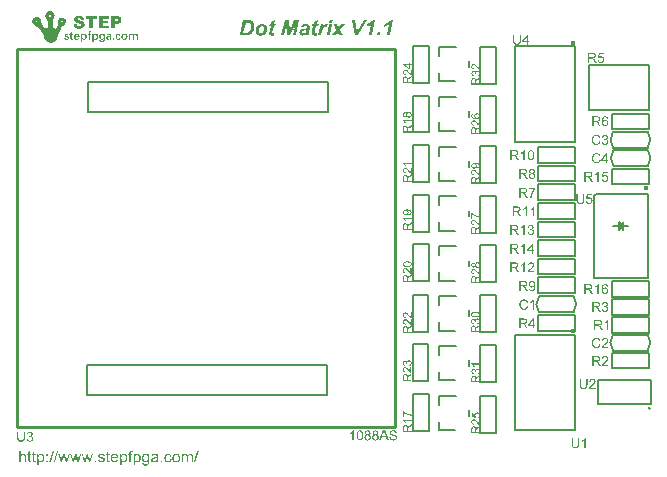
<source format=gto>
G04 Layer_Color=65535*
%FSLAX25Y25*%
%MOIN*%
G70*
G01*
G75*
%ADD29C,0.00600*%
%ADD30C,0.00400*%
%ADD31C,0.00300*%
%ADD32C,0.01500*%
%ADD33C,0.01000*%
%ADD34C,0.00787*%
%ADD35C,0.00100*%
G36*
X24965Y14431D02*
X24989D01*
X25018Y14426D01*
X25049Y14424D01*
X25082Y14419D01*
X25121Y14412D01*
X25159Y14405D01*
X25243Y14383D01*
X25289Y14371D01*
X25332Y14354D01*
X25375Y14338D01*
X25418Y14316D01*
X25421Y14314D01*
X25428Y14311D01*
X25440Y14304D01*
X25457Y14294D01*
X25476Y14282D01*
X25498Y14268D01*
X25522Y14251D01*
X25548Y14232D01*
X25606Y14186D01*
X25663Y14131D01*
X25718Y14069D01*
X25745Y14033D01*
X25769Y13997D01*
X25771Y13994D01*
X25774Y13987D01*
X25781Y13978D01*
X25788Y13961D01*
X25798Y13944D01*
X25807Y13920D01*
X25819Y13896D01*
X25831Y13867D01*
X25841Y13836D01*
X25853Y13805D01*
X25872Y13733D01*
X25886Y13654D01*
X25889Y13613D01*
X25891Y13570D01*
Y13567D01*
Y13560D01*
Y13548D01*
X25889Y13534D01*
Y13514D01*
X25884Y13493D01*
X25882Y13466D01*
X25877Y13440D01*
X25862Y13378D01*
X25841Y13313D01*
X25829Y13279D01*
X25812Y13243D01*
X25795Y13210D01*
X25774Y13176D01*
X25771Y13174D01*
X25769Y13169D01*
X25762Y13159D01*
X25752Y13147D01*
X25740Y13133D01*
X25726Y13116D01*
X25709Y13097D01*
X25687Y13075D01*
X25666Y13054D01*
X25639Y13032D01*
X25613Y13008D01*
X25582Y12984D01*
X25548Y12962D01*
X25512Y12938D01*
X25474Y12917D01*
X25433Y12898D01*
X25435D01*
X25445Y12895D01*
X25462Y12890D01*
X25481Y12883D01*
X25507Y12876D01*
X25536Y12864D01*
X25567Y12852D01*
X25601Y12835D01*
X25637Y12818D01*
X25675Y12797D01*
X25714Y12775D01*
X25752Y12749D01*
X25788Y12720D01*
X25824Y12689D01*
X25860Y12653D01*
X25891Y12614D01*
X25894Y12612D01*
X25898Y12605D01*
X25906Y12593D01*
X25918Y12576D01*
X25930Y12554D01*
X25944Y12530D01*
X25958Y12502D01*
X25973Y12468D01*
X25987Y12430D01*
X26004Y12389D01*
X26016Y12346D01*
X26028Y12298D01*
X26040Y12247D01*
X26047Y12194D01*
X26052Y12139D01*
X26054Y12079D01*
Y12074D01*
Y12060D01*
X26052Y12036D01*
X26050Y12007D01*
X26045Y11969D01*
X26038Y11926D01*
X26028Y11878D01*
X26014Y11825D01*
X25997Y11767D01*
X25978Y11710D01*
X25951Y11647D01*
X25920Y11585D01*
X25884Y11522D01*
X25841Y11460D01*
X25790Y11400D01*
X25735Y11342D01*
X25730Y11340D01*
X25721Y11330D01*
X25704Y11314D01*
X25678Y11294D01*
X25646Y11273D01*
X25610Y11246D01*
X25565Y11220D01*
X25517Y11191D01*
X25462Y11162D01*
X25399Y11136D01*
X25334Y11110D01*
X25262Y11088D01*
X25188Y11069D01*
X25106Y11052D01*
X25022Y11042D01*
X24934Y11040D01*
X24914D01*
X24890Y11042D01*
X24862Y11045D01*
X24823Y11047D01*
X24780Y11054D01*
X24732Y11062D01*
X24679Y11074D01*
X24624Y11086D01*
X24564Y11102D01*
X24504Y11124D01*
X24442Y11150D01*
X24382Y11179D01*
X24322Y11213D01*
X24262Y11254D01*
X24206Y11299D01*
X24204Y11302D01*
X24194Y11311D01*
X24180Y11326D01*
X24161Y11347D01*
X24139Y11374D01*
X24113Y11405D01*
X24086Y11441D01*
X24058Y11482D01*
X24029Y11527D01*
X24000Y11580D01*
X23974Y11635D01*
X23947Y11695D01*
X23926Y11760D01*
X23904Y11827D01*
X23890Y11899D01*
X23880Y11976D01*
X24288Y12031D01*
Y12026D01*
X24290Y12017D01*
X24295Y11998D01*
X24302Y11974D01*
X24310Y11945D01*
X24319Y11914D01*
X24331Y11878D01*
X24343Y11839D01*
X24377Y11755D01*
X24418Y11674D01*
X24442Y11633D01*
X24468Y11594D01*
X24494Y11561D01*
X24526Y11530D01*
X24528Y11527D01*
X24533Y11522D01*
X24542Y11515D01*
X24557Y11506D01*
X24571Y11494D01*
X24593Y11482D01*
X24614Y11467D01*
X24641Y11455D01*
X24670Y11441D01*
X24701Y11426D01*
X24734Y11414D01*
X24770Y11402D01*
X24809Y11393D01*
X24850Y11386D01*
X24890Y11381D01*
X24936Y11378D01*
X24948D01*
X24965Y11381D01*
X24984D01*
X25010Y11386D01*
X25039Y11388D01*
X25070Y11395D01*
X25106Y11402D01*
X25142Y11414D01*
X25183Y11426D01*
X25224Y11443D01*
X25265Y11462D01*
X25306Y11486D01*
X25346Y11513D01*
X25385Y11542D01*
X25423Y11578D01*
X25426Y11580D01*
X25433Y11587D01*
X25442Y11597D01*
X25454Y11614D01*
X25469Y11633D01*
X25486Y11657D01*
X25505Y11683D01*
X25524Y11714D01*
X25541Y11748D01*
X25560Y11786D01*
X25577Y11825D01*
X25591Y11870D01*
X25603Y11916D01*
X25613Y11964D01*
X25620Y12017D01*
X25622Y12070D01*
Y12072D01*
Y12082D01*
Y12096D01*
X25620Y12118D01*
X25618Y12139D01*
X25613Y12168D01*
X25608Y12199D01*
X25598Y12233D01*
X25589Y12269D01*
X25577Y12307D01*
X25562Y12346D01*
X25546Y12384D01*
X25524Y12422D01*
X25498Y12461D01*
X25471Y12497D01*
X25438Y12533D01*
X25435Y12535D01*
X25430Y12540D01*
X25418Y12550D01*
X25404Y12562D01*
X25387Y12576D01*
X25366Y12590D01*
X25339Y12607D01*
X25310Y12624D01*
X25279Y12641D01*
X25243Y12658D01*
X25205Y12672D01*
X25164Y12686D01*
X25121Y12698D01*
X25073Y12708D01*
X25025Y12713D01*
X24972Y12715D01*
X24950D01*
X24926Y12713D01*
X24893Y12710D01*
X24850Y12706D01*
X24802Y12696D01*
X24746Y12686D01*
X24684Y12672D01*
X24730Y13030D01*
X24737D01*
X24744Y13027D01*
X24754D01*
X24775Y13025D01*
X24821D01*
X24838Y13027D01*
X24862Y13030D01*
X24888Y13032D01*
X24917Y13037D01*
X24950Y13042D01*
X24986Y13049D01*
X25022Y13058D01*
X25102Y13082D01*
X25142Y13097D01*
X25183Y13116D01*
X25224Y13135D01*
X25262Y13159D01*
X25265Y13162D01*
X25272Y13166D01*
X25282Y13174D01*
X25296Y13186D01*
X25310Y13200D01*
X25330Y13217D01*
X25346Y13238D01*
X25368Y13262D01*
X25387Y13291D01*
X25406Y13322D01*
X25423Y13356D01*
X25438Y13394D01*
X25452Y13435D01*
X25462Y13481D01*
X25469Y13529D01*
X25471Y13579D01*
Y13582D01*
Y13589D01*
Y13601D01*
X25469Y13618D01*
X25466Y13634D01*
X25464Y13658D01*
X25459Y13682D01*
X25452Y13709D01*
X25433Y13766D01*
X25421Y13798D01*
X25406Y13829D01*
X25390Y13860D01*
X25368Y13891D01*
X25344Y13920D01*
X25318Y13949D01*
X25315Y13951D01*
X25310Y13956D01*
X25303Y13963D01*
X25291Y13973D01*
X25274Y13982D01*
X25258Y13997D01*
X25236Y14009D01*
X25212Y14023D01*
X25186Y14038D01*
X25157Y14050D01*
X25123Y14064D01*
X25090Y14074D01*
X25051Y14083D01*
X25013Y14090D01*
X24970Y14095D01*
X24926Y14098D01*
X24902D01*
X24888Y14095D01*
X24866Y14093D01*
X24842Y14090D01*
X24816Y14086D01*
X24787Y14078D01*
X24725Y14062D01*
X24694Y14050D01*
X24660Y14033D01*
X24626Y14016D01*
X24593Y13997D01*
X24562Y13973D01*
X24530Y13946D01*
X24528Y13944D01*
X24523Y13939D01*
X24516Y13930D01*
X24504Y13918D01*
X24492Y13903D01*
X24478Y13884D01*
X24463Y13860D01*
X24446Y13836D01*
X24430Y13805D01*
X24413Y13771D01*
X24394Y13735D01*
X24379Y13694D01*
X24362Y13651D01*
X24350Y13606D01*
X24338Y13555D01*
X24329Y13500D01*
X23921Y13572D01*
Y13574D01*
Y13577D01*
X23926Y13591D01*
X23930Y13610D01*
X23938Y13639D01*
X23947Y13675D01*
X23959Y13714D01*
X23974Y13757D01*
X23990Y13805D01*
X24012Y13855D01*
X24036Y13908D01*
X24065Y13961D01*
X24096Y14014D01*
X24130Y14066D01*
X24168Y14117D01*
X24211Y14165D01*
X24259Y14208D01*
X24262Y14210D01*
X24271Y14218D01*
X24286Y14230D01*
X24307Y14244D01*
X24334Y14261D01*
X24365Y14280D01*
X24401Y14299D01*
X24442Y14321D01*
X24487Y14342D01*
X24538Y14362D01*
X24590Y14381D01*
X24648Y14398D01*
X24710Y14412D01*
X24778Y14424D01*
X24847Y14431D01*
X24919Y14434D01*
X24946D01*
X24965Y14431D01*
D02*
G37*
G36*
X212525Y32031D02*
X212558Y32029D01*
X212599Y32026D01*
X212645Y32019D01*
X212698Y32012D01*
X212753Y32000D01*
X212813Y31986D01*
X212873Y31969D01*
X212938Y31947D01*
X213000Y31921D01*
X213062Y31890D01*
X213122Y31856D01*
X213180Y31815D01*
X213235Y31767D01*
X213238Y31765D01*
X213247Y31755D01*
X213262Y31741D01*
X213278Y31719D01*
X213300Y31695D01*
X213324Y31664D01*
X213350Y31628D01*
X213377Y31587D01*
X213401Y31542D01*
X213427Y31491D01*
X213451Y31436D01*
X213473Y31378D01*
X213490Y31316D01*
X213504Y31251D01*
X213514Y31182D01*
X213516Y31110D01*
Y31107D01*
Y31100D01*
Y31090D01*
Y31076D01*
X213514Y31057D01*
X213511Y31038D01*
X213509Y31014D01*
X213506Y30987D01*
X213497Y30927D01*
X213482Y30860D01*
X213461Y30790D01*
X213434Y30718D01*
Y30716D01*
X213430Y30709D01*
X213425Y30699D01*
X213418Y30685D01*
X213410Y30668D01*
X213398Y30646D01*
X213386Y30622D01*
X213370Y30596D01*
X213353Y30567D01*
X213334Y30536D01*
X213286Y30466D01*
X213259Y30430D01*
X213230Y30392D01*
X213197Y30354D01*
X213163Y30313D01*
X213161Y30310D01*
X213154Y30303D01*
X213144Y30291D01*
X213127Y30274D01*
X213106Y30253D01*
X213079Y30226D01*
X213050Y30195D01*
X213014Y30159D01*
X212974Y30121D01*
X212926Y30078D01*
X212875Y30030D01*
X212818Y29977D01*
X212755Y29922D01*
X212688Y29862D01*
X212614Y29797D01*
X212534Y29730D01*
X212530Y29727D01*
X212518Y29715D01*
X212501Y29701D01*
X212477Y29679D01*
X212446Y29655D01*
X212414Y29626D01*
X212378Y29595D01*
X212340Y29562D01*
X212258Y29492D01*
X212220Y29456D01*
X212182Y29422D01*
X212146Y29389D01*
X212114Y29360D01*
X212086Y29334D01*
X212064Y29310D01*
X212059Y29305D01*
X212047Y29290D01*
X212028Y29269D01*
X212004Y29242D01*
X211978Y29209D01*
X211949Y29173D01*
X211920Y29132D01*
X211894Y29091D01*
X213521D01*
Y28700D01*
X211327D01*
Y28702D01*
Y28707D01*
Y28714D01*
Y28724D01*
Y28738D01*
X211330Y28753D01*
X211332Y28791D01*
X211337Y28832D01*
X211344Y28880D01*
X211356Y28930D01*
X211373Y28981D01*
Y28983D01*
X211378Y28990D01*
X211382Y29002D01*
X211390Y29019D01*
X211397Y29041D01*
X211409Y29065D01*
X211423Y29091D01*
X211438Y29120D01*
X211454Y29154D01*
X211476Y29187D01*
X211522Y29262D01*
X211577Y29341D01*
X211642Y29422D01*
X211644Y29425D01*
X211651Y29432D01*
X211661Y29444D01*
X211675Y29461D01*
X211694Y29482D01*
X211718Y29506D01*
X211745Y29535D01*
X211778Y29566D01*
X211814Y29602D01*
X211853Y29641D01*
X211896Y29682D01*
X211944Y29727D01*
X211997Y29773D01*
X212052Y29821D01*
X212112Y29871D01*
X212174Y29924D01*
X212177Y29926D01*
X212182Y29929D01*
X212189Y29936D01*
X212198Y29943D01*
X212210Y29955D01*
X212225Y29967D01*
X212261Y29998D01*
X212306Y30034D01*
X212354Y30080D01*
X212410Y30128D01*
X212467Y30181D01*
X212530Y30236D01*
X212590Y30294D01*
X212652Y30351D01*
X212710Y30411D01*
X212767Y30469D01*
X212818Y30524D01*
X212866Y30579D01*
X212904Y30630D01*
X212906Y30632D01*
X212911Y30642D01*
X212921Y30656D01*
X212935Y30673D01*
X212950Y30697D01*
X212964Y30723D01*
X212983Y30754D01*
X213000Y30788D01*
X213017Y30824D01*
X213036Y30862D01*
X213067Y30946D01*
X213079Y30990D01*
X213089Y31033D01*
X213094Y31076D01*
X213096Y31119D01*
Y31122D01*
Y31131D01*
Y31143D01*
X213094Y31160D01*
X213091Y31182D01*
X213086Y31206D01*
X213082Y31232D01*
X213074Y31261D01*
X213065Y31292D01*
X213053Y31326D01*
X213038Y31359D01*
X213022Y31393D01*
X213002Y31429D01*
X212978Y31462D01*
X212952Y31496D01*
X212921Y31527D01*
X212918Y31530D01*
X212914Y31534D01*
X212904Y31542D01*
X212890Y31554D01*
X212873Y31566D01*
X212851Y31580D01*
X212827Y31597D01*
X212801Y31611D01*
X212770Y31628D01*
X212736Y31642D01*
X212698Y31657D01*
X212659Y31669D01*
X212616Y31681D01*
X212570Y31688D01*
X212522Y31693D01*
X212472Y31695D01*
X212443D01*
X212424Y31693D01*
X212398Y31690D01*
X212369Y31686D01*
X212338Y31681D01*
X212302Y31674D01*
X212266Y31664D01*
X212227Y31652D01*
X212189Y31638D01*
X212148Y31621D01*
X212110Y31599D01*
X212071Y31575D01*
X212033Y31549D01*
X211999Y31518D01*
X211997Y31515D01*
X211992Y31510D01*
X211982Y31498D01*
X211973Y31486D01*
X211958Y31467D01*
X211944Y31446D01*
X211927Y31419D01*
X211913Y31390D01*
X211896Y31359D01*
X211879Y31321D01*
X211865Y31282D01*
X211850Y31239D01*
X211841Y31191D01*
X211831Y31141D01*
X211826Y31088D01*
X211824Y31030D01*
X211404Y31074D01*
Y31076D01*
Y31078D01*
X211406Y31086D01*
Y31095D01*
X211409Y31119D01*
X211416Y31150D01*
X211423Y31189D01*
X211433Y31234D01*
X211445Y31285D01*
X211459Y31338D01*
X211478Y31395D01*
X211500Y31453D01*
X211526Y31513D01*
X211558Y31573D01*
X211591Y31630D01*
X211632Y31686D01*
X211675Y31738D01*
X211726Y31786D01*
X211728Y31789D01*
X211738Y31796D01*
X211754Y31810D01*
X211776Y31825D01*
X211805Y31844D01*
X211838Y31866D01*
X211879Y31887D01*
X211925Y31911D01*
X211978Y31933D01*
X212033Y31954D01*
X212095Y31976D01*
X212162Y31995D01*
X212234Y32012D01*
X212311Y32024D01*
X212393Y32031D01*
X212479Y32034D01*
X212501D01*
X212525Y32031D01*
D02*
G37*
G36*
X210811Y30102D02*
Y30099D01*
Y30097D01*
Y30090D01*
Y30080D01*
Y30068D01*
Y30054D01*
X210809Y30020D01*
Y29977D01*
X210806Y29929D01*
X210802Y29874D01*
X210797Y29816D01*
X210790Y29754D01*
X210782Y29689D01*
X210763Y29557D01*
X210749Y29490D01*
X210734Y29427D01*
X210715Y29365D01*
X210696Y29307D01*
X210694Y29305D01*
X210691Y29295D01*
X210684Y29278D01*
X210674Y29259D01*
X210660Y29233D01*
X210646Y29204D01*
X210626Y29173D01*
X210602Y29137D01*
X210576Y29098D01*
X210547Y29060D01*
X210514Y29022D01*
X210475Y28981D01*
X210434Y28940D01*
X210391Y28902D01*
X210341Y28863D01*
X210288Y28827D01*
X210286Y28825D01*
X210274Y28820D01*
X210257Y28810D01*
X210235Y28798D01*
X210204Y28784D01*
X210170Y28770D01*
X210127Y28753D01*
X210082Y28736D01*
X210026Y28719D01*
X209969Y28702D01*
X209906Y28688D01*
X209837Y28674D01*
X209762Y28662D01*
X209683Y28652D01*
X209602Y28647D01*
X209513Y28645D01*
X209467D01*
X209436Y28647D01*
X209395Y28650D01*
X209350Y28654D01*
X209297Y28659D01*
X209242Y28664D01*
X209182Y28674D01*
X209119Y28683D01*
X209057Y28698D01*
X208992Y28712D01*
X208930Y28731D01*
X208865Y28753D01*
X208805Y28777D01*
X208747Y28806D01*
X208745Y28808D01*
X208735Y28813D01*
X208718Y28822D01*
X208699Y28834D01*
X208675Y28851D01*
X208646Y28873D01*
X208618Y28897D01*
X208584Y28923D01*
X208550Y28954D01*
X208514Y28990D01*
X208478Y29026D01*
X208445Y29070D01*
X208411Y29113D01*
X208380Y29163D01*
X208351Y29214D01*
X208325Y29269D01*
X208322Y29274D01*
X208320Y29283D01*
X208313Y29300D01*
X208306Y29324D01*
X208296Y29355D01*
X208286Y29394D01*
X208274Y29437D01*
X208262Y29487D01*
X208250Y29545D01*
X208238Y29607D01*
X208229Y29674D01*
X208219Y29749D01*
X208212Y29828D01*
X208205Y29914D01*
X208202Y30006D01*
X208200Y30102D01*
Y32022D01*
X208639D01*
Y30104D01*
Y30099D01*
Y30085D01*
Y30063D01*
X208642Y30034D01*
Y29998D01*
X208644Y29958D01*
X208646Y29912D01*
X208649Y29862D01*
X208654Y29811D01*
X208658Y29758D01*
X208673Y29653D01*
X208682Y29602D01*
X208692Y29552D01*
X208704Y29506D01*
X208718Y29466D01*
Y29463D01*
X208723Y29456D01*
X208728Y29446D01*
X208735Y29432D01*
X208742Y29415D01*
X208754Y29396D01*
X208783Y29350D01*
X208822Y29300D01*
X208843Y29274D01*
X208870Y29247D01*
X208896Y29221D01*
X208927Y29197D01*
X208958Y29173D01*
X208994Y29151D01*
X208997D01*
X209004Y29146D01*
X209014Y29142D01*
X209030Y29134D01*
X209050Y29125D01*
X209071Y29115D01*
X209098Y29106D01*
X209129Y29096D01*
X209162Y29086D01*
X209198Y29077D01*
X209237Y29067D01*
X209280Y29058D01*
X209326Y29050D01*
X209374Y29046D01*
X209422Y29043D01*
X209474Y29041D01*
X209496D01*
X209520Y29043D01*
X209554D01*
X209594Y29048D01*
X209638Y29053D01*
X209688Y29060D01*
X209743Y29067D01*
X209798Y29079D01*
X209856Y29094D01*
X209914Y29113D01*
X209971Y29132D01*
X210026Y29158D01*
X210077Y29187D01*
X210125Y29221D01*
X210166Y29259D01*
X210168Y29262D01*
X210175Y29269D01*
X210185Y29283D01*
X210197Y29302D01*
X210214Y29329D01*
X210230Y29362D01*
X210250Y29401D01*
X210269Y29449D01*
X210288Y29502D01*
X210307Y29562D01*
X210324Y29631D01*
X210341Y29708D01*
X210353Y29794D01*
X210362Y29888D01*
X210370Y29991D01*
X210372Y30104D01*
Y32022D01*
X210811D01*
Y30102D01*
D02*
G37*
G36*
X190894Y144569D02*
X191342D01*
Y144194D01*
X190894D01*
Y143400D01*
X190486D01*
Y144194D01*
X189046D01*
Y144569D01*
X190560Y146722D01*
X190894D01*
Y144569D01*
D02*
G37*
G36*
X188611Y144802D02*
Y144799D01*
Y144797D01*
Y144790D01*
Y144780D01*
Y144768D01*
Y144754D01*
X188609Y144720D01*
Y144677D01*
X188606Y144629D01*
X188602Y144574D01*
X188597Y144516D01*
X188590Y144454D01*
X188582Y144389D01*
X188563Y144257D01*
X188549Y144190D01*
X188534Y144127D01*
X188515Y144065D01*
X188496Y144007D01*
X188494Y144005D01*
X188491Y143995D01*
X188484Y143978D01*
X188474Y143959D01*
X188460Y143933D01*
X188446Y143904D01*
X188426Y143873D01*
X188402Y143837D01*
X188376Y143798D01*
X188347Y143760D01*
X188314Y143722D01*
X188275Y143681D01*
X188234Y143640D01*
X188191Y143602D01*
X188141Y143563D01*
X188088Y143527D01*
X188086Y143525D01*
X188074Y143520D01*
X188057Y143510D01*
X188035Y143498D01*
X188004Y143484D01*
X187970Y143470D01*
X187927Y143453D01*
X187882Y143436D01*
X187826Y143419D01*
X187769Y143402D01*
X187706Y143388D01*
X187637Y143374D01*
X187562Y143362D01*
X187483Y143352D01*
X187402Y143347D01*
X187313Y143345D01*
X187267D01*
X187236Y143347D01*
X187195Y143350D01*
X187150Y143354D01*
X187097Y143359D01*
X187042Y143364D01*
X186982Y143374D01*
X186919Y143383D01*
X186857Y143398D01*
X186792Y143412D01*
X186730Y143431D01*
X186665Y143453D01*
X186605Y143477D01*
X186547Y143506D01*
X186545Y143508D01*
X186535Y143513D01*
X186518Y143522D01*
X186499Y143534D01*
X186475Y143551D01*
X186446Y143573D01*
X186418Y143597D01*
X186384Y143623D01*
X186350Y143654D01*
X186314Y143690D01*
X186278Y143726D01*
X186245Y143770D01*
X186211Y143813D01*
X186180Y143863D01*
X186151Y143914D01*
X186125Y143969D01*
X186122Y143974D01*
X186120Y143983D01*
X186113Y144000D01*
X186106Y144024D01*
X186096Y144055D01*
X186086Y144094D01*
X186074Y144137D01*
X186062Y144187D01*
X186050Y144245D01*
X186038Y144307D01*
X186029Y144374D01*
X186019Y144449D01*
X186012Y144528D01*
X186005Y144614D01*
X186002Y144706D01*
X186000Y144802D01*
Y146722D01*
X186439D01*
Y144804D01*
Y144799D01*
Y144785D01*
Y144763D01*
X186442Y144734D01*
Y144698D01*
X186444Y144658D01*
X186446Y144612D01*
X186449Y144562D01*
X186454Y144511D01*
X186458Y144458D01*
X186473Y144353D01*
X186482Y144302D01*
X186492Y144252D01*
X186504Y144206D01*
X186518Y144166D01*
Y144163D01*
X186523Y144156D01*
X186528Y144146D01*
X186535Y144132D01*
X186542Y144115D01*
X186554Y144096D01*
X186583Y144050D01*
X186622Y144000D01*
X186643Y143974D01*
X186670Y143947D01*
X186696Y143921D01*
X186727Y143897D01*
X186758Y143873D01*
X186794Y143851D01*
X186797D01*
X186804Y143846D01*
X186814Y143842D01*
X186830Y143834D01*
X186850Y143825D01*
X186871Y143815D01*
X186898Y143806D01*
X186929Y143796D01*
X186962Y143786D01*
X186998Y143777D01*
X187037Y143767D01*
X187080Y143758D01*
X187126Y143750D01*
X187174Y143746D01*
X187222Y143743D01*
X187274Y143741D01*
X187296D01*
X187320Y143743D01*
X187354D01*
X187394Y143748D01*
X187438Y143753D01*
X187488Y143760D01*
X187543Y143767D01*
X187598Y143779D01*
X187656Y143794D01*
X187714Y143813D01*
X187771Y143832D01*
X187826Y143858D01*
X187877Y143887D01*
X187925Y143921D01*
X187966Y143959D01*
X187968Y143962D01*
X187975Y143969D01*
X187985Y143983D01*
X187997Y144002D01*
X188014Y144029D01*
X188030Y144062D01*
X188050Y144101D01*
X188069Y144149D01*
X188088Y144202D01*
X188107Y144262D01*
X188124Y144331D01*
X188141Y144408D01*
X188153Y144494D01*
X188162Y144588D01*
X188170Y144691D01*
X188172Y144804D01*
Y146722D01*
X188611D01*
Y144802D01*
D02*
G37*
G36*
X23311Y12502D02*
Y12499D01*
Y12497D01*
Y12490D01*
Y12480D01*
Y12468D01*
Y12454D01*
X23309Y12420D01*
Y12377D01*
X23306Y12329D01*
X23302Y12274D01*
X23297Y12216D01*
X23290Y12154D01*
X23282Y12089D01*
X23263Y11957D01*
X23249Y11890D01*
X23234Y11827D01*
X23215Y11765D01*
X23196Y11707D01*
X23194Y11705D01*
X23191Y11695D01*
X23184Y11678D01*
X23174Y11659D01*
X23160Y11633D01*
X23146Y11604D01*
X23126Y11573D01*
X23102Y11537D01*
X23076Y11498D01*
X23047Y11460D01*
X23014Y11422D01*
X22975Y11381D01*
X22934Y11340D01*
X22891Y11302D01*
X22841Y11263D01*
X22788Y11227D01*
X22786Y11225D01*
X22774Y11220D01*
X22757Y11210D01*
X22735Y11198D01*
X22704Y11184D01*
X22670Y11170D01*
X22627Y11153D01*
X22582Y11136D01*
X22526Y11119D01*
X22469Y11102D01*
X22406Y11088D01*
X22337Y11074D01*
X22262Y11062D01*
X22183Y11052D01*
X22102Y11047D01*
X22013Y11045D01*
X21967D01*
X21936Y11047D01*
X21895Y11050D01*
X21850Y11054D01*
X21797Y11059D01*
X21742Y11064D01*
X21682Y11074D01*
X21619Y11083D01*
X21557Y11098D01*
X21492Y11112D01*
X21430Y11131D01*
X21365Y11153D01*
X21305Y11177D01*
X21247Y11206D01*
X21245Y11208D01*
X21235Y11213D01*
X21218Y11222D01*
X21199Y11234D01*
X21175Y11251D01*
X21146Y11273D01*
X21118Y11297D01*
X21084Y11323D01*
X21050Y11354D01*
X21014Y11390D01*
X20978Y11426D01*
X20945Y11470D01*
X20911Y11513D01*
X20880Y11563D01*
X20851Y11614D01*
X20825Y11669D01*
X20822Y11674D01*
X20820Y11683D01*
X20813Y11700D01*
X20806Y11724D01*
X20796Y11755D01*
X20786Y11794D01*
X20774Y11837D01*
X20762Y11887D01*
X20750Y11945D01*
X20738Y12007D01*
X20729Y12074D01*
X20719Y12149D01*
X20712Y12228D01*
X20705Y12314D01*
X20702Y12406D01*
X20700Y12502D01*
Y14422D01*
X21139D01*
Y12504D01*
Y12499D01*
Y12485D01*
Y12463D01*
X21142Y12434D01*
Y12398D01*
X21144Y12358D01*
X21146Y12312D01*
X21149Y12262D01*
X21154Y12211D01*
X21158Y12158D01*
X21173Y12053D01*
X21182Y12002D01*
X21192Y11952D01*
X21204Y11906D01*
X21218Y11866D01*
Y11863D01*
X21223Y11856D01*
X21228Y11846D01*
X21235Y11832D01*
X21242Y11815D01*
X21254Y11796D01*
X21283Y11750D01*
X21322Y11700D01*
X21343Y11674D01*
X21370Y11647D01*
X21396Y11621D01*
X21427Y11597D01*
X21458Y11573D01*
X21494Y11551D01*
X21497D01*
X21504Y11546D01*
X21514Y11542D01*
X21530Y11534D01*
X21550Y11525D01*
X21571Y11515D01*
X21598Y11506D01*
X21629Y11496D01*
X21662Y11486D01*
X21698Y11477D01*
X21737Y11467D01*
X21780Y11458D01*
X21826Y11450D01*
X21874Y11446D01*
X21922Y11443D01*
X21974Y11441D01*
X21996D01*
X22020Y11443D01*
X22054D01*
X22094Y11448D01*
X22138Y11453D01*
X22188Y11460D01*
X22243Y11467D01*
X22298Y11479D01*
X22356Y11494D01*
X22414Y11513D01*
X22471Y11532D01*
X22526Y11558D01*
X22577Y11587D01*
X22625Y11621D01*
X22666Y11659D01*
X22668Y11662D01*
X22675Y11669D01*
X22685Y11683D01*
X22697Y11702D01*
X22714Y11729D01*
X22730Y11762D01*
X22750Y11801D01*
X22769Y11849D01*
X22788Y11902D01*
X22807Y11962D01*
X22824Y12031D01*
X22841Y12108D01*
X22853Y12194D01*
X22862Y12288D01*
X22870Y12391D01*
X22872Y12504D01*
Y14422D01*
X23311D01*
Y12502D01*
D02*
G37*
G36*
X174189Y134738D02*
X174214Y134736D01*
X174247Y134732D01*
X174285Y134726D01*
X174326Y134718D01*
X174372Y134705D01*
X174422Y134691D01*
X174472Y134674D01*
X174526Y134651D01*
X174580Y134624D01*
X174634Y134593D01*
X174688Y134555D01*
X174740Y134512D01*
X174790Y134464D01*
X174792Y134460D01*
X174800Y134451D01*
X174815Y134437D01*
X174831Y134414D01*
X174850Y134387D01*
X174873Y134356D01*
X174896Y134316D01*
X174921Y134275D01*
X174946Y134227D01*
X174969Y134173D01*
X174992Y134116D01*
X175010Y134054D01*
X175027Y133990D01*
X175042Y133919D01*
X175050Y133846D01*
X175052Y133769D01*
Y133765D01*
Y133753D01*
X175050Y133732D01*
X175048Y133707D01*
X175046Y133673D01*
X175040Y133636D01*
X175033Y133594D01*
X175023Y133549D01*
X175013Y133501D01*
X174998Y133449D01*
X174979Y133397D01*
X174956Y133343D01*
X174931Y133291D01*
X174902Y133239D01*
X174867Y133187D01*
X174827Y133139D01*
X174825Y133137D01*
X174817Y133128D01*
X174804Y133116D01*
X174786Y133099D01*
X174763Y133081D01*
X174736Y133058D01*
X174705Y133035D01*
X174669Y133010D01*
X174630Y132985D01*
X174584Y132960D01*
X174536Y132937D01*
X174484Y132914D01*
X174428Y132896D01*
X174370Y132877D01*
X174307Y132864D01*
X174241Y132856D01*
X174193Y133210D01*
X174197D01*
X174205Y133212D01*
X174222Y133216D01*
X174243Y133222D01*
X174268Y133228D01*
X174295Y133237D01*
X174326Y133247D01*
X174359Y133257D01*
X174432Y133287D01*
X174503Y133322D01*
X174538Y133343D01*
X174572Y133366D01*
X174601Y133388D01*
X174628Y133415D01*
X174630Y133418D01*
X174634Y133422D01*
X174640Y133430D01*
X174648Y133443D01*
X174659Y133455D01*
X174669Y133474D01*
X174682Y133493D01*
X174692Y133515D01*
X174705Y133540D01*
X174717Y133567D01*
X174727Y133597D01*
X174738Y133628D01*
X174746Y133661D01*
X174752Y133696D01*
X174757Y133732D01*
X174759Y133771D01*
Y133773D01*
Y133782D01*
X174757Y133796D01*
Y133813D01*
X174752Y133836D01*
X174750Y133861D01*
X174744Y133888D01*
X174738Y133919D01*
X174727Y133950D01*
X174717Y133985D01*
X174703Y134021D01*
X174686Y134056D01*
X174665Y134091D01*
X174642Y134127D01*
X174617Y134160D01*
X174586Y134193D01*
X174584Y134195D01*
X174578Y134202D01*
X174569Y134210D01*
X174555Y134221D01*
X174538Y134233D01*
X174517Y134248D01*
X174495Y134264D01*
X174468Y134281D01*
X174438Y134295D01*
X174405Y134312D01*
X174372Y134327D01*
X174332Y134339D01*
X174293Y134349D01*
X174251Y134358D01*
X174205Y134364D01*
X174160Y134366D01*
X174137D01*
X174118Y134364D01*
X174099Y134362D01*
X174074Y134358D01*
X174047Y134354D01*
X174018Y134345D01*
X173987Y134337D01*
X173954Y134327D01*
X173921Y134314D01*
X173887Y134300D01*
X173854Y134281D01*
X173821Y134258D01*
X173789Y134235D01*
X173758Y134206D01*
X173756Y134204D01*
X173752Y134200D01*
X173744Y134189D01*
X173733Y134177D01*
X173721Y134162D01*
X173708Y134143D01*
X173694Y134121D01*
X173679Y134096D01*
X173665Y134069D01*
X173650Y134037D01*
X173638Y134004D01*
X173625Y133969D01*
X173615Y133931D01*
X173606Y133890D01*
X173602Y133848D01*
X173600Y133802D01*
Y133800D01*
Y133798D01*
Y133792D01*
Y133784D01*
X173602Y133763D01*
X173604Y133734D01*
X173609Y133696D01*
X173617Y133655D01*
X173625Y133607D01*
X173638Y133553D01*
X173328Y133592D01*
Y133594D01*
Y133599D01*
X173330Y133605D01*
Y133613D01*
X173332Y133632D01*
Y133649D01*
Y133651D01*
Y133659D01*
Y133671D01*
X173330Y133686D01*
X173328Y133707D01*
X173326Y133730D01*
X173321Y133755D01*
X173317Y133784D01*
X173311Y133815D01*
X173303Y133846D01*
X173282Y133915D01*
X173269Y133950D01*
X173253Y133985D01*
X173236Y134021D01*
X173215Y134054D01*
X173213Y134056D01*
X173209Y134062D01*
X173203Y134071D01*
X173193Y134083D01*
X173180Y134096D01*
X173165Y134112D01*
X173147Y134127D01*
X173126Y134146D01*
X173101Y134162D01*
X173074Y134179D01*
X173045Y134193D01*
X173012Y134206D01*
X172976Y134218D01*
X172937Y134227D01*
X172895Y134233D01*
X172851Y134235D01*
X172833D01*
X172818Y134233D01*
X172803Y134231D01*
X172783Y134229D01*
X172762Y134225D01*
X172739Y134218D01*
X172689Y134202D01*
X172662Y134191D01*
X172635Y134179D01*
X172608Y134164D01*
X172581Y134146D01*
X172556Y134125D01*
X172531Y134102D01*
X172529Y134100D01*
X172525Y134096D01*
X172519Y134089D01*
X172510Y134079D01*
X172502Y134064D01*
X172489Y134050D01*
X172479Y134031D01*
X172467Y134010D01*
X172454Y133987D01*
X172444Y133963D01*
X172431Y133933D01*
X172423Y133904D01*
X172415Y133871D01*
X172408Y133838D01*
X172404Y133800D01*
X172402Y133763D01*
Y133761D01*
Y133755D01*
Y133742D01*
X172404Y133730D01*
X172406Y133711D01*
X172408Y133690D01*
X172413Y133667D01*
X172419Y133642D01*
X172433Y133588D01*
X172444Y133561D01*
X172458Y133532D01*
X172473Y133503D01*
X172489Y133474D01*
X172510Y133447D01*
X172533Y133420D01*
X172535Y133418D01*
X172539Y133413D01*
X172548Y133407D01*
X172558Y133397D01*
X172571Y133386D01*
X172587Y133374D01*
X172608Y133361D01*
X172629Y133347D01*
X172656Y133332D01*
X172685Y133318D01*
X172716Y133301D01*
X172751Y133289D01*
X172789Y133274D01*
X172828Y133264D01*
X172872Y133253D01*
X172920Y133245D01*
X172858Y132891D01*
X172853D01*
X172841Y132896D01*
X172824Y132900D01*
X172799Y132906D01*
X172768Y132914D01*
X172735Y132925D01*
X172697Y132937D01*
X172656Y132952D01*
X172612Y132970D01*
X172566Y132991D01*
X172521Y133016D01*
X172475Y133043D01*
X172429Y133072D01*
X172385Y133106D01*
X172344Y133143D01*
X172306Y133185D01*
X172304Y133187D01*
X172298Y133195D01*
X172288Y133207D01*
X172275Y133226D01*
X172261Y133249D01*
X172244Y133276D01*
X172227Y133307D01*
X172209Y133343D01*
X172190Y133382D01*
X172173Y133426D01*
X172157Y133472D01*
X172142Y133522D01*
X172130Y133576D01*
X172119Y133634D01*
X172113Y133694D01*
X172111Y133757D01*
Y133759D01*
Y133767D01*
Y133780D01*
X172113Y133796D01*
Y133817D01*
X172117Y133842D01*
X172119Y133869D01*
X172123Y133898D01*
X172130Y133931D01*
X172136Y133965D01*
X172155Y134037D01*
X172165Y134077D01*
X172179Y134114D01*
X172194Y134152D01*
X172213Y134189D01*
X172215Y134191D01*
X172217Y134198D01*
X172223Y134208D01*
X172231Y134223D01*
X172242Y134239D01*
X172254Y134258D01*
X172269Y134279D01*
X172286Y134302D01*
X172325Y134352D01*
X172373Y134401D01*
X172427Y134449D01*
X172458Y134472D01*
X172489Y134493D01*
X172492Y134495D01*
X172498Y134497D01*
X172506Y134503D01*
X172521Y134510D01*
X172535Y134518D01*
X172556Y134526D01*
X172577Y134537D01*
X172602Y134547D01*
X172629Y134555D01*
X172656Y134566D01*
X172718Y134582D01*
X172787Y134595D01*
X172822Y134597D01*
X172860Y134599D01*
X172878D01*
X172891Y134597D01*
X172907D01*
X172926Y134593D01*
X172949Y134591D01*
X172972Y134587D01*
X173026Y134574D01*
X173082Y134555D01*
X173111Y134545D01*
X173143Y134530D01*
X173172Y134516D01*
X173201Y134497D01*
X173203Y134495D01*
X173207Y134493D01*
X173215Y134487D01*
X173226Y134478D01*
X173238Y134468D01*
X173253Y134456D01*
X173269Y134441D01*
X173288Y134422D01*
X173307Y134404D01*
X173326Y134381D01*
X173346Y134358D01*
X173367Y134331D01*
X173386Y134302D01*
X173407Y134270D01*
X173425Y134237D01*
X173442Y134202D01*
Y134204D01*
X173444Y134212D01*
X173448Y134227D01*
X173455Y134243D01*
X173461Y134266D01*
X173471Y134291D01*
X173482Y134318D01*
X173496Y134347D01*
X173511Y134379D01*
X173529Y134412D01*
X173548Y134445D01*
X173571Y134478D01*
X173596Y134510D01*
X173623Y134541D01*
X173654Y134572D01*
X173688Y134599D01*
X173690Y134601D01*
X173696Y134605D01*
X173706Y134611D01*
X173721Y134622D01*
X173740Y134632D01*
X173760Y134645D01*
X173785Y134657D01*
X173814Y134670D01*
X173848Y134682D01*
X173883Y134697D01*
X173921Y134707D01*
X173962Y134718D01*
X174006Y134728D01*
X174051Y134734D01*
X174099Y134738D01*
X174151Y134740D01*
X174168D01*
X174189Y134738D01*
D02*
G37*
G36*
X175000Y135046D02*
X174967D01*
X174954Y135048D01*
X174921Y135050D01*
X174886Y135055D01*
X174844Y135061D01*
X174800Y135071D01*
X174757Y135086D01*
X174755D01*
X174748Y135090D01*
X174738Y135094D01*
X174723Y135100D01*
X174705Y135107D01*
X174684Y135117D01*
X174661Y135129D01*
X174636Y135142D01*
X174607Y135157D01*
X174578Y135175D01*
X174513Y135215D01*
X174445Y135263D01*
X174374Y135319D01*
X174372Y135321D01*
X174366Y135327D01*
X174355Y135335D01*
X174341Y135348D01*
X174322Y135364D01*
X174301Y135385D01*
X174276Y135408D01*
X174249Y135437D01*
X174218Y135468D01*
X174185Y135502D01*
X174149Y135539D01*
X174110Y135581D01*
X174070Y135627D01*
X174029Y135674D01*
X173985Y135726D01*
X173939Y135781D01*
X173937Y135783D01*
X173935Y135787D01*
X173929Y135793D01*
X173923Y135801D01*
X173912Y135812D01*
X173902Y135824D01*
X173875Y135855D01*
X173844Y135895D01*
X173804Y135936D01*
X173762Y135984D01*
X173717Y136034D01*
X173669Y136088D01*
X173619Y136140D01*
X173569Y136194D01*
X173517Y136244D01*
X173467Y136294D01*
X173419Y136338D01*
X173371Y136380D01*
X173328Y136413D01*
X173326Y136415D01*
X173317Y136419D01*
X173305Y136427D01*
X173290Y136440D01*
X173269Y136452D01*
X173247Y136465D01*
X173220Y136481D01*
X173190Y136496D01*
X173159Y136511D01*
X173126Y136527D01*
X173053Y136554D01*
X173016Y136565D01*
X172978Y136573D01*
X172941Y136577D01*
X172903Y136579D01*
X172883D01*
X172868Y136577D01*
X172849Y136575D01*
X172828Y136571D01*
X172806Y136567D01*
X172781Y136560D01*
X172754Y136552D01*
X172724Y136542D01*
X172695Y136529D01*
X172666Y136515D01*
X172635Y136498D01*
X172606Y136477D01*
X172577Y136454D01*
X172550Y136427D01*
X172548Y136425D01*
X172544Y136421D01*
X172537Y136413D01*
X172527Y136400D01*
X172517Y136386D01*
X172504Y136367D01*
X172489Y136346D01*
X172477Y136323D01*
X172462Y136296D01*
X172450Y136267D01*
X172437Y136234D01*
X172427Y136201D01*
X172417Y136163D01*
X172410Y136124D01*
X172406Y136082D01*
X172404Y136038D01*
Y136036D01*
Y136028D01*
Y136013D01*
X172406Y135997D01*
X172408Y135974D01*
X172413Y135949D01*
X172417Y135922D01*
X172423Y135891D01*
X172431Y135860D01*
X172442Y135826D01*
X172454Y135793D01*
X172469Y135758D01*
X172487Y135724D01*
X172508Y135691D01*
X172531Y135658D01*
X172558Y135629D01*
X172560Y135627D01*
X172564Y135622D01*
X172575Y135614D01*
X172585Y135606D01*
X172602Y135593D01*
X172620Y135581D01*
X172643Y135566D01*
X172668Y135554D01*
X172695Y135539D01*
X172729Y135525D01*
X172762Y135512D01*
X172799Y135500D01*
X172841Y135491D01*
X172885Y135483D01*
X172930Y135479D01*
X172980Y135477D01*
X172943Y135113D01*
X172939D01*
X172933Y135115D01*
X172924D01*
X172903Y135117D01*
X172876Y135123D01*
X172843Y135129D01*
X172803Y135138D01*
X172760Y135148D01*
X172714Y135161D01*
X172664Y135177D01*
X172614Y135196D01*
X172562Y135219D01*
X172510Y135246D01*
X172460Y135275D01*
X172413Y135310D01*
X172367Y135348D01*
X172325Y135391D01*
X172323Y135394D01*
X172317Y135402D01*
X172304Y135416D01*
X172292Y135435D01*
X172275Y135460D01*
X172257Y135489D01*
X172238Y135525D01*
X172217Y135564D01*
X172198Y135610D01*
X172179Y135658D01*
X172161Y135712D01*
X172144Y135770D01*
X172130Y135833D01*
X172119Y135899D01*
X172113Y135970D01*
X172111Y136045D01*
Y136047D01*
Y136049D01*
Y136055D01*
Y136063D01*
X172113Y136084D01*
X172115Y136113D01*
X172117Y136149D01*
X172123Y136188D01*
X172130Y136234D01*
X172140Y136282D01*
X172152Y136334D01*
X172167Y136386D01*
X172186Y136442D01*
X172209Y136496D01*
X172236Y136550D01*
X172265Y136602D01*
X172300Y136652D01*
X172342Y136700D01*
X172344Y136702D01*
X172352Y136710D01*
X172365Y136723D01*
X172383Y136737D01*
X172404Y136756D01*
X172431Y136777D01*
X172462Y136800D01*
X172498Y136823D01*
X172537Y136843D01*
X172581Y136866D01*
X172629Y136887D01*
X172679Y136906D01*
X172733Y136920D01*
X172789Y136933D01*
X172849Y136941D01*
X172912Y136943D01*
X172941D01*
X172957Y136941D01*
X172974Y136939D01*
X172995Y136937D01*
X173018Y136935D01*
X173070Y136927D01*
X173128Y136914D01*
X173188Y136895D01*
X173251Y136872D01*
X173253D01*
X173259Y136868D01*
X173267Y136864D01*
X173280Y136858D01*
X173294Y136852D01*
X173313Y136841D01*
X173334Y136831D01*
X173357Y136816D01*
X173382Y136802D01*
X173409Y136785D01*
X173469Y136743D01*
X173500Y136721D01*
X173534Y136696D01*
X173567Y136667D01*
X173602Y136637D01*
X173604Y136635D01*
X173611Y136629D01*
X173621Y136621D01*
X173635Y136606D01*
X173654Y136588D01*
X173677Y136565D01*
X173704Y136540D01*
X173735Y136509D01*
X173769Y136473D01*
X173806Y136432D01*
X173848Y136388D01*
X173893Y136338D01*
X173941Y136284D01*
X173993Y136226D01*
X174049Y136161D01*
X174108Y136092D01*
X174110Y136088D01*
X174120Y136078D01*
X174133Y136063D01*
X174151Y136043D01*
X174172Y136015D01*
X174197Y135988D01*
X174224Y135957D01*
X174253Y135924D01*
X174314Y135853D01*
X174345Y135820D01*
X174374Y135787D01*
X174403Y135756D01*
X174428Y135729D01*
X174451Y135704D01*
X174472Y135685D01*
X174476Y135681D01*
X174488Y135670D01*
X174507Y135654D01*
X174530Y135633D01*
X174559Y135610D01*
X174590Y135585D01*
X174626Y135560D01*
X174661Y135537D01*
Y136947D01*
X175000D01*
Y135046D01*
D02*
G37*
G36*
Y32855D02*
X174401Y32474D01*
X174399Y32472D01*
X174391Y32466D01*
X174376Y32458D01*
X174359Y32447D01*
X174337Y32433D01*
X174311Y32416D01*
X174285Y32397D01*
X174255Y32379D01*
X174191Y32335D01*
X174124Y32289D01*
X174062Y32243D01*
X174033Y32221D01*
X174006Y32200D01*
X174004Y32198D01*
X174000Y32196D01*
X173993Y32189D01*
X173983Y32181D01*
X173958Y32160D01*
X173929Y32135D01*
X173898Y32104D01*
X173864Y32073D01*
X173835Y32040D01*
X173812Y32006D01*
X173810Y32002D01*
X173804Y31992D01*
X173794Y31975D01*
X173783Y31952D01*
X173771Y31927D01*
X173756Y31898D01*
X173746Y31867D01*
X173735Y31834D01*
Y31832D01*
X173733Y31821D01*
X173731Y31805D01*
X173727Y31784D01*
X173725Y31755D01*
X173723Y31717D01*
X173721Y31674D01*
Y31622D01*
Y31181D01*
X175000D01*
Y30800D01*
X172121D01*
Y32075D01*
Y32077D01*
Y32079D01*
Y32092D01*
Y32113D01*
X172123Y32137D01*
Y32171D01*
X172125Y32208D01*
X172127Y32248D01*
X172132Y32293D01*
X172136Y32339D01*
X172140Y32387D01*
X172155Y32485D01*
X172163Y32531D01*
X172173Y32576D01*
X172186Y32620D01*
X172200Y32660D01*
Y32662D01*
X172204Y32668D01*
X172209Y32678D01*
X172215Y32693D01*
X172223Y32709D01*
X172236Y32728D01*
X172248Y32751D01*
X172263Y32774D01*
X172281Y32799D01*
X172300Y32826D01*
X172323Y32853D01*
X172348Y32880D01*
X172377Y32905D01*
X172406Y32932D01*
X172440Y32957D01*
X172475Y32980D01*
X172477Y32982D01*
X172483Y32986D01*
X172494Y32990D01*
X172508Y32999D01*
X172527Y33007D01*
X172550Y33017D01*
X172575Y33030D01*
X172602Y33040D01*
X172633Y33051D01*
X172666Y33063D01*
X172702Y33073D01*
X172739Y33082D01*
X172779Y33090D01*
X172820Y33096D01*
X172864Y33098D01*
X172907Y33101D01*
X172920D01*
X172937Y33098D01*
X172959D01*
X172985Y33094D01*
X173016Y33090D01*
X173049Y33084D01*
X173086Y33075D01*
X173126Y33065D01*
X173168Y33053D01*
X173211Y33036D01*
X173255Y33017D01*
X173299Y32994D01*
X173340Y32967D01*
X173384Y32936D01*
X173423Y32901D01*
X173425Y32899D01*
X173432Y32893D01*
X173442Y32880D01*
X173457Y32863D01*
X173473Y32843D01*
X173492Y32816D01*
X173513Y32786D01*
X173536Y32751D01*
X173559Y32709D01*
X173581Y32666D01*
X173602Y32614D01*
X173625Y32560D01*
X173644Y32499D01*
X173663Y32435D01*
X173677Y32364D01*
X173690Y32289D01*
Y32291D01*
X173694Y32296D01*
X173696Y32304D01*
X173702Y32314D01*
X173708Y32327D01*
X173717Y32341D01*
X173735Y32375D01*
X173756Y32412D01*
X173781Y32449D01*
X173806Y32485D01*
X173833Y32518D01*
X173835Y32520D01*
X173839Y32526D01*
X173850Y32535D01*
X173860Y32547D01*
X173877Y32562D01*
X173893Y32578D01*
X173914Y32599D01*
X173939Y32620D01*
X173966Y32643D01*
X173995Y32668D01*
X174027Y32695D01*
X174060Y32722D01*
X174097Y32749D01*
X174135Y32778D01*
X174218Y32834D01*
X175000Y33331D01*
Y32855D01*
D02*
G37*
G36*
X210214Y8900D02*
X209806D01*
Y11497D01*
X209803Y11494D01*
X209798Y11490D01*
X209791Y11482D01*
X209779Y11473D01*
X209765Y11461D01*
X209746Y11444D01*
X209724Y11427D01*
X209702Y11408D01*
X209674Y11389D01*
X209645Y11365D01*
X209614Y11343D01*
X209580Y11317D01*
X209542Y11293D01*
X209503Y11266D01*
X209417Y11214D01*
X209414Y11211D01*
X209407Y11206D01*
X209393Y11199D01*
X209376Y11192D01*
X209357Y11180D01*
X209333Y11166D01*
X209304Y11151D01*
X209275Y11134D01*
X209208Y11101D01*
X209136Y11067D01*
X209062Y11034D01*
X208990Y11005D01*
Y11398D01*
X208994Y11401D01*
X209004Y11406D01*
X209023Y11415D01*
X209047Y11427D01*
X209076Y11442D01*
X209112Y11461D01*
X209150Y11482D01*
X209191Y11506D01*
X209237Y11535D01*
X209285Y11564D01*
X209386Y11631D01*
X209489Y11706D01*
X209587Y11787D01*
X209590Y11790D01*
X209599Y11797D01*
X209611Y11809D01*
X209628Y11826D01*
X209650Y11847D01*
X209674Y11871D01*
X209700Y11900D01*
X209729Y11929D01*
X209758Y11962D01*
X209789Y11998D01*
X209849Y12073D01*
X209904Y12152D01*
X209928Y12193D01*
X209950Y12234D01*
X210214D01*
Y8900D01*
D02*
G37*
G36*
X208111Y10302D02*
Y10299D01*
Y10297D01*
Y10290D01*
Y10280D01*
Y10268D01*
Y10254D01*
X208109Y10220D01*
Y10177D01*
X208106Y10129D01*
X208102Y10074D01*
X208097Y10016D01*
X208090Y9954D01*
X208082Y9889D01*
X208063Y9757D01*
X208049Y9690D01*
X208034Y9627D01*
X208015Y9565D01*
X207996Y9507D01*
X207994Y9505D01*
X207991Y9495D01*
X207984Y9478D01*
X207974Y9459D01*
X207960Y9433D01*
X207946Y9404D01*
X207926Y9373D01*
X207902Y9337D01*
X207876Y9298D01*
X207847Y9260D01*
X207814Y9222D01*
X207775Y9181D01*
X207734Y9140D01*
X207691Y9102D01*
X207641Y9063D01*
X207588Y9027D01*
X207586Y9025D01*
X207574Y9020D01*
X207557Y9010D01*
X207535Y8998D01*
X207504Y8984D01*
X207470Y8970D01*
X207427Y8953D01*
X207382Y8936D01*
X207326Y8919D01*
X207269Y8902D01*
X207206Y8888D01*
X207137Y8874D01*
X207062Y8862D01*
X206983Y8852D01*
X206902Y8847D01*
X206813Y8845D01*
X206767D01*
X206736Y8847D01*
X206695Y8850D01*
X206650Y8854D01*
X206597Y8859D01*
X206542Y8864D01*
X206482Y8874D01*
X206419Y8883D01*
X206357Y8898D01*
X206292Y8912D01*
X206230Y8931D01*
X206165Y8953D01*
X206105Y8977D01*
X206047Y9006D01*
X206045Y9008D01*
X206035Y9013D01*
X206018Y9022D01*
X205999Y9034D01*
X205975Y9051D01*
X205946Y9073D01*
X205918Y9097D01*
X205884Y9123D01*
X205850Y9154D01*
X205814Y9190D01*
X205778Y9226D01*
X205745Y9270D01*
X205711Y9313D01*
X205680Y9363D01*
X205651Y9414D01*
X205625Y9469D01*
X205622Y9474D01*
X205620Y9483D01*
X205613Y9500D01*
X205606Y9524D01*
X205596Y9555D01*
X205586Y9594D01*
X205574Y9637D01*
X205562Y9687D01*
X205550Y9745D01*
X205538Y9807D01*
X205529Y9874D01*
X205519Y9949D01*
X205512Y10028D01*
X205505Y10114D01*
X205502Y10206D01*
X205500Y10302D01*
Y12222D01*
X205939D01*
Y10304D01*
Y10299D01*
Y10285D01*
Y10263D01*
X205942Y10234D01*
Y10198D01*
X205944Y10158D01*
X205946Y10112D01*
X205949Y10062D01*
X205954Y10011D01*
X205958Y9958D01*
X205973Y9853D01*
X205982Y9802D01*
X205992Y9752D01*
X206004Y9706D01*
X206018Y9666D01*
Y9663D01*
X206023Y9656D01*
X206028Y9646D01*
X206035Y9632D01*
X206042Y9615D01*
X206054Y9596D01*
X206083Y9550D01*
X206122Y9500D01*
X206143Y9474D01*
X206170Y9447D01*
X206196Y9421D01*
X206227Y9397D01*
X206258Y9373D01*
X206294Y9351D01*
X206297D01*
X206304Y9346D01*
X206314Y9342D01*
X206330Y9334D01*
X206350Y9325D01*
X206371Y9315D01*
X206398Y9306D01*
X206429Y9296D01*
X206462Y9286D01*
X206498Y9277D01*
X206537Y9267D01*
X206580Y9258D01*
X206626Y9250D01*
X206674Y9246D01*
X206722Y9243D01*
X206774Y9241D01*
X206796D01*
X206820Y9243D01*
X206854D01*
X206894Y9248D01*
X206938Y9253D01*
X206988Y9260D01*
X207043Y9267D01*
X207098Y9279D01*
X207156Y9294D01*
X207214Y9313D01*
X207271Y9332D01*
X207326Y9358D01*
X207377Y9387D01*
X207425Y9421D01*
X207466Y9459D01*
X207468Y9462D01*
X207475Y9469D01*
X207485Y9483D01*
X207497Y9502D01*
X207514Y9529D01*
X207530Y9562D01*
X207550Y9601D01*
X207569Y9649D01*
X207588Y9702D01*
X207607Y9762D01*
X207624Y9831D01*
X207641Y9908D01*
X207653Y9994D01*
X207662Y10088D01*
X207670Y10191D01*
X207672Y10304D01*
Y12222D01*
X208111D01*
Y10302D01*
D02*
G37*
G36*
X175000Y132155D02*
X174401Y131774D01*
X174399Y131772D01*
X174391Y131766D01*
X174376Y131758D01*
X174359Y131747D01*
X174337Y131733D01*
X174311Y131716D01*
X174285Y131697D01*
X174255Y131679D01*
X174191Y131635D01*
X174124Y131589D01*
X174062Y131544D01*
X174033Y131521D01*
X174006Y131500D01*
X174004Y131498D01*
X174000Y131496D01*
X173993Y131489D01*
X173983Y131481D01*
X173958Y131460D01*
X173929Y131435D01*
X173898Y131404D01*
X173864Y131373D01*
X173835Y131340D01*
X173812Y131306D01*
X173810Y131302D01*
X173804Y131292D01*
X173794Y131275D01*
X173783Y131252D01*
X173771Y131227D01*
X173756Y131198D01*
X173746Y131167D01*
X173735Y131134D01*
Y131132D01*
X173733Y131121D01*
X173731Y131105D01*
X173727Y131084D01*
X173725Y131055D01*
X173723Y131017D01*
X173721Y130974D01*
Y130922D01*
Y130481D01*
X175000D01*
Y130100D01*
X172121D01*
Y131375D01*
Y131377D01*
Y131379D01*
Y131392D01*
Y131412D01*
X172123Y131437D01*
Y131471D01*
X172125Y131508D01*
X172127Y131548D01*
X172132Y131593D01*
X172136Y131639D01*
X172140Y131687D01*
X172155Y131785D01*
X172163Y131831D01*
X172173Y131876D01*
X172186Y131920D01*
X172200Y131959D01*
Y131962D01*
X172204Y131968D01*
X172209Y131978D01*
X172215Y131993D01*
X172223Y132009D01*
X172236Y132028D01*
X172248Y132051D01*
X172263Y132074D01*
X172281Y132099D01*
X172300Y132126D01*
X172323Y132153D01*
X172348Y132180D01*
X172377Y132205D01*
X172406Y132232D01*
X172440Y132257D01*
X172475Y132280D01*
X172477Y132282D01*
X172483Y132286D01*
X172494Y132290D01*
X172508Y132299D01*
X172527Y132307D01*
X172550Y132317D01*
X172575Y132330D01*
X172602Y132340D01*
X172633Y132351D01*
X172666Y132363D01*
X172702Y132373D01*
X172739Y132382D01*
X172779Y132390D01*
X172820Y132396D01*
X172864Y132398D01*
X172907Y132401D01*
X172920D01*
X172937Y132398D01*
X172959D01*
X172985Y132394D01*
X173016Y132390D01*
X173049Y132384D01*
X173086Y132376D01*
X173126Y132365D01*
X173168Y132353D01*
X173211Y132336D01*
X173255Y132317D01*
X173299Y132294D01*
X173340Y132267D01*
X173384Y132236D01*
X173423Y132201D01*
X173425Y132199D01*
X173432Y132193D01*
X173442Y132180D01*
X173457Y132163D01*
X173473Y132143D01*
X173492Y132115D01*
X173513Y132086D01*
X173536Y132051D01*
X173559Y132009D01*
X173581Y131966D01*
X173602Y131914D01*
X173625Y131860D01*
X173644Y131799D01*
X173663Y131735D01*
X173677Y131664D01*
X173690Y131589D01*
Y131591D01*
X173694Y131596D01*
X173696Y131604D01*
X173702Y131614D01*
X173708Y131627D01*
X173717Y131641D01*
X173735Y131675D01*
X173756Y131712D01*
X173781Y131749D01*
X173806Y131785D01*
X173833Y131818D01*
X173835Y131820D01*
X173839Y131826D01*
X173850Y131835D01*
X173860Y131847D01*
X173877Y131862D01*
X173893Y131878D01*
X173914Y131899D01*
X173939Y131920D01*
X173966Y131943D01*
X173995Y131968D01*
X174027Y131995D01*
X174060Y132022D01*
X174097Y132049D01*
X174135Y132078D01*
X174218Y132134D01*
X175000Y132631D01*
Y132155D01*
D02*
G37*
G36*
X209711Y91702D02*
Y91699D01*
Y91697D01*
Y91690D01*
Y91680D01*
Y91668D01*
Y91654D01*
X209709Y91620D01*
Y91577D01*
X209706Y91529D01*
X209702Y91474D01*
X209697Y91416D01*
X209690Y91354D01*
X209682Y91289D01*
X209663Y91157D01*
X209649Y91090D01*
X209634Y91027D01*
X209615Y90965D01*
X209596Y90907D01*
X209594Y90905D01*
X209591Y90895D01*
X209584Y90878D01*
X209574Y90859D01*
X209560Y90833D01*
X209546Y90804D01*
X209526Y90773D01*
X209502Y90737D01*
X209476Y90698D01*
X209447Y90660D01*
X209414Y90622D01*
X209375Y90581D01*
X209334Y90540D01*
X209291Y90502D01*
X209241Y90463D01*
X209188Y90427D01*
X209186Y90425D01*
X209174Y90420D01*
X209157Y90410D01*
X209135Y90398D01*
X209104Y90384D01*
X209070Y90370D01*
X209027Y90353D01*
X208982Y90336D01*
X208926Y90319D01*
X208869Y90302D01*
X208806Y90288D01*
X208737Y90274D01*
X208662Y90262D01*
X208583Y90252D01*
X208502Y90247D01*
X208413Y90245D01*
X208367D01*
X208336Y90247D01*
X208295Y90250D01*
X208250Y90254D01*
X208197Y90259D01*
X208142Y90264D01*
X208082Y90274D01*
X208019Y90283D01*
X207957Y90298D01*
X207892Y90312D01*
X207830Y90331D01*
X207765Y90353D01*
X207705Y90377D01*
X207647Y90406D01*
X207645Y90408D01*
X207635Y90413D01*
X207618Y90422D01*
X207599Y90434D01*
X207575Y90451D01*
X207546Y90473D01*
X207518Y90497D01*
X207484Y90523D01*
X207450Y90554D01*
X207414Y90590D01*
X207378Y90626D01*
X207345Y90670D01*
X207311Y90713D01*
X207280Y90763D01*
X207251Y90814D01*
X207225Y90869D01*
X207222Y90874D01*
X207220Y90883D01*
X207213Y90900D01*
X207206Y90924D01*
X207196Y90955D01*
X207186Y90994D01*
X207174Y91037D01*
X207162Y91087D01*
X207150Y91145D01*
X207138Y91207D01*
X207129Y91274D01*
X207119Y91349D01*
X207112Y91428D01*
X207105Y91514D01*
X207102Y91606D01*
X207100Y91702D01*
Y93622D01*
X207539D01*
Y91704D01*
Y91699D01*
Y91685D01*
Y91663D01*
X207542Y91634D01*
Y91598D01*
X207544Y91558D01*
X207546Y91512D01*
X207549Y91462D01*
X207554Y91411D01*
X207558Y91358D01*
X207573Y91253D01*
X207582Y91202D01*
X207592Y91152D01*
X207604Y91106D01*
X207618Y91066D01*
Y91063D01*
X207623Y91056D01*
X207628Y91046D01*
X207635Y91032D01*
X207642Y91015D01*
X207654Y90996D01*
X207683Y90950D01*
X207722Y90900D01*
X207743Y90874D01*
X207770Y90847D01*
X207796Y90821D01*
X207827Y90797D01*
X207858Y90773D01*
X207894Y90751D01*
X207897D01*
X207904Y90746D01*
X207914Y90742D01*
X207930Y90734D01*
X207950Y90725D01*
X207971Y90715D01*
X207998Y90706D01*
X208029Y90696D01*
X208062Y90686D01*
X208098Y90677D01*
X208137Y90667D01*
X208180Y90658D01*
X208226Y90650D01*
X208274Y90646D01*
X208322Y90643D01*
X208374Y90641D01*
X208396D01*
X208420Y90643D01*
X208454D01*
X208494Y90648D01*
X208538Y90653D01*
X208588Y90660D01*
X208643Y90667D01*
X208698Y90679D01*
X208756Y90694D01*
X208814Y90713D01*
X208871Y90732D01*
X208926Y90758D01*
X208977Y90787D01*
X209025Y90821D01*
X209066Y90859D01*
X209068Y90862D01*
X209075Y90869D01*
X209085Y90883D01*
X209097Y90902D01*
X209114Y90929D01*
X209130Y90962D01*
X209150Y91001D01*
X209169Y91049D01*
X209188Y91102D01*
X209207Y91162D01*
X209224Y91231D01*
X209241Y91308D01*
X209253Y91394D01*
X209262Y91488D01*
X209270Y91591D01*
X209272Y91704D01*
Y93622D01*
X209711D01*
Y91702D01*
D02*
G37*
G36*
X54137Y152855D02*
X54182D01*
X54241Y152848D01*
X54304Y152840D01*
X54378Y152833D01*
X54455Y152818D01*
X54537Y152800D01*
X54618Y152781D01*
X54703Y152752D01*
X54788Y152722D01*
X54870Y152685D01*
X54951Y152641D01*
X55025Y152593D01*
X55092Y152533D01*
X55095Y152530D01*
X55107Y152518D01*
X55125Y152500D01*
X55144Y152474D01*
X55169Y152441D01*
X55199Y152400D01*
X55229Y152352D01*
X55262Y152296D01*
X55295Y152234D01*
X55325Y152167D01*
X55354Y152089D01*
X55380Y152008D01*
X55403Y151919D01*
X55417Y151823D01*
X55428Y151719D01*
X55432Y151612D01*
Y151605D01*
Y151586D01*
X55428Y151553D01*
X55425Y151512D01*
X55421Y151460D01*
X55414Y151401D01*
X55403Y151335D01*
X55388Y151260D01*
X55366Y151187D01*
X55343Y151109D01*
X55314Y151027D01*
X55277Y150946D01*
X55232Y150868D01*
X55184Y150791D01*
X55129Y150717D01*
X55062Y150650D01*
X55058Y150646D01*
X55044Y150635D01*
X55022Y150617D01*
X54992Y150598D01*
X54955Y150569D01*
X54907Y150543D01*
X54848Y150509D01*
X54781Y150480D01*
X54707Y150446D01*
X54626Y150413D01*
X54533Y150387D01*
X54430Y150361D01*
X54318Y150339D01*
X54200Y150321D01*
X54071Y150310D01*
X53934Y150306D01*
X53249D01*
Y148800D01*
X51991D01*
Y152859D01*
X54100D01*
X54137Y152855D01*
D02*
G37*
G36*
X41505Y152926D02*
X41568Y152922D01*
X41642Y152914D01*
X41727Y152903D01*
X41816Y152892D01*
X41909Y152877D01*
X42005Y152859D01*
X42105Y152833D01*
X42205Y152807D01*
X42301Y152774D01*
X42393Y152733D01*
X42478Y152689D01*
X42560Y152637D01*
X42564Y152633D01*
X42578Y152622D01*
X42597Y152607D01*
X42627Y152581D01*
X42656Y152552D01*
X42693Y152511D01*
X42734Y152467D01*
X42775Y152415D01*
X42819Y152352D01*
X42860Y152285D01*
X42900Y152211D01*
X42941Y152126D01*
X42974Y152038D01*
X43004Y151938D01*
X43030Y151830D01*
X43048Y151716D01*
X41868Y151649D01*
Y151653D01*
X41864Y151660D01*
Y151675D01*
X41857Y151693D01*
X41853Y151716D01*
X41846Y151742D01*
X41824Y151801D01*
X41798Y151867D01*
X41764Y151934D01*
X41720Y151997D01*
X41668Y152049D01*
X41661Y152052D01*
X41642Y152067D01*
X41605Y152089D01*
X41561Y152111D01*
X41498Y152134D01*
X41428Y152156D01*
X41346Y152171D01*
X41250Y152174D01*
X41213D01*
X41176Y152171D01*
X41128Y152163D01*
X41072Y152152D01*
X41021Y152134D01*
X40965Y152111D01*
X40921Y152078D01*
X40917Y152075D01*
X40902Y152063D01*
X40887Y152041D01*
X40865Y152015D01*
X40847Y151982D01*
X40828Y151945D01*
X40813Y151901D01*
X40810Y151853D01*
Y151849D01*
Y151838D01*
X40813Y151819D01*
X40821Y151793D01*
X40832Y151767D01*
X40847Y151738D01*
X40869Y151708D01*
X40899Y151679D01*
X40902Y151675D01*
X40917Y151664D01*
X40947Y151649D01*
X40965Y151642D01*
X40987Y151630D01*
X41013Y151619D01*
X41043Y151608D01*
X41076Y151593D01*
X41117Y151582D01*
X41158Y151568D01*
X41209Y151557D01*
X41261Y151542D01*
X41320Y151531D01*
X41324D01*
X41331Y151527D01*
X41343D01*
X41357Y151523D01*
X41376Y151520D01*
X41398Y151512D01*
X41454Y151501D01*
X41524Y151482D01*
X41602Y151464D01*
X41687Y151442D01*
X41779Y151420D01*
X41872Y151394D01*
X41972Y151364D01*
X42168Y151301D01*
X42260Y151272D01*
X42349Y151238D01*
X42430Y151201D01*
X42501Y151168D01*
X42504Y151164D01*
X42516Y151161D01*
X42534Y151149D01*
X42560Y151135D01*
X42590Y151116D01*
X42623Y151098D01*
X42700Y151042D01*
X42782Y150979D01*
X42871Y150902D01*
X42948Y150813D01*
X42985Y150765D01*
X43019Y150717D01*
X43022Y150713D01*
X43026Y150706D01*
X43033Y150691D01*
X43045Y150669D01*
X43056Y150646D01*
X43071Y150617D01*
X43085Y150580D01*
X43100Y150543D01*
X43115Y150498D01*
X43130Y150454D01*
X43156Y150350D01*
X43174Y150239D01*
X43181Y150180D01*
Y150117D01*
Y150113D01*
Y150099D01*
Y150080D01*
X43178Y150051D01*
X43174Y150017D01*
X43170Y149977D01*
X43163Y149932D01*
X43156Y149880D01*
X43145Y149829D01*
X43130Y149773D01*
X43111Y149710D01*
X43089Y149651D01*
X43063Y149588D01*
X43037Y149525D01*
X43000Y149462D01*
X42963Y149399D01*
X42959Y149396D01*
X42952Y149385D01*
X42941Y149370D01*
X42922Y149344D01*
X42900Y149318D01*
X42874Y149285D01*
X42845Y149251D01*
X42808Y149214D01*
X42767Y149174D01*
X42723Y149133D01*
X42671Y149092D01*
X42619Y149052D01*
X42560Y149011D01*
X42497Y148970D01*
X42430Y148933D01*
X42360Y148900D01*
X42356D01*
X42342Y148892D01*
X42319Y148885D01*
X42290Y148874D01*
X42253Y148859D01*
X42205Y148844D01*
X42153Y148830D01*
X42094Y148815D01*
X42023Y148800D01*
X41949Y148785D01*
X41872Y148770D01*
X41783Y148756D01*
X41690Y148744D01*
X41594Y148737D01*
X41491Y148733D01*
X41383Y148730D01*
X41313D01*
X41283Y148733D01*
X41254D01*
X41217Y148737D01*
X41132Y148741D01*
X41036Y148752D01*
X40928Y148763D01*
X40817Y148778D01*
X40699Y148800D01*
X40577Y148826D01*
X40458Y148859D01*
X40340Y148896D01*
X40229Y148941D01*
X40125Y148996D01*
X40029Y149055D01*
X39988Y149089D01*
X39948Y149126D01*
X39944Y149129D01*
X39929Y149144D01*
X39911Y149166D01*
X39885Y149200D01*
X39855Y149237D01*
X39818Y149285D01*
X39781Y149340D01*
X39744Y149403D01*
X39704Y149473D01*
X39663Y149547D01*
X39626Y149633D01*
X39592Y149721D01*
X39559Y149818D01*
X39533Y149921D01*
X39515Y150028D01*
X39500Y150139D01*
X40691Y150217D01*
Y150213D01*
X40695Y150206D01*
Y150188D01*
X40699Y150169D01*
X40703Y150143D01*
X40710Y150117D01*
X40725Y150051D01*
X40747Y149980D01*
X40773Y149906D01*
X40806Y149832D01*
X40847Y149769D01*
X40850Y149766D01*
X40854Y149758D01*
X40869Y149747D01*
X40884Y149732D01*
X40902Y149714D01*
X40928Y149692D01*
X40958Y149670D01*
X40991Y149647D01*
X41028Y149625D01*
X41069Y149603D01*
X41113Y149581D01*
X41165Y149562D01*
X41217Y149547D01*
X41276Y149536D01*
X41335Y149529D01*
X41402Y149525D01*
X41428D01*
X41446Y149529D01*
X41468D01*
X41494Y149533D01*
X41554Y149540D01*
X41620Y149555D01*
X41690Y149577D01*
X41757Y149610D01*
X41816Y149651D01*
X41824Y149658D01*
X41838Y149673D01*
X41864Y149699D01*
X41890Y149736D01*
X41916Y149777D01*
X41942Y149829D01*
X41957Y149884D01*
X41964Y149943D01*
Y149951D01*
X41960Y149969D01*
X41957Y149999D01*
X41946Y150036D01*
X41931Y150080D01*
X41905Y150128D01*
X41872Y150176D01*
X41824Y150224D01*
X41816Y150232D01*
X41809Y150236D01*
X41794Y150247D01*
X41776Y150258D01*
X41753Y150269D01*
X41724Y150284D01*
X41690Y150302D01*
X41650Y150321D01*
X41605Y150339D01*
X41554Y150358D01*
X41494Y150376D01*
X41428Y150398D01*
X41354Y150421D01*
X41269Y150439D01*
X41180Y150461D01*
X41176D01*
X41172Y150465D01*
X41158D01*
X41143Y150469D01*
X41124Y150476D01*
X41102Y150480D01*
X41047Y150495D01*
X40976Y150513D01*
X40899Y150535D01*
X40813Y150561D01*
X40725Y150591D01*
X40628Y150624D01*
X40529Y150661D01*
X40336Y150746D01*
X40244Y150794D01*
X40155Y150842D01*
X40073Y150898D01*
X40003Y150953D01*
X39999Y150957D01*
X39988Y150968D01*
X39970Y150987D01*
X39948Y151009D01*
X39922Y151039D01*
X39892Y151075D01*
X39859Y151120D01*
X39829Y151168D01*
X39796Y151220D01*
X39763Y151279D01*
X39733Y151346D01*
X39707Y151412D01*
X39685Y151490D01*
X39667Y151568D01*
X39655Y151649D01*
X39652Y151738D01*
Y151742D01*
Y151753D01*
Y151767D01*
X39655Y151790D01*
X39659Y151819D01*
X39663Y151853D01*
X39667Y151890D01*
X39674Y151930D01*
X39696Y152019D01*
X39729Y152119D01*
X39748Y152171D01*
X39774Y152226D01*
X39800Y152278D01*
X39833Y152330D01*
X39837Y152333D01*
X39840Y152341D01*
X39851Y152356D01*
X39866Y152374D01*
X39885Y152400D01*
X39911Y152426D01*
X39937Y152456D01*
X39970Y152489D01*
X40007Y152522D01*
X40044Y152559D01*
X40092Y152596D01*
X40140Y152629D01*
X40192Y152666D01*
X40251Y152703D01*
X40310Y152737D01*
X40377Y152766D01*
X40381Y152770D01*
X40395Y152774D01*
X40414Y152781D01*
X40444Y152792D01*
X40481Y152803D01*
X40525Y152818D01*
X40577Y152833D01*
X40640Y152848D01*
X40706Y152863D01*
X40780Y152877D01*
X40862Y152892D01*
X40950Y152903D01*
X41047Y152914D01*
X41150Y152922D01*
X41261Y152929D01*
X41450D01*
X41505Y152926D01*
D02*
G37*
G36*
X134996Y14831D02*
X135018D01*
X135046Y14829D01*
X135075Y14824D01*
X135109Y14819D01*
X135181Y14807D01*
X135260Y14788D01*
X135342Y14762D01*
X135380Y14745D01*
X135418Y14726D01*
X135421D01*
X135428Y14721D01*
X135438Y14714D01*
X135452Y14706D01*
X135469Y14694D01*
X135488Y14680D01*
X135512Y14666D01*
X135536Y14646D01*
X135589Y14603D01*
X135644Y14548D01*
X135699Y14486D01*
X135750Y14414D01*
X135752Y14411D01*
X135754Y14404D01*
X135762Y14392D01*
X135771Y14378D01*
X135783Y14358D01*
X135795Y14334D01*
X135810Y14308D01*
X135824Y14277D01*
X135841Y14243D01*
X135858Y14205D01*
X135874Y14164D01*
X135894Y14121D01*
X135910Y14075D01*
X135925Y14027D01*
X135942Y13974D01*
X135956Y13922D01*
Y13919D01*
X135958Y13907D01*
X135963Y13893D01*
X135968Y13869D01*
X135973Y13840D01*
X135980Y13804D01*
X135987Y13763D01*
X135994Y13715D01*
X136002Y13662D01*
X136009Y13602D01*
X136016Y13538D01*
X136021Y13468D01*
X136026Y13394D01*
X136030Y13312D01*
X136033Y13228D01*
Y13137D01*
Y13134D01*
Y13130D01*
Y13122D01*
Y13110D01*
Y13098D01*
Y13082D01*
X136030Y13062D01*
Y13041D01*
X136028Y12990D01*
X136026Y12933D01*
X136023Y12870D01*
X136018Y12801D01*
X136011Y12726D01*
X136004Y12650D01*
X135982Y12494D01*
X135968Y12414D01*
X135951Y12338D01*
X135932Y12263D01*
X135910Y12194D01*
X135908Y12189D01*
X135906Y12177D01*
X135898Y12160D01*
X135889Y12134D01*
X135874Y12105D01*
X135860Y12069D01*
X135841Y12030D01*
X135822Y11990D01*
X135798Y11946D01*
X135769Y11901D01*
X135740Y11855D01*
X135709Y11807D01*
X135673Y11762D01*
X135634Y11718D01*
X135594Y11678D01*
X135550Y11639D01*
X135548Y11637D01*
X135538Y11632D01*
X135526Y11622D01*
X135507Y11608D01*
X135483Y11594D01*
X135457Y11577D01*
X135423Y11560D01*
X135387Y11543D01*
X135344Y11524D01*
X135298Y11507D01*
X135250Y11490D01*
X135198Y11476D01*
X135140Y11464D01*
X135080Y11454D01*
X135018Y11447D01*
X134950Y11445D01*
X134929D01*
X134905Y11447D01*
X134871Y11450D01*
X134830Y11454D01*
X134782Y11464D01*
X134732Y11474D01*
X134674Y11488D01*
X134614Y11505D01*
X134554Y11529D01*
X134492Y11555D01*
X134427Y11589D01*
X134365Y11627D01*
X134305Y11673D01*
X134247Y11726D01*
X134194Y11786D01*
Y11788D01*
X134192Y11790D01*
X134187Y11798D01*
X134180Y11805D01*
X134173Y11817D01*
X134163Y11831D01*
X134154Y11846D01*
X134144Y11865D01*
X134132Y11886D01*
X134118Y11910D01*
X134106Y11937D01*
X134091Y11966D01*
X134077Y11999D01*
X134062Y12033D01*
X134046Y12071D01*
X134031Y12110D01*
X134017Y12153D01*
X134000Y12198D01*
X133986Y12246D01*
X133971Y12299D01*
X133957Y12352D01*
X133945Y12410D01*
X133930Y12467D01*
X133918Y12532D01*
X133909Y12597D01*
X133899Y12664D01*
X133890Y12736D01*
X133882Y12810D01*
X133875Y12887D01*
X133873Y12966D01*
X133868Y13050D01*
Y13137D01*
Y13139D01*
Y13144D01*
Y13151D01*
Y13163D01*
Y13178D01*
Y13194D01*
X133870Y13214D01*
Y13235D01*
X133873Y13283D01*
X133875Y13341D01*
X133878Y13406D01*
X133882Y13475D01*
X133890Y13550D01*
X133897Y13626D01*
X133918Y13785D01*
X133933Y13864D01*
X133950Y13941D01*
X133966Y14015D01*
X133988Y14085D01*
X133990Y14090D01*
X133993Y14102D01*
X134000Y14118D01*
X134010Y14145D01*
X134024Y14174D01*
X134038Y14210D01*
X134058Y14248D01*
X134079Y14289D01*
X134101Y14332D01*
X134130Y14378D01*
X134158Y14426D01*
X134190Y14471D01*
X134226Y14517D01*
X134264Y14560D01*
X134305Y14601D01*
X134348Y14639D01*
X134350Y14642D01*
X134360Y14649D01*
X134372Y14658D01*
X134391Y14670D01*
X134415Y14685D01*
X134444Y14702D01*
X134475Y14718D01*
X134514Y14738D01*
X134554Y14754D01*
X134600Y14771D01*
X134650Y14788D01*
X134703Y14802D01*
X134761Y14817D01*
X134821Y14826D01*
X134883Y14831D01*
X134950Y14834D01*
X134977D01*
X134996Y14831D01*
D02*
G37*
G36*
X45196Y147904D02*
X45219D01*
X45245Y147902D01*
X45299Y147900D01*
X45357Y147897D01*
X45417Y147889D01*
X45473Y147881D01*
Y147578D01*
X45469Y147580D01*
X45464D01*
X45458Y147582D01*
X45448Y147584D01*
X45436Y147586D01*
X45425Y147588D01*
X45409Y147590D01*
X45392Y147592D01*
X45373Y147594D01*
X45353D01*
X45330Y147596D01*
X45305Y147598D01*
X45277Y147600D01*
X45204D01*
X45194Y147598D01*
X45184D01*
X45171Y147596D01*
X45142Y147590D01*
X45109Y147582D01*
X45076Y147569D01*
X45045Y147549D01*
X45017Y147524D01*
X45015Y147520D01*
X45012Y147516D01*
X45008Y147509D01*
X45004Y147501D01*
X44998Y147489D01*
X44992Y147476D01*
X44988Y147460D01*
X44983Y147443D01*
X44977Y147423D01*
X44971Y147400D01*
X44967Y147375D01*
X44963Y147346D01*
X44959Y147315D01*
X44957Y147282D01*
Y147245D01*
Y147055D01*
X45394D01*
Y146727D01*
X44957D01*
Y145045D01*
X44505D01*
Y146727D01*
X44152D01*
Y147055D01*
X44505D01*
Y147309D01*
Y147313D01*
Y147322D01*
X44507Y147338D01*
Y147359D01*
X44509Y147384D01*
X44513Y147414D01*
X44519Y147447D01*
X44525Y147479D01*
X44532Y147516D01*
X44542Y147553D01*
X44556Y147592D01*
X44569Y147629D01*
X44587Y147666D01*
X44608Y147699D01*
X44631Y147732D01*
X44659Y147761D01*
X44660Y147763D01*
X44666Y147767D01*
X44674Y147774D01*
X44688Y147784D01*
X44703Y147794D01*
X44725Y147807D01*
X44748Y147821D01*
X44775Y147835D01*
X44806Y147848D01*
X44839Y147860D01*
X44878Y147873D01*
X44921Y147883D01*
X44965Y147893D01*
X45014Y147900D01*
X45068Y147904D01*
X45124Y147906D01*
X45177D01*
X45196Y147904D01*
D02*
G37*
G36*
X47340Y151856D02*
X46060D01*
Y148800D01*
X44806D01*
Y151856D01*
X43526D01*
Y152859D01*
X47340D01*
Y151856D01*
D02*
G37*
G36*
X51262Y151993D02*
X49157D01*
Y151346D01*
X51107D01*
Y150517D01*
X49157D01*
Y149718D01*
X51322D01*
Y148800D01*
X47899D01*
Y152859D01*
X51262D01*
Y151993D01*
D02*
G37*
G36*
X144517Y11500D02*
X144018D01*
X143634Y12506D01*
X142239D01*
X141877Y11500D01*
X141414D01*
X142688Y14822D01*
X143158D01*
X144517Y11500D01*
D02*
G37*
G36*
X146074Y14877D02*
X146106D01*
X146144Y14872D01*
X146185Y14870D01*
X146233Y14865D01*
X146281Y14858D01*
X146334Y14850D01*
X146442Y14829D01*
X146499Y14814D01*
X146554Y14800D01*
X146610Y14781D01*
X146662Y14759D01*
X146665Y14757D01*
X146674Y14754D01*
X146689Y14747D01*
X146708Y14738D01*
X146732Y14726D01*
X146758Y14709D01*
X146790Y14692D01*
X146821Y14670D01*
X146857Y14649D01*
X146890Y14622D01*
X146926Y14594D01*
X146962Y14562D01*
X146998Y14529D01*
X147032Y14490D01*
X147066Y14452D01*
X147094Y14409D01*
X147097Y14406D01*
X147102Y14399D01*
X147109Y14385D01*
X147118Y14368D01*
X147130Y14346D01*
X147145Y14320D01*
X147157Y14291D01*
X147174Y14258D01*
X147188Y14222D01*
X147202Y14181D01*
X147217Y14138D01*
X147229Y14092D01*
X147241Y14044D01*
X147250Y13994D01*
X147255Y13941D01*
X147260Y13888D01*
X146838Y13857D01*
Y13862D01*
X146835Y13871D01*
X146833Y13888D01*
X146828Y13910D01*
X146823Y13934D01*
X146816Y13965D01*
X146806Y13998D01*
X146794Y14034D01*
X146782Y14073D01*
X146766Y14111D01*
X146746Y14150D01*
X146725Y14190D01*
X146701Y14229D01*
X146672Y14265D01*
X146641Y14301D01*
X146607Y14332D01*
X146605Y14334D01*
X146598Y14339D01*
X146588Y14346D01*
X146571Y14358D01*
X146550Y14370D01*
X146526Y14382D01*
X146497Y14397D01*
X146463Y14414D01*
X146425Y14428D01*
X146382Y14442D01*
X146334Y14454D01*
X146283Y14469D01*
X146226Y14478D01*
X146166Y14486D01*
X146101Y14490D01*
X146031Y14493D01*
X145993D01*
X145966Y14490D01*
X145933Y14488D01*
X145897Y14486D01*
X145854Y14481D01*
X145810Y14474D01*
X145714Y14457D01*
X145666Y14445D01*
X145618Y14430D01*
X145573Y14414D01*
X145527Y14394D01*
X145486Y14373D01*
X145450Y14346D01*
X145448Y14344D01*
X145443Y14339D01*
X145434Y14332D01*
X145422Y14320D01*
X145410Y14306D01*
X145393Y14289D01*
X145378Y14270D01*
X145362Y14248D01*
X145345Y14224D01*
X145328Y14195D01*
X145299Y14135D01*
X145287Y14104D01*
X145278Y14068D01*
X145273Y14032D01*
X145270Y13994D01*
Y13991D01*
Y13986D01*
Y13977D01*
X145273Y13965D01*
X145275Y13948D01*
X145278Y13931D01*
X145287Y13890D01*
X145302Y13842D01*
X145323Y13794D01*
X145338Y13768D01*
X145357Y13744D01*
X145376Y13720D01*
X145398Y13698D01*
X145400Y13696D01*
X145405Y13694D01*
X145412Y13686D01*
X145426Y13679D01*
X145443Y13667D01*
X145467Y13655D01*
X145494Y13641D01*
X145527Y13624D01*
X145568Y13607D01*
X145614Y13588D01*
X145669Y13569D01*
X145729Y13547D01*
X145798Y13526D01*
X145875Y13504D01*
X145962Y13482D01*
X146058Y13458D01*
X146060D01*
X146065Y13456D01*
X146072D01*
X146082Y13454D01*
X146094Y13451D01*
X146108Y13446D01*
X146144Y13439D01*
X146187Y13427D01*
X146238Y13415D01*
X146293Y13403D01*
X146350Y13386D01*
X146473Y13355D01*
X146533Y13338D01*
X146593Y13319D01*
X146650Y13302D01*
X146703Y13283D01*
X146751Y13266D01*
X146792Y13250D01*
X146794Y13247D01*
X146804Y13242D01*
X146821Y13235D01*
X146840Y13226D01*
X146864Y13211D01*
X146890Y13197D01*
X146922Y13178D01*
X146955Y13156D01*
X146989Y13134D01*
X147025Y13108D01*
X147097Y13050D01*
X147164Y12983D01*
X147193Y12947D01*
X147222Y12909D01*
X147224Y12906D01*
X147229Y12899D01*
X147234Y12887D01*
X147243Y12873D01*
X147253Y12854D01*
X147265Y12830D01*
X147279Y12803D01*
X147291Y12774D01*
X147303Y12741D01*
X147318Y12705D01*
X147330Y12666D01*
X147339Y12623D01*
X147349Y12580D01*
X147356Y12534D01*
X147358Y12489D01*
X147361Y12438D01*
Y12436D01*
Y12426D01*
Y12412D01*
X147358Y12393D01*
X147356Y12369D01*
X147354Y12342D01*
X147349Y12311D01*
X147342Y12275D01*
X147334Y12239D01*
X147322Y12198D01*
X147310Y12158D01*
X147296Y12114D01*
X147279Y12071D01*
X147258Y12026D01*
X147234Y11982D01*
X147207Y11937D01*
X147205Y11934D01*
X147200Y11927D01*
X147190Y11915D01*
X147178Y11898D01*
X147164Y11879D01*
X147145Y11855D01*
X147123Y11831D01*
X147097Y11805D01*
X147068Y11776D01*
X147034Y11747D01*
X146998Y11716D01*
X146960Y11685D01*
X146919Y11656D01*
X146874Y11627D01*
X146826Y11601D01*
X146773Y11574D01*
X146770Y11572D01*
X146761Y11570D01*
X146744Y11562D01*
X146722Y11555D01*
X146696Y11546D01*
X146665Y11534D01*
X146629Y11522D01*
X146588Y11510D01*
X146542Y11498D01*
X146492Y11486D01*
X146439Y11476D01*
X146384Y11464D01*
X146326Y11457D01*
X146264Y11450D01*
X146199Y11447D01*
X146134Y11445D01*
X146091D01*
X146060Y11447D01*
X146022Y11450D01*
X145976Y11452D01*
X145926Y11457D01*
X145870Y11462D01*
X145813Y11469D01*
X145753Y11476D01*
X145626Y11500D01*
X145561Y11514D01*
X145498Y11531D01*
X145436Y11553D01*
X145378Y11574D01*
X145376Y11577D01*
X145364Y11582D01*
X145350Y11589D01*
X145328Y11598D01*
X145302Y11613D01*
X145273Y11630D01*
X145239Y11651D01*
X145206Y11673D01*
X145167Y11699D01*
X145129Y11728D01*
X145088Y11762D01*
X145050Y11798D01*
X145009Y11836D01*
X144970Y11877D01*
X144934Y11922D01*
X144901Y11970D01*
X144898Y11973D01*
X144894Y11982D01*
X144884Y11997D01*
X144874Y12016D01*
X144860Y12042D01*
X144846Y12071D01*
X144829Y12105D01*
X144814Y12143D01*
X144798Y12186D01*
X144781Y12232D01*
X144766Y12282D01*
X144752Y12333D01*
X144740Y12388D01*
X144730Y12446D01*
X144723Y12506D01*
X144721Y12568D01*
X145136Y12604D01*
Y12602D01*
X145138Y12592D01*
Y12580D01*
X145143Y12563D01*
X145146Y12542D01*
X145150Y12515D01*
X145158Y12489D01*
X145165Y12458D01*
X145182Y12393D01*
X145206Y12323D01*
X145234Y12256D01*
X145270Y12191D01*
X145273Y12189D01*
X145275Y12184D01*
X145282Y12177D01*
X145292Y12165D01*
X145302Y12150D01*
X145316Y12136D01*
X145333Y12119D01*
X145352Y12100D01*
X145374Y12081D01*
X145400Y12059D01*
X145426Y12038D01*
X145458Y12016D01*
X145489Y11994D01*
X145525Y11973D01*
X145563Y11954D01*
X145604Y11934D01*
X145606D01*
X145614Y11930D01*
X145628Y11925D01*
X145645Y11920D01*
X145666Y11913D01*
X145690Y11903D01*
X145722Y11894D01*
X145753Y11886D01*
X145789Y11877D01*
X145830Y11867D01*
X145870Y11860D01*
X145916Y11850D01*
X146012Y11841D01*
X146115Y11836D01*
X146139D01*
X146158Y11838D01*
X146180D01*
X146204Y11841D01*
X146233Y11843D01*
X146264Y11846D01*
X146334Y11855D01*
X146408Y11867D01*
X146482Y11886D01*
X146557Y11910D01*
X146559D01*
X146566Y11913D01*
X146576Y11918D01*
X146588Y11925D01*
X146605Y11932D01*
X146622Y11942D01*
X146665Y11963D01*
X146710Y11992D01*
X146758Y12028D01*
X146804Y12069D01*
X146842Y12114D01*
Y12117D01*
X146847Y12122D01*
X146852Y12129D01*
X146857Y12138D01*
X146864Y12150D01*
X146874Y12165D01*
X146890Y12201D01*
X146907Y12242D01*
X146924Y12290D01*
X146934Y12345D01*
X146938Y12400D01*
Y12402D01*
Y12407D01*
Y12414D01*
X146936Y12426D01*
Y12441D01*
X146934Y12455D01*
X146926Y12494D01*
X146917Y12534D01*
X146900Y12580D01*
X146876Y12626D01*
X146845Y12671D01*
Y12674D01*
X146840Y12676D01*
X146828Y12690D01*
X146804Y12712D01*
X146790Y12726D01*
X146773Y12741D01*
X146754Y12755D01*
X146732Y12772D01*
X146708Y12789D01*
X146679Y12806D01*
X146650Y12822D01*
X146617Y12839D01*
X146583Y12854D01*
X146545Y12870D01*
X146542D01*
X146538Y12873D01*
X146530Y12875D01*
X146516Y12880D01*
X146499Y12885D01*
X146480Y12892D01*
X146454Y12899D01*
X146422Y12909D01*
X146384Y12921D01*
X146343Y12933D01*
X146295Y12945D01*
X146240Y12959D01*
X146180Y12976D01*
X146110Y12993D01*
X146036Y13012D01*
X145954Y13031D01*
X145952D01*
X145950Y13034D01*
X145942D01*
X145935Y13036D01*
X145911Y13043D01*
X145880Y13050D01*
X145844Y13060D01*
X145801Y13072D01*
X145753Y13084D01*
X145705Y13098D01*
X145599Y13130D01*
X145494Y13166D01*
X145443Y13185D01*
X145395Y13204D01*
X145354Y13221D01*
X145316Y13240D01*
X145314Y13242D01*
X145306Y13245D01*
X145294Y13252D01*
X145278Y13262D01*
X145258Y13274D01*
X145234Y13290D01*
X145210Y13307D01*
X145182Y13326D01*
X145124Y13370D01*
X145066Y13422D01*
X145009Y13482D01*
X144985Y13516D01*
X144961Y13550D01*
X144958Y13552D01*
X144956Y13559D01*
X144951Y13569D01*
X144944Y13583D01*
X144934Y13600D01*
X144925Y13619D01*
X144915Y13643D01*
X144903Y13670D01*
X144894Y13701D01*
X144882Y13732D01*
X144865Y13802D01*
X144850Y13878D01*
X144848Y13919D01*
X144846Y13962D01*
Y13965D01*
Y13974D01*
Y13986D01*
X144848Y14006D01*
X144850Y14027D01*
X144853Y14054D01*
X144858Y14082D01*
X144862Y14116D01*
X144872Y14152D01*
X144879Y14188D01*
X144891Y14226D01*
X144906Y14267D01*
X144922Y14308D01*
X144942Y14349D01*
X144963Y14392D01*
X144987Y14433D01*
X144990Y14435D01*
X144994Y14442D01*
X145002Y14454D01*
X145014Y14469D01*
X145028Y14488D01*
X145047Y14507D01*
X145069Y14531D01*
X145093Y14555D01*
X145119Y14582D01*
X145150Y14610D01*
X145184Y14637D01*
X145222Y14666D01*
X145263Y14692D01*
X145306Y14718D01*
X145352Y14742D01*
X145402Y14764D01*
X145405Y14766D01*
X145414Y14769D01*
X145429Y14774D01*
X145450Y14783D01*
X145477Y14790D01*
X145506Y14800D01*
X145542Y14812D01*
X145582Y14822D01*
X145626Y14834D01*
X145671Y14843D01*
X145722Y14853D01*
X145774Y14862D01*
X145832Y14870D01*
X145890Y14874D01*
X145950Y14877D01*
X146012Y14879D01*
X146048D01*
X146074Y14877D01*
D02*
G37*
G36*
X212325Y93190D02*
X210995D01*
X210818Y92294D01*
X210820Y92297D01*
X210832Y92304D01*
X210846Y92314D01*
X210870Y92328D01*
X210897Y92342D01*
X210928Y92362D01*
X210966Y92378D01*
X211007Y92400D01*
X211053Y92419D01*
X211101Y92438D01*
X211154Y92455D01*
X211206Y92470D01*
X211264Y92484D01*
X211322Y92494D01*
X211384Y92501D01*
X211444Y92503D01*
X211463D01*
X211487Y92501D01*
X211516Y92498D01*
X211554Y92494D01*
X211598Y92486D01*
X211648Y92477D01*
X211701Y92465D01*
X211756Y92450D01*
X211816Y92429D01*
X211876Y92405D01*
X211938Y92376D01*
X212001Y92340D01*
X212063Y92302D01*
X212123Y92254D01*
X212181Y92201D01*
X212183Y92198D01*
X212193Y92186D01*
X212210Y92170D01*
X212229Y92146D01*
X212250Y92117D01*
X212277Y92081D01*
X212303Y92038D01*
X212332Y91990D01*
X212358Y91937D01*
X212385Y91879D01*
X212411Y91814D01*
X212435Y91747D01*
X212452Y91673D01*
X212469Y91594D01*
X212478Y91512D01*
X212481Y91426D01*
Y91423D01*
Y91421D01*
Y91414D01*
Y91406D01*
X212478Y91382D01*
X212476Y91351D01*
X212474Y91310D01*
X212466Y91265D01*
X212459Y91214D01*
X212447Y91159D01*
X212433Y91099D01*
X212416Y91037D01*
X212394Y90972D01*
X212370Y90907D01*
X212339Y90840D01*
X212303Y90775D01*
X212262Y90710D01*
X212217Y90648D01*
X212212Y90643D01*
X212202Y90631D01*
X212183Y90612D01*
X212159Y90586D01*
X212126Y90554D01*
X212087Y90521D01*
X212042Y90485D01*
X211989Y90446D01*
X211929Y90408D01*
X211864Y90372D01*
X211792Y90338D01*
X211713Y90307D01*
X211629Y90283D01*
X211540Y90262D01*
X211444Y90250D01*
X211343Y90245D01*
X211324D01*
X211300Y90247D01*
X211269Y90250D01*
X211230Y90252D01*
X211185Y90259D01*
X211134Y90266D01*
X211082Y90276D01*
X211024Y90290D01*
X210964Y90307D01*
X210902Y90326D01*
X210839Y90350D01*
X210779Y90379D01*
X210717Y90413D01*
X210659Y90454D01*
X210604Y90497D01*
X210602Y90499D01*
X210592Y90509D01*
X210578Y90523D01*
X210558Y90542D01*
X210537Y90569D01*
X210510Y90600D01*
X210484Y90636D01*
X210455Y90677D01*
X210426Y90722D01*
X210400Y90773D01*
X210371Y90828D01*
X210345Y90888D01*
X210323Y90953D01*
X210304Y91022D01*
X210287Y91094D01*
X210278Y91171D01*
X210705Y91207D01*
Y91205D01*
X210707Y91193D01*
X210710Y91178D01*
X210714Y91157D01*
X210722Y91130D01*
X210729Y91099D01*
X210738Y91066D01*
X210750Y91030D01*
X210779Y90955D01*
X210796Y90914D01*
X210815Y90876D01*
X210839Y90838D01*
X210863Y90802D01*
X210892Y90768D01*
X210923Y90737D01*
X210926Y90734D01*
X210930Y90730D01*
X210940Y90722D01*
X210954Y90713D01*
X210971Y90701D01*
X210993Y90686D01*
X211014Y90674D01*
X211041Y90660D01*
X211070Y90643D01*
X211103Y90631D01*
X211137Y90617D01*
X211175Y90605D01*
X211214Y90595D01*
X211254Y90588D01*
X211298Y90583D01*
X211343Y90581D01*
X211358D01*
X211372Y90583D01*
X211394D01*
X211418Y90588D01*
X211449Y90593D01*
X211482Y90600D01*
X211518Y90610D01*
X211557Y90619D01*
X211598Y90634D01*
X211638Y90653D01*
X211682Y90674D01*
X211722Y90698D01*
X211766Y90730D01*
X211806Y90763D01*
X211845Y90802D01*
X211847Y90804D01*
X211854Y90811D01*
X211864Y90826D01*
X211876Y90842D01*
X211893Y90864D01*
X211910Y90890D01*
X211929Y90922D01*
X211948Y90958D01*
X211965Y90998D01*
X211984Y91042D01*
X212001Y91090D01*
X212018Y91142D01*
X212030Y91200D01*
X212039Y91260D01*
X212046Y91322D01*
X212049Y91390D01*
Y91394D01*
Y91404D01*
X212046Y91423D01*
Y91447D01*
X212044Y91476D01*
X212039Y91512D01*
X212032Y91548D01*
X212025Y91591D01*
X212013Y91634D01*
X212001Y91678D01*
X211984Y91723D01*
X211965Y91771D01*
X211943Y91817D01*
X211917Y91860D01*
X211886Y91903D01*
X211852Y91942D01*
X211850Y91944D01*
X211842Y91951D01*
X211833Y91961D01*
X211816Y91973D01*
X211797Y91990D01*
X211773Y92006D01*
X211746Y92023D01*
X211715Y92042D01*
X211679Y92062D01*
X211641Y92078D01*
X211600Y92098D01*
X211554Y92112D01*
X211504Y92124D01*
X211451Y92134D01*
X211396Y92141D01*
X211338Y92143D01*
X211319D01*
X211305Y92141D01*
X211288D01*
X211266Y92138D01*
X211245Y92136D01*
X211218Y92131D01*
X211163Y92122D01*
X211103Y92105D01*
X211041Y92083D01*
X210981Y92052D01*
X210978D01*
X210974Y92047D01*
X210966Y92042D01*
X210954Y92035D01*
X210926Y92016D01*
X210890Y91990D01*
X210851Y91956D01*
X210810Y91918D01*
X210770Y91872D01*
X210734Y91822D01*
X210350Y91872D01*
X210671Y93578D01*
X212325D01*
Y93190D01*
D02*
G37*
G36*
X137571Y14831D02*
X137602Y14829D01*
X137638Y14826D01*
X137682Y14819D01*
X137730Y14812D01*
X137780Y14802D01*
X137835Y14788D01*
X137893Y14771D01*
X137950Y14752D01*
X138008Y14726D01*
X138066Y14697D01*
X138123Y14663D01*
X138178Y14625D01*
X138229Y14579D01*
X138231Y14577D01*
X138241Y14567D01*
X138253Y14553D01*
X138270Y14534D01*
X138291Y14510D01*
X138313Y14481D01*
X138337Y14447D01*
X138363Y14409D01*
X138387Y14366D01*
X138411Y14318D01*
X138433Y14267D01*
X138454Y14214D01*
X138471Y14157D01*
X138483Y14094D01*
X138493Y14032D01*
X138495Y13965D01*
Y13962D01*
Y13955D01*
Y13943D01*
X138493Y13926D01*
X138490Y13907D01*
X138488Y13883D01*
X138486Y13857D01*
X138481Y13828D01*
X138466Y13766D01*
X138445Y13698D01*
X138430Y13665D01*
X138414Y13631D01*
X138394Y13598D01*
X138373Y13564D01*
X138370Y13562D01*
X138368Y13557D01*
X138361Y13547D01*
X138349Y13535D01*
X138337Y13521D01*
X138320Y13506D01*
X138303Y13487D01*
X138282Y13468D01*
X138255Y13446D01*
X138229Y13425D01*
X138198Y13403D01*
X138166Y13382D01*
X138128Y13360D01*
X138090Y13338D01*
X138049Y13319D01*
X138003Y13300D01*
X138006D01*
X138018Y13295D01*
X138032Y13290D01*
X138054Y13281D01*
X138080Y13271D01*
X138109Y13257D01*
X138142Y13242D01*
X138176Y13223D01*
X138214Y13202D01*
X138253Y13178D01*
X138291Y13151D01*
X138330Y13122D01*
X138368Y13091D01*
X138404Y13055D01*
X138440Y13019D01*
X138471Y12978D01*
X138474Y12976D01*
X138478Y12969D01*
X138486Y12957D01*
X138498Y12940D01*
X138510Y12918D01*
X138522Y12892D01*
X138536Y12863D01*
X138553Y12830D01*
X138567Y12791D01*
X138582Y12753D01*
X138594Y12707D01*
X138608Y12662D01*
X138618Y12611D01*
X138625Y12561D01*
X138630Y12506D01*
X138632Y12448D01*
Y12443D01*
Y12429D01*
X138630Y12407D01*
X138627Y12376D01*
X138622Y12340D01*
X138615Y12299D01*
X138606Y12251D01*
X138594Y12198D01*
X138579Y12143D01*
X138558Y12086D01*
X138534Y12028D01*
X138505Y11968D01*
X138469Y11906D01*
X138430Y11848D01*
X138382Y11788D01*
X138330Y11733D01*
X138327Y11730D01*
X138315Y11721D01*
X138298Y11706D01*
X138274Y11687D01*
X138246Y11666D01*
X138207Y11642D01*
X138166Y11615D01*
X138118Y11589D01*
X138063Y11562D01*
X138003Y11536D01*
X137938Y11512D01*
X137869Y11490D01*
X137792Y11471D01*
X137713Y11457D01*
X137626Y11447D01*
X137538Y11445D01*
X137516D01*
X137490Y11447D01*
X137456Y11450D01*
X137415Y11454D01*
X137367Y11459D01*
X137312Y11469D01*
X137254Y11481D01*
X137192Y11498D01*
X137127Y11517D01*
X137062Y11538D01*
X136995Y11567D01*
X136928Y11601D01*
X136863Y11639D01*
X136803Y11685D01*
X136743Y11735D01*
X136741Y11738D01*
X136731Y11750D01*
X136714Y11764D01*
X136698Y11788D01*
X136674Y11817D01*
X136647Y11850D01*
X136621Y11889D01*
X136594Y11934D01*
X136566Y11985D01*
X136539Y12040D01*
X136513Y12100D01*
X136491Y12162D01*
X136472Y12232D01*
X136455Y12304D01*
X136446Y12381D01*
X136443Y12460D01*
Y12465D01*
Y12474D01*
Y12491D01*
X136446Y12515D01*
X136448Y12542D01*
X136453Y12575D01*
X136458Y12611D01*
X136465Y12650D01*
X136472Y12690D01*
X136484Y12736D01*
X136496Y12779D01*
X136513Y12825D01*
X136532Y12870D01*
X136554Y12916D01*
X136578Y12959D01*
X136606Y13002D01*
X136609Y13005D01*
X136614Y13012D01*
X136623Y13024D01*
X136638Y13038D01*
X136654Y13055D01*
X136676Y13077D01*
X136700Y13098D01*
X136726Y13122D01*
X136760Y13146D01*
X136794Y13170D01*
X136832Y13197D01*
X136875Y13221D01*
X136921Y13242D01*
X136969Y13264D01*
X137022Y13283D01*
X137077Y13300D01*
X137074D01*
X137065Y13305D01*
X137053Y13310D01*
X137036Y13317D01*
X137014Y13326D01*
X136990Y13338D01*
X136964Y13353D01*
X136935Y13367D01*
X136873Y13406D01*
X136810Y13451D01*
X136750Y13504D01*
X136724Y13533D01*
X136700Y13564D01*
X136698Y13566D01*
X136695Y13571D01*
X136688Y13581D01*
X136681Y13595D01*
X136671Y13612D01*
X136662Y13631D01*
X136650Y13655D01*
X136640Y13682D01*
X136628Y13710D01*
X136616Y13742D01*
X136606Y13775D01*
X136597Y13811D01*
X136582Y13890D01*
X136580Y13934D01*
X136578Y13977D01*
Y13982D01*
Y13994D01*
X136580Y14013D01*
X136582Y14037D01*
X136585Y14068D01*
X136592Y14104D01*
X136599Y14145D01*
X136611Y14188D01*
X136623Y14236D01*
X136640Y14284D01*
X136662Y14334D01*
X136688Y14387D01*
X136717Y14438D01*
X136750Y14490D01*
X136791Y14538D01*
X136837Y14586D01*
X136839Y14589D01*
X136849Y14596D01*
X136863Y14610D01*
X136885Y14625D01*
X136911Y14644D01*
X136942Y14666D01*
X136978Y14687D01*
X137022Y14711D01*
X137067Y14733D01*
X137120Y14754D01*
X137178Y14776D01*
X137240Y14795D01*
X137305Y14812D01*
X137377Y14824D01*
X137451Y14831D01*
X137530Y14834D01*
X137550D01*
X137571Y14831D01*
D02*
G37*
G36*
X140151D02*
X140182Y14829D01*
X140218Y14826D01*
X140262Y14819D01*
X140310Y14812D01*
X140360Y14802D01*
X140415Y14788D01*
X140473Y14771D01*
X140530Y14752D01*
X140588Y14726D01*
X140646Y14697D01*
X140703Y14663D01*
X140758Y14625D01*
X140809Y14579D01*
X140811Y14577D01*
X140821Y14567D01*
X140833Y14553D01*
X140850Y14534D01*
X140871Y14510D01*
X140893Y14481D01*
X140917Y14447D01*
X140943Y14409D01*
X140967Y14366D01*
X140991Y14318D01*
X141013Y14267D01*
X141034Y14214D01*
X141051Y14157D01*
X141063Y14094D01*
X141073Y14032D01*
X141075Y13965D01*
Y13962D01*
Y13955D01*
Y13943D01*
X141073Y13926D01*
X141070Y13907D01*
X141068Y13883D01*
X141066Y13857D01*
X141061Y13828D01*
X141046Y13766D01*
X141025Y13698D01*
X141010Y13665D01*
X140994Y13631D01*
X140974Y13598D01*
X140953Y13564D01*
X140950Y13562D01*
X140948Y13557D01*
X140941Y13547D01*
X140929Y13535D01*
X140917Y13521D01*
X140900Y13506D01*
X140883Y13487D01*
X140862Y13468D01*
X140835Y13446D01*
X140809Y13425D01*
X140778Y13403D01*
X140746Y13382D01*
X140708Y13360D01*
X140670Y13338D01*
X140629Y13319D01*
X140583Y13300D01*
X140586D01*
X140598Y13295D01*
X140612Y13290D01*
X140634Y13281D01*
X140660Y13271D01*
X140689Y13257D01*
X140722Y13242D01*
X140756Y13223D01*
X140794Y13202D01*
X140833Y13178D01*
X140871Y13151D01*
X140910Y13122D01*
X140948Y13091D01*
X140984Y13055D01*
X141020Y13019D01*
X141051Y12978D01*
X141054Y12976D01*
X141058Y12969D01*
X141066Y12957D01*
X141078Y12940D01*
X141090Y12918D01*
X141102Y12892D01*
X141116Y12863D01*
X141133Y12830D01*
X141147Y12791D01*
X141162Y12753D01*
X141174Y12707D01*
X141188Y12662D01*
X141198Y12611D01*
X141205Y12561D01*
X141210Y12506D01*
X141212Y12448D01*
Y12443D01*
Y12429D01*
X141210Y12407D01*
X141207Y12376D01*
X141202Y12340D01*
X141195Y12299D01*
X141186Y12251D01*
X141174Y12198D01*
X141159Y12143D01*
X141138Y12086D01*
X141114Y12028D01*
X141085Y11968D01*
X141049Y11906D01*
X141010Y11848D01*
X140962Y11788D01*
X140910Y11733D01*
X140907Y11730D01*
X140895Y11721D01*
X140878Y11706D01*
X140854Y11687D01*
X140826Y11666D01*
X140787Y11642D01*
X140746Y11615D01*
X140698Y11589D01*
X140643Y11562D01*
X140583Y11536D01*
X140518Y11512D01*
X140449Y11490D01*
X140372Y11471D01*
X140293Y11457D01*
X140206Y11447D01*
X140118Y11445D01*
X140096D01*
X140070Y11447D01*
X140036Y11450D01*
X139995Y11454D01*
X139947Y11459D01*
X139892Y11469D01*
X139834Y11481D01*
X139772Y11498D01*
X139707Y11517D01*
X139642Y11538D01*
X139575Y11567D01*
X139508Y11601D01*
X139443Y11639D01*
X139383Y11685D01*
X139323Y11735D01*
X139321Y11738D01*
X139311Y11750D01*
X139294Y11764D01*
X139278Y11788D01*
X139254Y11817D01*
X139227Y11850D01*
X139201Y11889D01*
X139174Y11934D01*
X139146Y11985D01*
X139119Y12040D01*
X139093Y12100D01*
X139071Y12162D01*
X139052Y12232D01*
X139035Y12304D01*
X139026Y12381D01*
X139023Y12460D01*
Y12465D01*
Y12474D01*
Y12491D01*
X139026Y12515D01*
X139028Y12542D01*
X139033Y12575D01*
X139038Y12611D01*
X139045Y12650D01*
X139052Y12690D01*
X139064Y12736D01*
X139076Y12779D01*
X139093Y12825D01*
X139112Y12870D01*
X139134Y12916D01*
X139158Y12959D01*
X139186Y13002D01*
X139189Y13005D01*
X139194Y13012D01*
X139203Y13024D01*
X139218Y13038D01*
X139234Y13055D01*
X139256Y13077D01*
X139280Y13098D01*
X139306Y13122D01*
X139340Y13146D01*
X139374Y13170D01*
X139412Y13197D01*
X139455Y13221D01*
X139501Y13242D01*
X139549Y13264D01*
X139602Y13283D01*
X139657Y13300D01*
X139654D01*
X139645Y13305D01*
X139633Y13310D01*
X139616Y13317D01*
X139594Y13326D01*
X139570Y13338D01*
X139544Y13353D01*
X139515Y13367D01*
X139453Y13406D01*
X139390Y13451D01*
X139330Y13504D01*
X139304Y13533D01*
X139280Y13564D01*
X139278Y13566D01*
X139275Y13571D01*
X139268Y13581D01*
X139261Y13595D01*
X139251Y13612D01*
X139242Y13631D01*
X139230Y13655D01*
X139220Y13682D01*
X139208Y13710D01*
X139196Y13742D01*
X139186Y13775D01*
X139177Y13811D01*
X139162Y13890D01*
X139160Y13934D01*
X139158Y13977D01*
Y13982D01*
Y13994D01*
X139160Y14013D01*
X139162Y14037D01*
X139165Y14068D01*
X139172Y14104D01*
X139179Y14145D01*
X139191Y14188D01*
X139203Y14236D01*
X139220Y14284D01*
X139242Y14334D01*
X139268Y14387D01*
X139297Y14438D01*
X139330Y14490D01*
X139371Y14538D01*
X139417Y14586D01*
X139419Y14589D01*
X139429Y14596D01*
X139443Y14610D01*
X139465Y14625D01*
X139491Y14644D01*
X139522Y14666D01*
X139558Y14687D01*
X139602Y14711D01*
X139647Y14733D01*
X139700Y14754D01*
X139758Y14776D01*
X139820Y14795D01*
X139885Y14812D01*
X139957Y14824D01*
X140031Y14831D01*
X140110Y14834D01*
X140130D01*
X140151Y14831D01*
D02*
G37*
G36*
X132824Y11500D02*
X132416D01*
Y14097D01*
X132414Y14094D01*
X132409Y14090D01*
X132402Y14082D01*
X132390Y14073D01*
X132375Y14061D01*
X132356Y14044D01*
X132334Y14027D01*
X132313Y14008D01*
X132284Y13989D01*
X132255Y13965D01*
X132224Y13943D01*
X132190Y13917D01*
X132152Y13893D01*
X132114Y13866D01*
X132027Y13814D01*
X132025Y13811D01*
X132018Y13806D01*
X132003Y13799D01*
X131986Y13792D01*
X131967Y13780D01*
X131943Y13766D01*
X131914Y13751D01*
X131886Y13734D01*
X131818Y13701D01*
X131746Y13667D01*
X131672Y13634D01*
X131600Y13605D01*
Y13998D01*
X131605Y14001D01*
X131614Y14006D01*
X131634Y14015D01*
X131658Y14027D01*
X131686Y14042D01*
X131722Y14061D01*
X131761Y14082D01*
X131802Y14106D01*
X131847Y14135D01*
X131895Y14164D01*
X131996Y14231D01*
X132099Y14306D01*
X132198Y14387D01*
X132200Y14390D01*
X132210Y14397D01*
X132222Y14409D01*
X132238Y14426D01*
X132260Y14447D01*
X132284Y14471D01*
X132310Y14500D01*
X132339Y14529D01*
X132368Y14562D01*
X132399Y14598D01*
X132459Y14673D01*
X132514Y14752D01*
X132538Y14793D01*
X132560Y14834D01*
X132824D01*
Y11500D01*
D02*
G37*
G36*
X174062Y120500D02*
X174087Y120498D01*
X174114Y120496D01*
X174145Y120492D01*
X174180Y120487D01*
X174218Y120481D01*
X174257Y120473D01*
X174299Y120465D01*
X174343Y120452D01*
X174386Y120438D01*
X174430Y120423D01*
X174476Y120404D01*
X174519Y120384D01*
X174522Y120381D01*
X174530Y120377D01*
X174542Y120371D01*
X174557Y120363D01*
X174578Y120350D01*
X174601Y120336D01*
X174623Y120319D01*
X174651Y120300D01*
X174680Y120277D01*
X174709Y120255D01*
X174738Y120228D01*
X174767Y120198D01*
X174796Y120169D01*
X174825Y120136D01*
X174850Y120101D01*
X174875Y120063D01*
X174877Y120061D01*
X174881Y120055D01*
X174885Y120042D01*
X174894Y120028D01*
X174904Y120007D01*
X174915Y119984D01*
X174925Y119959D01*
X174935Y119928D01*
X174948Y119897D01*
X174958Y119861D01*
X174969Y119822D01*
X174979Y119782D01*
X174987Y119739D01*
X174992Y119695D01*
X174996Y119647D01*
X174998Y119599D01*
Y119597D01*
Y119595D01*
Y119589D01*
Y119581D01*
X174996Y119570D01*
Y119558D01*
X174994Y119527D01*
X174987Y119489D01*
X174981Y119445D01*
X174971Y119398D01*
X174956Y119343D01*
X174940Y119287D01*
X174919Y119229D01*
X174892Y119171D01*
X174861Y119111D01*
X174823Y119050D01*
X174779Y118990D01*
X174730Y118934D01*
X174673Y118880D01*
X174669Y118878D01*
X174659Y118867D01*
X174638Y118855D01*
X174611Y118836D01*
X174576Y118815D01*
X174555Y118803D01*
X174532Y118792D01*
X174507Y118780D01*
X174480Y118767D01*
X174449Y118753D01*
X174417Y118740D01*
X174384Y118728D01*
X174349Y118715D01*
X174309Y118701D01*
X174270Y118688D01*
X174226Y118678D01*
X174182Y118665D01*
X174135Y118655D01*
X174085Y118645D01*
X174033Y118634D01*
X173979Y118626D01*
X173923Y118620D01*
X173864Y118613D01*
X173802Y118607D01*
X173739Y118605D01*
X173673Y118601D01*
X173567D01*
X173548Y118603D01*
X173525D01*
X173498Y118605D01*
X173467D01*
X173436Y118607D01*
X173398Y118611D01*
X173361Y118613D01*
X173319Y118618D01*
X173234Y118626D01*
X173140Y118640D01*
X173043Y118655D01*
X172941Y118676D01*
X172841Y118701D01*
X172741Y118730D01*
X172643Y118765D01*
X172552Y118807D01*
X172508Y118830D01*
X172469Y118855D01*
X172429Y118882D01*
X172392Y118909D01*
X172387Y118913D01*
X172377Y118921D01*
X172360Y118936D01*
X172340Y118959D01*
X172315Y118986D01*
X172288Y119017D01*
X172256Y119056D01*
X172225Y119100D01*
X172196Y119150D01*
X172165Y119204D01*
X172138Y119262D01*
X172113Y119327D01*
X172092Y119398D01*
X172075Y119470D01*
X172065Y119549D01*
X172061Y119633D01*
Y119637D01*
Y119647D01*
X172063Y119666D01*
Y119689D01*
X172067Y119718D01*
X172071Y119751D01*
X172078Y119789D01*
X172084Y119830D01*
X172094Y119872D01*
X172107Y119918D01*
X172123Y119963D01*
X172142Y120009D01*
X172163Y120057D01*
X172190Y120103D01*
X172219Y120146D01*
X172252Y120188D01*
X172254Y120190D01*
X172261Y120198D01*
X172273Y120209D01*
X172288Y120223D01*
X172306Y120240D01*
X172331Y120259D01*
X172358Y120280D01*
X172389Y120302D01*
X172425Y120325D01*
X172464Y120348D01*
X172508Y120371D01*
X172556Y120390D01*
X172606Y120411D01*
X172660Y120427D01*
X172718Y120440D01*
X172778Y120450D01*
X172806Y120099D01*
X172803D01*
X172797Y120097D01*
X172785Y120094D01*
X172772Y120090D01*
X172754Y120084D01*
X172735Y120080D01*
X172689Y120063D01*
X172641Y120045D01*
X172591Y120022D01*
X172543Y119995D01*
X172523Y119980D01*
X172504Y119963D01*
X172502Y119961D01*
X172498Y119957D01*
X172489Y119949D01*
X172481Y119938D01*
X172469Y119924D01*
X172456Y119907D01*
X172441Y119888D01*
X172427Y119866D01*
X172415Y119841D01*
X172400Y119814D01*
X172387Y119787D01*
X172375Y119755D01*
X172367Y119722D01*
X172358Y119687D01*
X172354Y119649D01*
X172352Y119612D01*
Y119610D01*
Y119604D01*
Y119595D01*
X172354Y119583D01*
Y119568D01*
X172356Y119552D01*
X172360Y119533D01*
X172365Y119510D01*
X172375Y119464D01*
X172392Y119414D01*
X172417Y119364D01*
X172431Y119339D01*
X172448Y119314D01*
X172450Y119312D01*
X172454Y119308D01*
X172460Y119298D01*
X172471Y119287D01*
X172483Y119273D01*
X172498Y119256D01*
X172516Y119239D01*
X172537Y119219D01*
X172560Y119198D01*
X172587Y119177D01*
X172616Y119154D01*
X172647Y119133D01*
X172683Y119111D01*
X172720Y119090D01*
X172760Y119069D01*
X172801Y119050D01*
X172803D01*
X172812Y119046D01*
X172826Y119042D01*
X172845Y119036D01*
X172868Y119027D01*
X172897Y119019D01*
X172932Y119011D01*
X172972Y119002D01*
X173016Y118994D01*
X173065Y118984D01*
X173122Y118975D01*
X173180Y118969D01*
X173244Y118963D01*
X173313Y118957D01*
X173388Y118955D01*
X173467Y118953D01*
X173465Y118955D01*
X173459Y118959D01*
X173448Y118965D01*
X173436Y118975D01*
X173419Y118988D01*
X173400Y119002D01*
X173380Y119019D01*
X173357Y119040D01*
X173334Y119061D01*
X173311Y119083D01*
X173263Y119138D01*
X173217Y119196D01*
X173197Y119229D01*
X173178Y119262D01*
X173176Y119264D01*
X173174Y119271D01*
X173170Y119281D01*
X173163Y119294D01*
X173155Y119312D01*
X173147Y119331D01*
X173138Y119354D01*
X173130Y119381D01*
X173122Y119408D01*
X173113Y119439D01*
X173097Y119504D01*
X173086Y119577D01*
X173082Y119614D01*
Y119651D01*
Y119656D01*
Y119668D01*
X173084Y119687D01*
X173086Y119710D01*
X173091Y119741D01*
X173097Y119776D01*
X173105Y119816D01*
X173115Y119859D01*
X173128Y119905D01*
X173147Y119953D01*
X173167Y120003D01*
X173192Y120055D01*
X173224Y120105D01*
X173257Y120155D01*
X173299Y120205D01*
X173344Y120253D01*
X173346Y120255D01*
X173357Y120263D01*
X173371Y120275D01*
X173392Y120292D01*
X173417Y120311D01*
X173448Y120332D01*
X173484Y120354D01*
X173525Y120377D01*
X173571Y120400D01*
X173623Y120423D01*
X173677Y120444D01*
X173737Y120463D01*
X173802Y120479D01*
X173868Y120492D01*
X173941Y120500D01*
X174016Y120502D01*
X174043D01*
X174062Y120500D01*
D02*
G37*
G36*
X175000Y15955D02*
X174401Y15574D01*
X174399Y15572D01*
X174391Y15566D01*
X174376Y15558D01*
X174359Y15547D01*
X174337Y15533D01*
X174311Y15516D01*
X174285Y15497D01*
X174255Y15479D01*
X174191Y15435D01*
X174124Y15389D01*
X174062Y15344D01*
X174033Y15321D01*
X174006Y15300D01*
X174004Y15298D01*
X174000Y15296D01*
X173993Y15289D01*
X173983Y15281D01*
X173958Y15260D01*
X173929Y15235D01*
X173898Y15204D01*
X173864Y15173D01*
X173835Y15140D01*
X173812Y15106D01*
X173810Y15102D01*
X173804Y15092D01*
X173794Y15075D01*
X173783Y15052D01*
X173771Y15027D01*
X173756Y14998D01*
X173746Y14967D01*
X173735Y14934D01*
Y14932D01*
X173733Y14921D01*
X173731Y14905D01*
X173727Y14884D01*
X173725Y14855D01*
X173723Y14817D01*
X173721Y14774D01*
Y14722D01*
Y14281D01*
X175000D01*
Y13900D01*
X172121D01*
Y15175D01*
Y15177D01*
Y15179D01*
Y15192D01*
Y15213D01*
X172123Y15237D01*
Y15271D01*
X172125Y15308D01*
X172127Y15348D01*
X172132Y15393D01*
X172136Y15439D01*
X172140Y15487D01*
X172155Y15585D01*
X172163Y15631D01*
X172173Y15676D01*
X172186Y15720D01*
X172200Y15759D01*
Y15762D01*
X172204Y15768D01*
X172209Y15778D01*
X172215Y15793D01*
X172223Y15809D01*
X172236Y15828D01*
X172248Y15851D01*
X172263Y15874D01*
X172281Y15899D01*
X172300Y15926D01*
X172323Y15953D01*
X172348Y15980D01*
X172377Y16005D01*
X172406Y16032D01*
X172440Y16057D01*
X172475Y16080D01*
X172477Y16082D01*
X172483Y16086D01*
X172494Y16090D01*
X172508Y16099D01*
X172527Y16107D01*
X172550Y16117D01*
X172575Y16130D01*
X172602Y16140D01*
X172633Y16151D01*
X172666Y16163D01*
X172702Y16173D01*
X172739Y16182D01*
X172779Y16190D01*
X172820Y16196D01*
X172864Y16198D01*
X172907Y16201D01*
X172920D01*
X172937Y16198D01*
X172959D01*
X172985Y16194D01*
X173016Y16190D01*
X173049Y16184D01*
X173086Y16175D01*
X173126Y16165D01*
X173168Y16153D01*
X173211Y16136D01*
X173255Y16117D01*
X173299Y16094D01*
X173340Y16067D01*
X173384Y16036D01*
X173423Y16001D01*
X173425Y15999D01*
X173432Y15992D01*
X173442Y15980D01*
X173457Y15963D01*
X173473Y15943D01*
X173492Y15915D01*
X173513Y15886D01*
X173536Y15851D01*
X173559Y15809D01*
X173581Y15766D01*
X173602Y15714D01*
X173625Y15660D01*
X173644Y15599D01*
X173663Y15535D01*
X173677Y15464D01*
X173690Y15389D01*
Y15391D01*
X173694Y15395D01*
X173696Y15404D01*
X173702Y15414D01*
X173708Y15427D01*
X173717Y15441D01*
X173735Y15475D01*
X173756Y15512D01*
X173781Y15549D01*
X173806Y15585D01*
X173833Y15618D01*
X173835Y15620D01*
X173839Y15626D01*
X173850Y15635D01*
X173860Y15647D01*
X173877Y15662D01*
X173893Y15678D01*
X173914Y15699D01*
X173939Y15720D01*
X173966Y15743D01*
X173995Y15768D01*
X174027Y15795D01*
X174060Y15822D01*
X174097Y15849D01*
X174135Y15878D01*
X174218Y15934D01*
X175000Y16431D01*
Y15955D01*
D02*
G37*
G36*
Y16610D02*
X174967D01*
X174954Y16612D01*
X174921Y16614D01*
X174886Y16619D01*
X174844Y16625D01*
X174800Y16635D01*
X174757Y16650D01*
X174755D01*
X174748Y16654D01*
X174738Y16658D01*
X174723Y16664D01*
X174705Y16671D01*
X174684Y16681D01*
X174661Y16693D01*
X174636Y16706D01*
X174607Y16721D01*
X174578Y16739D01*
X174513Y16779D01*
X174445Y16827D01*
X174374Y16883D01*
X174372Y16885D01*
X174366Y16891D01*
X174355Y16899D01*
X174341Y16912D01*
X174322Y16928D01*
X174301Y16949D01*
X174276Y16972D01*
X174249Y17001D01*
X174218Y17032D01*
X174185Y17066D01*
X174149Y17103D01*
X174110Y17145D01*
X174070Y17191D01*
X174029Y17238D01*
X173985Y17290D01*
X173939Y17345D01*
X173937Y17347D01*
X173935Y17351D01*
X173929Y17357D01*
X173923Y17365D01*
X173912Y17376D01*
X173902Y17388D01*
X173875Y17419D01*
X173844Y17459D01*
X173804Y17501D01*
X173762Y17548D01*
X173717Y17598D01*
X173669Y17652D01*
X173619Y17704D01*
X173569Y17758D01*
X173517Y17808D01*
X173467Y17858D01*
X173419Y17902D01*
X173371Y17943D01*
X173328Y17977D01*
X173326Y17979D01*
X173317Y17983D01*
X173305Y17991D01*
X173290Y18004D01*
X173269Y18016D01*
X173247Y18029D01*
X173220Y18045D01*
X173190Y18060D01*
X173159Y18075D01*
X173126Y18091D01*
X173053Y18118D01*
X173016Y18129D01*
X172978Y18137D01*
X172941Y18141D01*
X172903Y18143D01*
X172883D01*
X172868Y18141D01*
X172849Y18139D01*
X172828Y18135D01*
X172806Y18131D01*
X172781Y18124D01*
X172754Y18116D01*
X172724Y18106D01*
X172695Y18093D01*
X172666Y18079D01*
X172635Y18062D01*
X172606Y18041D01*
X172577Y18018D01*
X172550Y17991D01*
X172548Y17989D01*
X172544Y17985D01*
X172537Y17977D01*
X172527Y17964D01*
X172517Y17950D01*
X172504Y17931D01*
X172489Y17910D01*
X172477Y17887D01*
X172462Y17860D01*
X172450Y17831D01*
X172437Y17798D01*
X172427Y17765D01*
X172417Y17727D01*
X172410Y17688D01*
X172406Y17646D01*
X172404Y17602D01*
Y17600D01*
Y17592D01*
Y17577D01*
X172406Y17561D01*
X172408Y17538D01*
X172413Y17513D01*
X172417Y17486D01*
X172423Y17455D01*
X172431Y17424D01*
X172442Y17390D01*
X172454Y17357D01*
X172469Y17322D01*
X172487Y17288D01*
X172508Y17255D01*
X172531Y17222D01*
X172558Y17193D01*
X172560Y17191D01*
X172564Y17186D01*
X172575Y17178D01*
X172585Y17170D01*
X172602Y17157D01*
X172620Y17145D01*
X172643Y17130D01*
X172668Y17118D01*
X172695Y17103D01*
X172729Y17089D01*
X172762Y17076D01*
X172799Y17064D01*
X172841Y17055D01*
X172885Y17047D01*
X172930Y17043D01*
X172980Y17041D01*
X172943Y16677D01*
X172939D01*
X172933Y16679D01*
X172924D01*
X172903Y16681D01*
X172876Y16687D01*
X172843Y16693D01*
X172803Y16702D01*
X172760Y16712D01*
X172714Y16725D01*
X172664Y16741D01*
X172614Y16760D01*
X172562Y16783D01*
X172510Y16810D01*
X172460Y16839D01*
X172413Y16874D01*
X172367Y16912D01*
X172325Y16955D01*
X172323Y16958D01*
X172317Y16966D01*
X172304Y16981D01*
X172292Y16999D01*
X172275Y17024D01*
X172257Y17053D01*
X172238Y17089D01*
X172217Y17128D01*
X172198Y17174D01*
X172179Y17222D01*
X172161Y17276D01*
X172144Y17334D01*
X172130Y17397D01*
X172119Y17463D01*
X172113Y17534D01*
X172111Y17609D01*
Y17611D01*
Y17613D01*
Y17619D01*
Y17627D01*
X172113Y17648D01*
X172115Y17677D01*
X172117Y17713D01*
X172123Y17752D01*
X172130Y17798D01*
X172140Y17846D01*
X172152Y17898D01*
X172167Y17950D01*
X172186Y18006D01*
X172209Y18060D01*
X172236Y18114D01*
X172265Y18166D01*
X172300Y18216D01*
X172342Y18264D01*
X172344Y18266D01*
X172352Y18274D01*
X172365Y18287D01*
X172383Y18301D01*
X172404Y18320D01*
X172431Y18341D01*
X172462Y18364D01*
X172498Y18387D01*
X172537Y18407D01*
X172581Y18430D01*
X172629Y18451D01*
X172679Y18470D01*
X172733Y18484D01*
X172789Y18497D01*
X172849Y18505D01*
X172912Y18507D01*
X172941D01*
X172957Y18505D01*
X172974Y18503D01*
X172995Y18501D01*
X173018Y18499D01*
X173070Y18491D01*
X173128Y18478D01*
X173188Y18459D01*
X173251Y18437D01*
X173253D01*
X173259Y18432D01*
X173267Y18428D01*
X173280Y18422D01*
X173294Y18416D01*
X173313Y18405D01*
X173334Y18395D01*
X173357Y18380D01*
X173382Y18366D01*
X173409Y18349D01*
X173469Y18307D01*
X173500Y18285D01*
X173534Y18260D01*
X173567Y18231D01*
X173602Y18201D01*
X173604Y18199D01*
X173611Y18193D01*
X173621Y18185D01*
X173635Y18170D01*
X173654Y18151D01*
X173677Y18129D01*
X173704Y18104D01*
X173735Y18072D01*
X173769Y18037D01*
X173806Y17996D01*
X173848Y17952D01*
X173893Y17902D01*
X173941Y17848D01*
X173993Y17790D01*
X174049Y17725D01*
X174108Y17657D01*
X174110Y17652D01*
X174120Y17642D01*
X174133Y17627D01*
X174151Y17607D01*
X174172Y17580D01*
X174197Y17552D01*
X174224Y17521D01*
X174253Y17488D01*
X174314Y17417D01*
X174345Y17384D01*
X174374Y17351D01*
X174403Y17320D01*
X174428Y17292D01*
X174451Y17267D01*
X174472Y17249D01*
X174476Y17245D01*
X174488Y17234D01*
X174507Y17218D01*
X174530Y17197D01*
X174559Y17174D01*
X174590Y17149D01*
X174626Y17124D01*
X174661Y17101D01*
Y18511D01*
X175000D01*
Y16610D01*
D02*
G37*
G36*
X172337Y87274D02*
X172346Y87264D01*
X172364Y87249D01*
X172387Y87229D01*
X172416Y87204D01*
X172452Y87175D01*
X172493Y87141D01*
X172541Y87106D01*
X172593Y87066D01*
X172652Y87023D01*
X172716Y86977D01*
X172785Y86931D01*
X172860Y86881D01*
X172939Y86833D01*
X173022Y86781D01*
X173111Y86731D01*
X173113D01*
X173117Y86729D01*
X173124Y86725D01*
X173132Y86719D01*
X173144Y86713D01*
X173159Y86707D01*
X173176Y86696D01*
X173194Y86688D01*
X173215Y86675D01*
X173240Y86665D01*
X173292Y86638D01*
X173350Y86609D01*
X173417Y86578D01*
X173490Y86544D01*
X173569Y86511D01*
X173650Y86476D01*
X173737Y86442D01*
X173827Y86407D01*
X173918Y86376D01*
X174014Y86345D01*
X174110Y86316D01*
X174114Y86313D01*
X174126Y86311D01*
X174145Y86305D01*
X174172Y86299D01*
X174207Y86291D01*
X174247Y86280D01*
X174293Y86270D01*
X174345Y86259D01*
X174401Y86247D01*
X174461Y86237D01*
X174528Y86224D01*
X174596Y86214D01*
X174667Y86203D01*
X174742Y86195D01*
X174821Y86187D01*
X174900Y86180D01*
Y85816D01*
X174885D01*
X174865Y85818D01*
X174840D01*
X174806Y85821D01*
X174767Y85825D01*
X174721Y85829D01*
X174671Y85835D01*
X174613Y85841D01*
X174551Y85850D01*
X174484Y85860D01*
X174411Y85873D01*
X174334Y85889D01*
X174253Y85906D01*
X174168Y85925D01*
X174081Y85947D01*
X174078D01*
X174074Y85949D01*
X174068Y85952D01*
X174060Y85954D01*
X174047Y85958D01*
X174033Y85962D01*
X174016Y85966D01*
X173997Y85972D01*
X173956Y85985D01*
X173904Y86001D01*
X173847Y86020D01*
X173783Y86041D01*
X173714Y86066D01*
X173642Y86093D01*
X173565Y86124D01*
X173486Y86155D01*
X173405Y86191D01*
X173321Y86230D01*
X173236Y86270D01*
X173153Y86313D01*
X173151D01*
X173149Y86316D01*
X173142Y86320D01*
X173132Y86324D01*
X173122Y86330D01*
X173109Y86338D01*
X173078Y86355D01*
X173040Y86378D01*
X172995Y86403D01*
X172945Y86434D01*
X172891Y86467D01*
X172833Y86503D01*
X172772Y86542D01*
X172710Y86586D01*
X172645Y86630D01*
X172518Y86723D01*
X172456Y86773D01*
X172398Y86823D01*
Y85413D01*
X172059D01*
Y87277D01*
X172333D01*
X172337Y87274D01*
D02*
G37*
G36*
X174950Y115681D02*
X174351Y115300D01*
X174349Y115298D01*
X174341Y115292D01*
X174326Y115283D01*
X174309Y115273D01*
X174286Y115258D01*
X174261Y115242D01*
X174234Y115223D01*
X174205Y115204D01*
X174141Y115161D01*
X174074Y115115D01*
X174012Y115069D01*
X173983Y115046D01*
X173956Y115025D01*
X173954Y115023D01*
X173950Y115021D01*
X173943Y115015D01*
X173933Y115007D01*
X173908Y114986D01*
X173879Y114961D01*
X173848Y114930D01*
X173814Y114899D01*
X173785Y114865D01*
X173762Y114832D01*
X173760Y114828D01*
X173754Y114817D01*
X173744Y114801D01*
X173733Y114778D01*
X173721Y114753D01*
X173706Y114724D01*
X173696Y114693D01*
X173685Y114659D01*
Y114657D01*
X173683Y114647D01*
X173681Y114630D01*
X173677Y114609D01*
X173675Y114580D01*
X173673Y114543D01*
X173671Y114499D01*
Y114447D01*
Y114006D01*
X174950D01*
Y113626D01*
X172071D01*
Y114901D01*
Y114903D01*
Y114905D01*
Y114917D01*
Y114938D01*
X172073Y114963D01*
Y114996D01*
X172075Y115034D01*
X172078Y115073D01*
X172082Y115119D01*
X172086Y115165D01*
X172090Y115213D01*
X172105Y115310D01*
X172113Y115356D01*
X172123Y115402D01*
X172136Y115446D01*
X172150Y115485D01*
Y115487D01*
X172154Y115493D01*
X172159Y115504D01*
X172165Y115518D01*
X172173Y115535D01*
X172186Y115554D01*
X172198Y115577D01*
X172213Y115600D01*
X172231Y115624D01*
X172250Y115652D01*
X172273Y115679D01*
X172298Y115706D01*
X172327Y115731D01*
X172356Y115758D01*
X172389Y115783D01*
X172425Y115805D01*
X172427Y115807D01*
X172433Y115812D01*
X172444Y115816D01*
X172458Y115824D01*
X172477Y115832D01*
X172500Y115843D01*
X172525Y115855D01*
X172552Y115866D01*
X172583Y115876D01*
X172616Y115889D01*
X172652Y115899D01*
X172689Y115907D01*
X172729Y115916D01*
X172770Y115922D01*
X172814Y115924D01*
X172857Y115926D01*
X172870D01*
X172887Y115924D01*
X172909D01*
X172934Y115920D01*
X172966Y115916D01*
X172999Y115909D01*
X173036Y115901D01*
X173076Y115891D01*
X173117Y115878D01*
X173161Y115862D01*
X173205Y115843D01*
X173249Y115820D01*
X173290Y115793D01*
X173334Y115762D01*
X173373Y115726D01*
X173375Y115724D01*
X173382Y115718D01*
X173392Y115706D01*
X173407Y115689D01*
X173423Y115668D01*
X173442Y115641D01*
X173463Y115612D01*
X173486Y115577D01*
X173509Y115535D01*
X173531Y115491D01*
X173552Y115439D01*
X173575Y115385D01*
X173594Y115325D01*
X173613Y115261D01*
X173627Y115190D01*
X173640Y115115D01*
Y115117D01*
X173644Y115121D01*
X173646Y115129D01*
X173652Y115140D01*
X173658Y115152D01*
X173667Y115167D01*
X173685Y115200D01*
X173706Y115238D01*
X173731Y115275D01*
X173756Y115310D01*
X173783Y115344D01*
X173785Y115346D01*
X173789Y115352D01*
X173800Y115360D01*
X173810Y115373D01*
X173827Y115387D01*
X173843Y115404D01*
X173864Y115425D01*
X173889Y115446D01*
X173916Y115469D01*
X173945Y115493D01*
X173977Y115521D01*
X174010Y115548D01*
X174047Y115575D01*
X174085Y115604D01*
X174168Y115660D01*
X174950Y116157D01*
Y115681D01*
D02*
G37*
G36*
Y116336D02*
X174917D01*
X174904Y116338D01*
X174871Y116340D01*
X174836Y116344D01*
X174794Y116350D01*
X174750Y116361D01*
X174707Y116375D01*
X174705D01*
X174698Y116379D01*
X174688Y116384D01*
X174673Y116390D01*
X174655Y116396D01*
X174634Y116407D01*
X174611Y116419D01*
X174586Y116431D01*
X174557Y116446D01*
X174528Y116465D01*
X174463Y116504D01*
X174395Y116552D01*
X174324Y116608D01*
X174322Y116610D01*
X174316Y116617D01*
X174305Y116625D01*
X174291Y116637D01*
X174272Y116654D01*
X174251Y116675D01*
X174226Y116698D01*
X174199Y116727D01*
X174168Y116758D01*
X174135Y116791D01*
X174099Y116829D01*
X174060Y116870D01*
X174020Y116916D01*
X173979Y116964D01*
X173935Y117016D01*
X173889Y117070D01*
X173887Y117072D01*
X173885Y117076D01*
X173879Y117083D01*
X173873Y117091D01*
X173862Y117101D01*
X173852Y117114D01*
X173825Y117145D01*
X173793Y117184D01*
X173754Y117226D01*
X173712Y117274D01*
X173667Y117324D01*
X173619Y117378D01*
X173569Y117430D01*
X173519Y117484D01*
X173467Y117534D01*
X173417Y117584D01*
X173369Y117628D01*
X173321Y117669D01*
X173278Y117702D01*
X173276Y117704D01*
X173267Y117709D01*
X173255Y117717D01*
X173240Y117729D01*
X173219Y117742D01*
X173197Y117754D01*
X173170Y117771D01*
X173140Y117786D01*
X173109Y117800D01*
X173076Y117817D01*
X173003Y117844D01*
X172966Y117854D01*
X172928Y117863D01*
X172891Y117867D01*
X172853Y117869D01*
X172833D01*
X172818Y117867D01*
X172799Y117865D01*
X172778Y117860D01*
X172756Y117856D01*
X172731Y117850D01*
X172704Y117842D01*
X172675Y117831D01*
X172645Y117819D01*
X172616Y117804D01*
X172585Y117788D01*
X172556Y117767D01*
X172527Y117744D01*
X172500Y117717D01*
X172498Y117715D01*
X172494Y117711D01*
X172487Y117702D01*
X172477Y117690D01*
X172467Y117675D01*
X172454Y117657D01*
X172439Y117636D01*
X172427Y117613D01*
X172412Y117586D01*
X172400Y117557D01*
X172387Y117524D01*
X172377Y117490D01*
X172367Y117453D01*
X172360Y117413D01*
X172356Y117372D01*
X172354Y117328D01*
Y117326D01*
Y117318D01*
Y117303D01*
X172356Y117286D01*
X172358Y117263D01*
X172362Y117239D01*
X172367Y117211D01*
X172373Y117180D01*
X172381Y117149D01*
X172392Y117116D01*
X172404Y117083D01*
X172419Y117047D01*
X172437Y117014D01*
X172458Y116981D01*
X172481Y116947D01*
X172508Y116918D01*
X172510Y116916D01*
X172514Y116912D01*
X172525Y116904D01*
X172535Y116895D01*
X172552Y116883D01*
X172571Y116870D01*
X172593Y116856D01*
X172618Y116843D01*
X172645Y116829D01*
X172679Y116814D01*
X172712Y116802D01*
X172749Y116789D01*
X172791Y116781D01*
X172835Y116773D01*
X172880Y116769D01*
X172930Y116766D01*
X172893Y116402D01*
X172889D01*
X172882Y116404D01*
X172874D01*
X172853Y116407D01*
X172826Y116413D01*
X172793Y116419D01*
X172754Y116427D01*
X172710Y116438D01*
X172664Y116450D01*
X172614Y116467D01*
X172564Y116486D01*
X172512Y116508D01*
X172460Y116535D01*
X172410Y116565D01*
X172362Y116600D01*
X172317Y116637D01*
X172275Y116681D01*
X172273Y116683D01*
X172267Y116692D01*
X172254Y116706D01*
X172242Y116725D01*
X172225Y116750D01*
X172206Y116779D01*
X172188Y116814D01*
X172167Y116854D01*
X172148Y116900D01*
X172129Y116947D01*
X172111Y117001D01*
X172094Y117060D01*
X172080Y117122D01*
X172069Y117189D01*
X172063Y117259D01*
X172061Y117334D01*
Y117336D01*
Y117338D01*
Y117345D01*
Y117353D01*
X172063Y117374D01*
X172065Y117403D01*
X172067Y117438D01*
X172073Y117478D01*
X172080Y117524D01*
X172090Y117571D01*
X172102Y117623D01*
X172117Y117675D01*
X172136Y117731D01*
X172159Y117786D01*
X172186Y117840D01*
X172215Y117892D01*
X172250Y117942D01*
X172292Y117989D01*
X172294Y117991D01*
X172302Y118000D01*
X172315Y118012D01*
X172333Y118027D01*
X172354Y118046D01*
X172381Y118066D01*
X172412Y118089D01*
X172448Y118112D01*
X172487Y118133D01*
X172531Y118156D01*
X172579Y118177D01*
X172629Y118195D01*
X172683Y118210D01*
X172739Y118222D01*
X172799Y118231D01*
X172862Y118233D01*
X172891D01*
X172907Y118231D01*
X172924Y118229D01*
X172945Y118227D01*
X172968Y118225D01*
X173020Y118216D01*
X173078Y118204D01*
X173138Y118185D01*
X173201Y118162D01*
X173203D01*
X173209Y118158D01*
X173217Y118154D01*
X173230Y118148D01*
X173244Y118141D01*
X173263Y118131D01*
X173284Y118121D01*
X173307Y118106D01*
X173332Y118091D01*
X173359Y118075D01*
X173419Y118033D01*
X173450Y118010D01*
X173484Y117985D01*
X173517Y117956D01*
X173552Y117927D01*
X173554Y117925D01*
X173561Y117919D01*
X173571Y117910D01*
X173585Y117896D01*
X173604Y117877D01*
X173627Y117854D01*
X173654Y117829D01*
X173685Y117798D01*
X173719Y117763D01*
X173756Y117721D01*
X173798Y117677D01*
X173843Y117628D01*
X173891Y117573D01*
X173943Y117515D01*
X173999Y117451D01*
X174058Y117382D01*
X174060Y117378D01*
X174070Y117367D01*
X174083Y117353D01*
X174101Y117332D01*
X174122Y117305D01*
X174147Y117278D01*
X174174Y117247D01*
X174203Y117214D01*
X174264Y117143D01*
X174295Y117110D01*
X174324Y117076D01*
X174353Y117045D01*
X174378Y117018D01*
X174401Y116993D01*
X174422Y116974D01*
X174426Y116970D01*
X174438Y116960D01*
X174457Y116943D01*
X174480Y116922D01*
X174509Y116900D01*
X174540Y116875D01*
X174576Y116850D01*
X174611Y116827D01*
Y118237D01*
X174950D01*
Y116336D01*
D02*
G37*
G36*
X151512Y136977D02*
X152200D01*
Y136624D01*
X151512D01*
Y135375D01*
X151187D01*
X149321Y136688D01*
Y136977D01*
X151187D01*
Y137366D01*
X151512D01*
Y136977D01*
D02*
G37*
G36*
X152140Y33355D02*
X151541Y32974D01*
X151539Y32972D01*
X151531Y32966D01*
X151516Y32958D01*
X151499Y32947D01*
X151477Y32933D01*
X151452Y32916D01*
X151425Y32897D01*
X151395Y32879D01*
X151331Y32835D01*
X151264Y32789D01*
X151202Y32743D01*
X151173Y32721D01*
X151146Y32700D01*
X151144Y32698D01*
X151139Y32696D01*
X151133Y32689D01*
X151123Y32681D01*
X151098Y32660D01*
X151069Y32635D01*
X151038Y32604D01*
X151004Y32573D01*
X150975Y32540D01*
X150952Y32506D01*
X150950Y32502D01*
X150944Y32492D01*
X150934Y32475D01*
X150923Y32452D01*
X150911Y32427D01*
X150896Y32398D01*
X150886Y32367D01*
X150875Y32334D01*
Y32332D01*
X150873Y32321D01*
X150871Y32305D01*
X150867Y32284D01*
X150865Y32255D01*
X150863Y32217D01*
X150861Y32174D01*
Y32122D01*
Y31681D01*
X152140D01*
Y31300D01*
X149261D01*
Y32575D01*
Y32577D01*
Y32579D01*
Y32592D01*
Y32612D01*
X149263Y32637D01*
Y32671D01*
X149265Y32708D01*
X149267Y32748D01*
X149272Y32793D01*
X149276Y32839D01*
X149280Y32887D01*
X149295Y32985D01*
X149303Y33031D01*
X149313Y33076D01*
X149326Y33120D01*
X149340Y33160D01*
Y33162D01*
X149345Y33168D01*
X149349Y33178D01*
X149355Y33193D01*
X149363Y33209D01*
X149376Y33228D01*
X149388Y33251D01*
X149403Y33274D01*
X149421Y33299D01*
X149440Y33326D01*
X149463Y33353D01*
X149488Y33380D01*
X149517Y33405D01*
X149546Y33432D01*
X149580Y33457D01*
X149615Y33480D01*
X149617Y33482D01*
X149623Y33486D01*
X149634Y33490D01*
X149648Y33499D01*
X149667Y33507D01*
X149690Y33517D01*
X149715Y33530D01*
X149742Y33540D01*
X149773Y33551D01*
X149806Y33563D01*
X149842Y33573D01*
X149879Y33582D01*
X149919Y33590D01*
X149960Y33596D01*
X150004Y33598D01*
X150048Y33601D01*
X150060D01*
X150077Y33598D01*
X150100D01*
X150125Y33594D01*
X150156Y33590D01*
X150189Y33584D01*
X150226Y33575D01*
X150266Y33565D01*
X150308Y33553D01*
X150351Y33536D01*
X150395Y33517D01*
X150439Y33494D01*
X150480Y33467D01*
X150524Y33436D01*
X150563Y33401D01*
X150565Y33399D01*
X150572Y33393D01*
X150582Y33380D01*
X150597Y33363D01*
X150613Y33343D01*
X150632Y33316D01*
X150653Y33286D01*
X150676Y33251D01*
X150699Y33209D01*
X150721Y33166D01*
X150742Y33114D01*
X150765Y33060D01*
X150784Y32999D01*
X150803Y32935D01*
X150817Y32864D01*
X150830Y32789D01*
Y32791D01*
X150834Y32796D01*
X150836Y32804D01*
X150842Y32814D01*
X150848Y32827D01*
X150857Y32841D01*
X150875Y32875D01*
X150896Y32912D01*
X150921Y32949D01*
X150946Y32985D01*
X150973Y33018D01*
X150975Y33020D01*
X150979Y33026D01*
X150990Y33035D01*
X151000Y33047D01*
X151017Y33062D01*
X151033Y33078D01*
X151054Y33099D01*
X151079Y33120D01*
X151106Y33143D01*
X151135Y33168D01*
X151167Y33195D01*
X151200Y33222D01*
X151237Y33249D01*
X151275Y33278D01*
X151358Y33334D01*
X152140Y33831D01*
Y33355D01*
D02*
G37*
G36*
Y34010D02*
X152107D01*
X152094Y34012D01*
X152061Y34014D01*
X152026Y34019D01*
X151984Y34025D01*
X151940Y34035D01*
X151897Y34050D01*
X151895D01*
X151888Y34054D01*
X151878Y34058D01*
X151863Y34064D01*
X151845Y34071D01*
X151824Y34081D01*
X151801Y34093D01*
X151776Y34106D01*
X151747Y34121D01*
X151718Y34139D01*
X151653Y34179D01*
X151585Y34227D01*
X151514Y34283D01*
X151512Y34285D01*
X151506Y34291D01*
X151495Y34299D01*
X151481Y34312D01*
X151462Y34328D01*
X151441Y34349D01*
X151416Y34372D01*
X151389Y34401D01*
X151358Y34433D01*
X151325Y34466D01*
X151289Y34503D01*
X151250Y34545D01*
X151210Y34591D01*
X151169Y34638D01*
X151125Y34690D01*
X151079Y34745D01*
X151077Y34747D01*
X151075Y34751D01*
X151069Y34757D01*
X151063Y34765D01*
X151052Y34776D01*
X151042Y34788D01*
X151015Y34819D01*
X150984Y34859D01*
X150944Y34901D01*
X150902Y34948D01*
X150857Y34998D01*
X150809Y35052D01*
X150759Y35104D01*
X150709Y35158D01*
X150657Y35208D01*
X150607Y35258D01*
X150559Y35302D01*
X150511Y35344D01*
X150468Y35377D01*
X150466Y35379D01*
X150457Y35383D01*
X150445Y35391D01*
X150430Y35404D01*
X150409Y35416D01*
X150387Y35429D01*
X150359Y35445D01*
X150330Y35460D01*
X150299Y35475D01*
X150266Y35491D01*
X150193Y35518D01*
X150156Y35529D01*
X150118Y35537D01*
X150081Y35541D01*
X150043Y35543D01*
X150023D01*
X150008Y35541D01*
X149989Y35539D01*
X149969Y35535D01*
X149946Y35531D01*
X149921Y35524D01*
X149894Y35516D01*
X149864Y35506D01*
X149835Y35493D01*
X149806Y35479D01*
X149775Y35462D01*
X149746Y35441D01*
X149717Y35418D01*
X149690Y35391D01*
X149688Y35389D01*
X149683Y35385D01*
X149677Y35377D01*
X149667Y35364D01*
X149656Y35350D01*
X149644Y35331D01*
X149629Y35310D01*
X149617Y35287D01*
X149602Y35260D01*
X149590Y35231D01*
X149577Y35198D01*
X149567Y35165D01*
X149557Y35127D01*
X149550Y35088D01*
X149546Y35046D01*
X149544Y35002D01*
Y35000D01*
Y34992D01*
Y34977D01*
X149546Y34961D01*
X149548Y34938D01*
X149553Y34913D01*
X149557Y34886D01*
X149563Y34855D01*
X149571Y34824D01*
X149582Y34790D01*
X149594Y34757D01*
X149609Y34722D01*
X149627Y34688D01*
X149648Y34655D01*
X149671Y34622D01*
X149698Y34593D01*
X149700Y34591D01*
X149704Y34586D01*
X149715Y34578D01*
X149725Y34570D01*
X149742Y34557D01*
X149760Y34545D01*
X149783Y34530D01*
X149808Y34518D01*
X149835Y34503D01*
X149869Y34489D01*
X149902Y34476D01*
X149939Y34464D01*
X149981Y34455D01*
X150025Y34447D01*
X150070Y34443D01*
X150120Y34441D01*
X150083Y34077D01*
X150079D01*
X150073Y34079D01*
X150064D01*
X150043Y34081D01*
X150016Y34087D01*
X149983Y34093D01*
X149943Y34102D01*
X149900Y34112D01*
X149854Y34125D01*
X149804Y34141D01*
X149754Y34160D01*
X149702Y34183D01*
X149650Y34210D01*
X149600Y34239D01*
X149553Y34274D01*
X149507Y34312D01*
X149465Y34356D01*
X149463Y34358D01*
X149457Y34366D01*
X149444Y34380D01*
X149432Y34399D01*
X149415Y34424D01*
X149397Y34453D01*
X149378Y34489D01*
X149357Y34528D01*
X149338Y34574D01*
X149320Y34622D01*
X149301Y34676D01*
X149284Y34734D01*
X149270Y34797D01*
X149259Y34863D01*
X149253Y34934D01*
X149251Y35009D01*
Y35011D01*
Y35013D01*
Y35019D01*
Y35027D01*
X149253Y35048D01*
X149255Y35077D01*
X149257Y35113D01*
X149263Y35152D01*
X149270Y35198D01*
X149280Y35246D01*
X149293Y35298D01*
X149307Y35350D01*
X149326Y35406D01*
X149349Y35460D01*
X149376Y35514D01*
X149405Y35566D01*
X149440Y35616D01*
X149482Y35664D01*
X149484Y35666D01*
X149492Y35674D01*
X149505Y35687D01*
X149523Y35701D01*
X149544Y35720D01*
X149571Y35741D01*
X149602Y35764D01*
X149638Y35787D01*
X149677Y35807D01*
X149721Y35830D01*
X149769Y35851D01*
X149819Y35870D01*
X149873Y35884D01*
X149929Y35897D01*
X149989Y35905D01*
X150052Y35907D01*
X150081D01*
X150097Y35905D01*
X150114Y35903D01*
X150135Y35901D01*
X150158Y35899D01*
X150210Y35891D01*
X150268Y35878D01*
X150328Y35859D01*
X150391Y35836D01*
X150393D01*
X150399Y35832D01*
X150407Y35828D01*
X150420Y35822D01*
X150434Y35816D01*
X150453Y35805D01*
X150474Y35795D01*
X150497Y35780D01*
X150522Y35766D01*
X150549Y35749D01*
X150609Y35708D01*
X150640Y35685D01*
X150674Y35660D01*
X150707Y35631D01*
X150742Y35601D01*
X150744Y35599D01*
X150751Y35593D01*
X150761Y35585D01*
X150776Y35570D01*
X150794Y35552D01*
X150817Y35529D01*
X150844Y35504D01*
X150875Y35473D01*
X150909Y35437D01*
X150946Y35396D01*
X150988Y35352D01*
X151033Y35302D01*
X151081Y35248D01*
X151133Y35190D01*
X151189Y35125D01*
X151248Y35056D01*
X151250Y35052D01*
X151260Y35042D01*
X151273Y35027D01*
X151291Y35007D01*
X151312Y34980D01*
X151337Y34953D01*
X151364Y34921D01*
X151393Y34888D01*
X151454Y34817D01*
X151485Y34784D01*
X151514Y34751D01*
X151543Y34719D01*
X151568Y34692D01*
X151591Y34668D01*
X151612Y34649D01*
X151616Y34645D01*
X151628Y34634D01*
X151647Y34618D01*
X151670Y34597D01*
X151699Y34574D01*
X151730Y34549D01*
X151766Y34524D01*
X151801Y34501D01*
Y35911D01*
X152140D01*
Y34010D01*
D02*
G37*
G36*
X174062Y20797D02*
X174089Y20795D01*
X174124Y20793D01*
X174164Y20787D01*
X174207Y20781D01*
X174255Y20770D01*
X174307Y20758D01*
X174361Y20743D01*
X174418Y20725D01*
X174474Y20704D01*
X174532Y20677D01*
X174588Y20645D01*
X174644Y20610D01*
X174698Y20571D01*
X174703Y20566D01*
X174713Y20558D01*
X174730Y20541D01*
X174752Y20521D01*
X174779Y20492D01*
X174809Y20458D01*
X174840Y20419D01*
X174873Y20373D01*
X174906Y20321D01*
X174938Y20265D01*
X174967Y20202D01*
X174994Y20134D01*
X175015Y20061D01*
X175033Y19984D01*
X175044Y19901D01*
X175048Y19813D01*
Y19811D01*
Y19809D01*
Y19803D01*
Y19797D01*
X175046Y19776D01*
X175044Y19749D01*
X175042Y19716D01*
X175035Y19676D01*
X175029Y19633D01*
X175021Y19587D01*
X175008Y19537D01*
X174994Y19485D01*
X174977Y19431D01*
X174956Y19377D01*
X174931Y19325D01*
X174902Y19271D01*
X174867Y19221D01*
X174829Y19173D01*
X174827Y19171D01*
X174819Y19162D01*
X174807Y19150D01*
X174790Y19133D01*
X174767Y19115D01*
X174740Y19092D01*
X174709Y19069D01*
X174673Y19044D01*
X174634Y19019D01*
X174590Y18996D01*
X174542Y18971D01*
X174490Y18948D01*
X174434Y18929D01*
X174374Y18913D01*
X174311Y18898D01*
X174245Y18890D01*
X174214Y19260D01*
X174216D01*
X174226Y19262D01*
X174239Y19264D01*
X174257Y19268D01*
X174280Y19275D01*
X174307Y19281D01*
X174337Y19289D01*
X174368Y19300D01*
X174432Y19325D01*
X174468Y19339D01*
X174501Y19356D01*
X174534Y19377D01*
X174565Y19397D01*
X174594Y19422D01*
X174621Y19449D01*
X174624Y19452D01*
X174628Y19456D01*
X174634Y19464D01*
X174642Y19477D01*
X174653Y19491D01*
X174665Y19510D01*
X174676Y19529D01*
X174688Y19551D01*
X174703Y19576D01*
X174713Y19605D01*
X174725Y19635D01*
X174736Y19668D01*
X174744Y19701D01*
X174750Y19737D01*
X174755Y19774D01*
X174757Y19813D01*
Y19816D01*
Y19826D01*
X174755Y19838D01*
Y19857D01*
X174750Y19878D01*
X174746Y19905D01*
X174740Y19934D01*
X174732Y19965D01*
X174723Y19999D01*
X174711Y20034D01*
X174694Y20069D01*
X174676Y20107D01*
X174655Y20142D01*
X174628Y20179D01*
X174599Y20215D01*
X174565Y20248D01*
X174563Y20250D01*
X174557Y20256D01*
X174545Y20265D01*
X174530Y20275D01*
X174511Y20290D01*
X174488Y20304D01*
X174461Y20321D01*
X174430Y20338D01*
X174395Y20352D01*
X174357Y20369D01*
X174316Y20383D01*
X174270Y20398D01*
X174220Y20408D01*
X174168Y20417D01*
X174114Y20423D01*
X174056Y20425D01*
X174043D01*
X174027Y20423D01*
X174006D01*
X173981Y20421D01*
X173950Y20417D01*
X173918Y20410D01*
X173881Y20404D01*
X173844Y20394D01*
X173806Y20383D01*
X173767Y20369D01*
X173725Y20352D01*
X173685Y20333D01*
X173648Y20311D01*
X173611Y20283D01*
X173577Y20254D01*
X173575Y20252D01*
X173569Y20246D01*
X173561Y20238D01*
X173550Y20223D01*
X173536Y20207D01*
X173521Y20186D01*
X173507Y20163D01*
X173490Y20136D01*
X173473Y20105D01*
X173459Y20071D01*
X173442Y20036D01*
X173430Y19997D01*
X173419Y19953D01*
X173411Y19907D01*
X173405Y19859D01*
X173403Y19809D01*
Y19807D01*
Y19801D01*
Y19793D01*
X173405Y19780D01*
Y19766D01*
X173407Y19747D01*
X173409Y19728D01*
X173413Y19705D01*
X173421Y19657D01*
X173436Y19605D01*
X173455Y19551D01*
X173482Y19499D01*
Y19497D01*
X173486Y19493D01*
X173490Y19487D01*
X173496Y19477D01*
X173513Y19452D01*
X173536Y19420D01*
X173565Y19387D01*
X173598Y19352D01*
X173638Y19316D01*
X173681Y19285D01*
X173638Y18952D01*
X172159Y19231D01*
Y20664D01*
X172496D01*
Y19512D01*
X173272Y19358D01*
X173269Y19360D01*
X173263Y19370D01*
X173255Y19383D01*
X173242Y19404D01*
X173230Y19427D01*
X173213Y19454D01*
X173199Y19487D01*
X173180Y19522D01*
X173163Y19562D01*
X173147Y19603D01*
X173132Y19649D01*
X173120Y19695D01*
X173107Y19745D01*
X173099Y19795D01*
X173093Y19849D01*
X173091Y19901D01*
Y19903D01*
Y19905D01*
Y19917D01*
X173093Y19938D01*
X173095Y19963D01*
X173099Y19997D01*
X173105Y20034D01*
X173113Y20078D01*
X173124Y20123D01*
X173136Y20171D01*
X173155Y20223D01*
X173176Y20275D01*
X173201Y20329D01*
X173232Y20383D01*
X173265Y20437D01*
X173307Y20489D01*
X173353Y20539D01*
X173355Y20541D01*
X173365Y20550D01*
X173380Y20564D01*
X173400Y20581D01*
X173425Y20600D01*
X173457Y20623D01*
X173494Y20645D01*
X173536Y20670D01*
X173581Y20693D01*
X173631Y20716D01*
X173688Y20739D01*
X173746Y20760D01*
X173810Y20774D01*
X173879Y20789D01*
X173950Y20797D01*
X174024Y20799D01*
X174041D01*
X174062Y20797D01*
D02*
G37*
G36*
X152200Y132555D02*
X151601Y132174D01*
X151599Y132172D01*
X151591Y132166D01*
X151576Y132158D01*
X151559Y132147D01*
X151537Y132133D01*
X151512Y132116D01*
X151485Y132097D01*
X151455Y132079D01*
X151391Y132035D01*
X151324Y131989D01*
X151262Y131944D01*
X151233Y131921D01*
X151206Y131900D01*
X151204Y131898D01*
X151199Y131896D01*
X151193Y131889D01*
X151183Y131881D01*
X151158Y131860D01*
X151129Y131835D01*
X151098Y131804D01*
X151064Y131773D01*
X151035Y131740D01*
X151012Y131706D01*
X151010Y131702D01*
X151004Y131692D01*
X150994Y131675D01*
X150983Y131652D01*
X150971Y131627D01*
X150956Y131598D01*
X150946Y131567D01*
X150935Y131534D01*
Y131532D01*
X150933Y131521D01*
X150931Y131505D01*
X150927Y131484D01*
X150925Y131455D01*
X150923Y131417D01*
X150921Y131374D01*
Y131322D01*
Y130881D01*
X152200D01*
Y130500D01*
X149321D01*
Y131775D01*
Y131777D01*
Y131779D01*
Y131792D01*
Y131813D01*
X149323Y131837D01*
Y131871D01*
X149325Y131908D01*
X149328Y131948D01*
X149332Y131993D01*
X149336Y132039D01*
X149340Y132087D01*
X149355Y132185D01*
X149363Y132231D01*
X149373Y132276D01*
X149386Y132320D01*
X149400Y132360D01*
Y132362D01*
X149405Y132368D01*
X149409Y132378D01*
X149415Y132393D01*
X149423Y132409D01*
X149436Y132428D01*
X149448Y132451D01*
X149463Y132474D01*
X149481Y132499D01*
X149500Y132526D01*
X149523Y132553D01*
X149548Y132580D01*
X149577Y132605D01*
X149606Y132632D01*
X149639Y132657D01*
X149675Y132680D01*
X149677Y132682D01*
X149683Y132686D01*
X149694Y132690D01*
X149708Y132699D01*
X149727Y132707D01*
X149750Y132717D01*
X149775Y132730D01*
X149802Y132740D01*
X149833Y132751D01*
X149866Y132763D01*
X149902Y132773D01*
X149939Y132782D01*
X149979Y132790D01*
X150020Y132796D01*
X150064Y132798D01*
X150108Y132800D01*
X150120D01*
X150137Y132798D01*
X150160D01*
X150185Y132794D01*
X150216Y132790D01*
X150249Y132784D01*
X150286Y132775D01*
X150326Y132765D01*
X150367Y132753D01*
X150411Y132736D01*
X150455Y132717D01*
X150499Y132694D01*
X150540Y132667D01*
X150584Y132636D01*
X150623Y132601D01*
X150625Y132599D01*
X150632Y132592D01*
X150642Y132580D01*
X150657Y132563D01*
X150673Y132543D01*
X150692Y132516D01*
X150713Y132486D01*
X150736Y132451D01*
X150759Y132409D01*
X150781Y132366D01*
X150802Y132314D01*
X150825Y132260D01*
X150844Y132199D01*
X150863Y132135D01*
X150877Y132064D01*
X150890Y131989D01*
Y131991D01*
X150894Y131995D01*
X150896Y132004D01*
X150902Y132014D01*
X150908Y132027D01*
X150917Y132041D01*
X150935Y132075D01*
X150956Y132112D01*
X150981Y132149D01*
X151006Y132185D01*
X151033Y132218D01*
X151035Y132220D01*
X151039Y132226D01*
X151050Y132235D01*
X151060Y132247D01*
X151077Y132262D01*
X151093Y132278D01*
X151114Y132299D01*
X151139Y132320D01*
X151166Y132343D01*
X151195Y132368D01*
X151227Y132395D01*
X151260Y132422D01*
X151297Y132449D01*
X151335Y132478D01*
X151418Y132534D01*
X152200Y133031D01*
Y132555D01*
D02*
G37*
G36*
Y133210D02*
X152167D01*
X152154Y133212D01*
X152121Y133214D01*
X152086Y133219D01*
X152044Y133225D01*
X152000Y133235D01*
X151957Y133250D01*
X151955D01*
X151948Y133254D01*
X151938Y133258D01*
X151923Y133264D01*
X151905Y133271D01*
X151884Y133281D01*
X151861Y133293D01*
X151836Y133306D01*
X151807Y133320D01*
X151778Y133339D01*
X151713Y133379D01*
X151645Y133427D01*
X151574Y133483D01*
X151572Y133485D01*
X151566Y133491D01*
X151555Y133499D01*
X151541Y133512D01*
X151522Y133528D01*
X151501Y133549D01*
X151476Y133572D01*
X151449Y133601D01*
X151418Y133633D01*
X151385Y133666D01*
X151349Y133703D01*
X151310Y133745D01*
X151270Y133791D01*
X151229Y133838D01*
X151185Y133890D01*
X151139Y133944D01*
X151137Y133947D01*
X151135Y133951D01*
X151129Y133957D01*
X151123Y133965D01*
X151112Y133976D01*
X151102Y133988D01*
X151075Y134019D01*
X151043Y134059D01*
X151004Y134100D01*
X150962Y134148D01*
X150917Y134198D01*
X150869Y134252D01*
X150819Y134304D01*
X150769Y134358D01*
X150717Y134408D01*
X150667Y134458D01*
X150619Y134502D01*
X150571Y134544D01*
X150528Y134577D01*
X150526Y134579D01*
X150517Y134583D01*
X150505Y134591D01*
X150490Y134604D01*
X150469Y134616D01*
X150447Y134629D01*
X150419Y134645D01*
X150390Y134660D01*
X150359Y134675D01*
X150326Y134691D01*
X150253Y134718D01*
X150216Y134729D01*
X150178Y134737D01*
X150141Y134741D01*
X150103Y134743D01*
X150083D01*
X150068Y134741D01*
X150049Y134739D01*
X150029Y134735D01*
X150006Y134731D01*
X149981Y134724D01*
X149954Y134716D01*
X149925Y134706D01*
X149895Y134693D01*
X149866Y134679D01*
X149835Y134662D01*
X149806Y134641D01*
X149777Y134618D01*
X149750Y134591D01*
X149748Y134589D01*
X149743Y134585D01*
X149737Y134577D01*
X149727Y134564D01*
X149716Y134550D01*
X149704Y134531D01*
X149689Y134510D01*
X149677Y134487D01*
X149662Y134460D01*
X149650Y134431D01*
X149637Y134398D01*
X149627Y134365D01*
X149617Y134327D01*
X149610Y134288D01*
X149606Y134246D01*
X149604Y134202D01*
Y134200D01*
Y134192D01*
Y134177D01*
X149606Y134161D01*
X149608Y134138D01*
X149612Y134113D01*
X149617Y134086D01*
X149623Y134055D01*
X149631Y134023D01*
X149642Y133990D01*
X149654Y133957D01*
X149669Y133922D01*
X149687Y133888D01*
X149708Y133855D01*
X149731Y133822D01*
X149758Y133793D01*
X149760Y133791D01*
X149764Y133786D01*
X149775Y133778D01*
X149785Y133770D01*
X149802Y133757D01*
X149820Y133745D01*
X149843Y133730D01*
X149868Y133718D01*
X149895Y133703D01*
X149929Y133689D01*
X149962Y133676D01*
X149999Y133664D01*
X150041Y133655D01*
X150085Y133647D01*
X150130Y133643D01*
X150180Y133641D01*
X150143Y133277D01*
X150139D01*
X150133Y133279D01*
X150124D01*
X150103Y133281D01*
X150076Y133287D01*
X150043Y133293D01*
X150004Y133302D01*
X149960Y133312D01*
X149914Y133325D01*
X149864Y133341D01*
X149814Y133360D01*
X149762Y133383D01*
X149710Y133410D01*
X149660Y133439D01*
X149612Y133474D01*
X149567Y133512D01*
X149525Y133555D01*
X149523Y133558D01*
X149517Y133566D01*
X149504Y133581D01*
X149492Y133599D01*
X149475Y133624D01*
X149457Y133653D01*
X149438Y133689D01*
X149417Y133728D01*
X149398Y133774D01*
X149380Y133822D01*
X149361Y133876D01*
X149344Y133934D01*
X149330Y133996D01*
X149319Y134063D01*
X149313Y134134D01*
X149311Y134209D01*
Y134211D01*
Y134213D01*
Y134219D01*
Y134227D01*
X149313Y134248D01*
X149315Y134277D01*
X149317Y134313D01*
X149323Y134352D01*
X149330Y134398D01*
X149340Y134446D01*
X149353Y134498D01*
X149367Y134550D01*
X149386Y134606D01*
X149409Y134660D01*
X149436Y134714D01*
X149465Y134766D01*
X149500Y134816D01*
X149542Y134864D01*
X149544Y134866D01*
X149552Y134874D01*
X149565Y134887D01*
X149583Y134901D01*
X149604Y134920D01*
X149631Y134941D01*
X149662Y134964D01*
X149698Y134987D01*
X149737Y135007D01*
X149781Y135030D01*
X149829Y135051D01*
X149879Y135070D01*
X149933Y135084D01*
X149989Y135097D01*
X150049Y135105D01*
X150112Y135107D01*
X150141D01*
X150157Y135105D01*
X150174Y135103D01*
X150195Y135101D01*
X150218Y135099D01*
X150270Y135091D01*
X150328Y135078D01*
X150388Y135059D01*
X150451Y135037D01*
X150453D01*
X150459Y135032D01*
X150467Y135028D01*
X150480Y135022D01*
X150494Y135016D01*
X150513Y135005D01*
X150534Y134995D01*
X150557Y134980D01*
X150582Y134966D01*
X150609Y134949D01*
X150669Y134907D01*
X150700Y134885D01*
X150734Y134860D01*
X150767Y134831D01*
X150802Y134801D01*
X150804Y134799D01*
X150811Y134793D01*
X150821Y134785D01*
X150836Y134770D01*
X150854Y134751D01*
X150877Y134729D01*
X150904Y134704D01*
X150935Y134672D01*
X150969Y134637D01*
X151006Y134596D01*
X151048Y134552D01*
X151093Y134502D01*
X151141Y134448D01*
X151193Y134390D01*
X151249Y134325D01*
X151308Y134256D01*
X151310Y134252D01*
X151320Y134242D01*
X151333Y134227D01*
X151351Y134207D01*
X151372Y134179D01*
X151397Y134152D01*
X151424Y134121D01*
X151453Y134088D01*
X151514Y134017D01*
X151545Y133984D01*
X151574Y133951D01*
X151603Y133920D01*
X151628Y133893D01*
X151651Y133868D01*
X151672Y133849D01*
X151676Y133845D01*
X151688Y133834D01*
X151707Y133818D01*
X151730Y133797D01*
X151759Y133774D01*
X151790Y133749D01*
X151826Y133724D01*
X151861Y133701D01*
Y135111D01*
X152200D01*
Y133210D01*
D02*
G37*
G36*
X174900Y83110D02*
X174867D01*
X174854Y83112D01*
X174821Y83114D01*
X174786Y83119D01*
X174744Y83125D01*
X174700Y83135D01*
X174657Y83150D01*
X174655D01*
X174648Y83154D01*
X174638Y83158D01*
X174623Y83164D01*
X174605Y83171D01*
X174584Y83181D01*
X174561Y83193D01*
X174536Y83206D01*
X174507Y83220D01*
X174478Y83239D01*
X174413Y83279D01*
X174345Y83327D01*
X174274Y83383D01*
X174272Y83385D01*
X174266Y83391D01*
X174255Y83399D01*
X174241Y83412D01*
X174222Y83429D01*
X174201Y83449D01*
X174176Y83472D01*
X174149Y83501D01*
X174118Y83533D01*
X174085Y83566D01*
X174049Y83603D01*
X174010Y83645D01*
X173970Y83691D01*
X173929Y83738D01*
X173885Y83790D01*
X173839Y83845D01*
X173837Y83847D01*
X173835Y83851D01*
X173829Y83857D01*
X173823Y83865D01*
X173812Y83876D01*
X173802Y83888D01*
X173775Y83919D01*
X173743Y83959D01*
X173704Y84000D01*
X173662Y84048D01*
X173617Y84098D01*
X173569Y84152D01*
X173519Y84204D01*
X173469Y84258D01*
X173417Y84308D01*
X173367Y84358D01*
X173319Y84402D01*
X173271Y84443D01*
X173228Y84477D01*
X173226Y84479D01*
X173217Y84483D01*
X173205Y84491D01*
X173190Y84504D01*
X173169Y84516D01*
X173147Y84529D01*
X173119Y84545D01*
X173090Y84560D01*
X173059Y84575D01*
X173026Y84591D01*
X172953Y84618D01*
X172916Y84629D01*
X172878Y84637D01*
X172841Y84641D01*
X172803Y84643D01*
X172783D01*
X172768Y84641D01*
X172749Y84639D01*
X172729Y84635D01*
X172706Y84631D01*
X172681Y84624D01*
X172654Y84616D01*
X172625Y84606D01*
X172595Y84593D01*
X172566Y84579D01*
X172535Y84562D01*
X172506Y84541D01*
X172477Y84518D01*
X172450Y84491D01*
X172448Y84489D01*
X172443Y84485D01*
X172437Y84477D01*
X172427Y84464D01*
X172416Y84450D01*
X172404Y84431D01*
X172389Y84410D01*
X172377Y84387D01*
X172362Y84360D01*
X172350Y84331D01*
X172337Y84298D01*
X172327Y84265D01*
X172317Y84227D01*
X172310Y84188D01*
X172306Y84146D01*
X172304Y84102D01*
Y84100D01*
Y84092D01*
Y84077D01*
X172306Y84061D01*
X172308Y84038D01*
X172312Y84013D01*
X172317Y83986D01*
X172323Y83955D01*
X172331Y83924D01*
X172342Y83890D01*
X172354Y83857D01*
X172369Y83822D01*
X172387Y83788D01*
X172408Y83755D01*
X172431Y83722D01*
X172458Y83693D01*
X172460Y83691D01*
X172464Y83686D01*
X172475Y83678D01*
X172485Y83670D01*
X172502Y83657D01*
X172520Y83645D01*
X172543Y83630D01*
X172568Y83618D01*
X172595Y83603D01*
X172629Y83589D01*
X172662Y83576D01*
X172699Y83564D01*
X172741Y83555D01*
X172785Y83547D01*
X172830Y83543D01*
X172880Y83541D01*
X172843Y83177D01*
X172839D01*
X172833Y83179D01*
X172824D01*
X172803Y83181D01*
X172776Y83187D01*
X172743Y83193D01*
X172704Y83202D01*
X172660Y83212D01*
X172614Y83225D01*
X172564Y83241D01*
X172514Y83260D01*
X172462Y83283D01*
X172410Y83310D01*
X172360Y83339D01*
X172312Y83374D01*
X172267Y83412D01*
X172225Y83455D01*
X172223Y83458D01*
X172217Y83466D01*
X172204Y83481D01*
X172192Y83499D01*
X172175Y83524D01*
X172157Y83553D01*
X172138Y83589D01*
X172117Y83628D01*
X172098Y83674D01*
X172080Y83722D01*
X172061Y83776D01*
X172044Y83834D01*
X172030Y83896D01*
X172019Y83963D01*
X172013Y84034D01*
X172011Y84109D01*
Y84111D01*
Y84113D01*
Y84119D01*
Y84127D01*
X172013Y84148D01*
X172015Y84177D01*
X172017Y84213D01*
X172023Y84252D01*
X172030Y84298D01*
X172040Y84346D01*
X172053Y84398D01*
X172067Y84450D01*
X172086Y84506D01*
X172109Y84560D01*
X172136Y84614D01*
X172165Y84666D01*
X172200Y84716D01*
X172242Y84764D01*
X172244Y84766D01*
X172252Y84774D01*
X172265Y84787D01*
X172283Y84801D01*
X172304Y84820D01*
X172331Y84841D01*
X172362Y84864D01*
X172398Y84887D01*
X172437Y84907D01*
X172481Y84930D01*
X172529Y84951D01*
X172579Y84970D01*
X172633Y84984D01*
X172689Y84997D01*
X172749Y85005D01*
X172812Y85007D01*
X172841D01*
X172857Y85005D01*
X172874Y85003D01*
X172895Y85001D01*
X172918Y84999D01*
X172970Y84991D01*
X173028Y84978D01*
X173088Y84959D01*
X173151Y84936D01*
X173153D01*
X173159Y84932D01*
X173167Y84928D01*
X173180Y84922D01*
X173194Y84916D01*
X173213Y84905D01*
X173234Y84895D01*
X173257Y84880D01*
X173282Y84866D01*
X173309Y84849D01*
X173369Y84807D01*
X173400Y84785D01*
X173434Y84760D01*
X173467Y84731D01*
X173502Y84701D01*
X173504Y84699D01*
X173511Y84693D01*
X173521Y84685D01*
X173536Y84670D01*
X173554Y84651D01*
X173577Y84629D01*
X173604Y84604D01*
X173635Y84572D01*
X173669Y84537D01*
X173706Y84496D01*
X173748Y84452D01*
X173793Y84402D01*
X173841Y84348D01*
X173893Y84290D01*
X173949Y84225D01*
X174008Y84157D01*
X174010Y84152D01*
X174020Y84142D01*
X174033Y84127D01*
X174051Y84107D01*
X174072Y84079D01*
X174097Y84052D01*
X174124Y84021D01*
X174153Y83988D01*
X174214Y83917D01*
X174245Y83884D01*
X174274Y83851D01*
X174303Y83820D01*
X174328Y83793D01*
X174351Y83767D01*
X174372Y83749D01*
X174376Y83745D01*
X174388Y83734D01*
X174407Y83718D01*
X174430Y83697D01*
X174459Y83674D01*
X174490Y83649D01*
X174526Y83624D01*
X174561Y83601D01*
Y85011D01*
X174900D01*
Y83110D01*
D02*
G37*
G36*
X174089Y52138D02*
X174114Y52136D01*
X174147Y52132D01*
X174185Y52126D01*
X174226Y52118D01*
X174272Y52105D01*
X174322Y52091D01*
X174372Y52074D01*
X174426Y52051D01*
X174480Y52024D01*
X174534Y51993D01*
X174588Y51955D01*
X174640Y51912D01*
X174690Y51864D01*
X174692Y51860D01*
X174700Y51851D01*
X174715Y51837D01*
X174732Y51814D01*
X174750Y51787D01*
X174773Y51756D01*
X174796Y51716D01*
X174821Y51675D01*
X174846Y51627D01*
X174869Y51573D01*
X174892Y51516D01*
X174910Y51454D01*
X174927Y51390D01*
X174942Y51319D01*
X174950Y51246D01*
X174952Y51169D01*
Y51165D01*
Y51152D01*
X174950Y51132D01*
X174948Y51107D01*
X174946Y51073D01*
X174940Y51036D01*
X174933Y50994D01*
X174923Y50949D01*
X174913Y50901D01*
X174898Y50849D01*
X174879Y50797D01*
X174856Y50743D01*
X174831Y50691D01*
X174802Y50639D01*
X174767Y50587D01*
X174727Y50539D01*
X174725Y50537D01*
X174717Y50529D01*
X174705Y50516D01*
X174686Y50499D01*
X174663Y50481D01*
X174636Y50458D01*
X174605Y50435D01*
X174569Y50410D01*
X174530Y50385D01*
X174484Y50360D01*
X174436Y50337D01*
X174384Y50314D01*
X174328Y50296D01*
X174270Y50277D01*
X174207Y50264D01*
X174141Y50256D01*
X174093Y50610D01*
X174097D01*
X174105Y50612D01*
X174122Y50616D01*
X174143Y50622D01*
X174168Y50628D01*
X174195Y50637D01*
X174226Y50647D01*
X174259Y50657D01*
X174332Y50687D01*
X174403Y50722D01*
X174438Y50743D01*
X174471Y50766D01*
X174501Y50788D01*
X174528Y50815D01*
X174530Y50818D01*
X174534Y50822D01*
X174540Y50830D01*
X174548Y50843D01*
X174559Y50855D01*
X174569Y50874D01*
X174582Y50893D01*
X174592Y50915D01*
X174605Y50940D01*
X174617Y50967D01*
X174627Y50997D01*
X174638Y51028D01*
X174646Y51061D01*
X174653Y51096D01*
X174657Y51132D01*
X174659Y51171D01*
Y51173D01*
Y51182D01*
X174657Y51196D01*
Y51213D01*
X174653Y51236D01*
X174650Y51261D01*
X174644Y51288D01*
X174638Y51319D01*
X174627Y51350D01*
X174617Y51385D01*
X174603Y51421D01*
X174586Y51456D01*
X174565Y51491D01*
X174542Y51527D01*
X174517Y51560D01*
X174486Y51593D01*
X174484Y51595D01*
X174478Y51602D01*
X174469Y51610D01*
X174455Y51621D01*
X174438Y51633D01*
X174417Y51648D01*
X174395Y51664D01*
X174367Y51681D01*
X174338Y51695D01*
X174305Y51712D01*
X174272Y51727D01*
X174232Y51739D01*
X174193Y51749D01*
X174151Y51758D01*
X174105Y51764D01*
X174060Y51766D01*
X174037D01*
X174018Y51764D01*
X173999Y51762D01*
X173974Y51758D01*
X173947Y51754D01*
X173918Y51745D01*
X173887Y51737D01*
X173854Y51727D01*
X173820Y51714D01*
X173787Y51700D01*
X173754Y51681D01*
X173721Y51658D01*
X173689Y51635D01*
X173658Y51606D01*
X173656Y51604D01*
X173652Y51600D01*
X173644Y51589D01*
X173633Y51577D01*
X173621Y51562D01*
X173608Y51543D01*
X173594Y51521D01*
X173579Y51496D01*
X173565Y51469D01*
X173550Y51437D01*
X173538Y51404D01*
X173525Y51369D01*
X173515Y51331D01*
X173506Y51290D01*
X173502Y51248D01*
X173500Y51202D01*
Y51200D01*
Y51198D01*
Y51192D01*
Y51184D01*
X173502Y51163D01*
X173504Y51134D01*
X173509Y51096D01*
X173517Y51055D01*
X173525Y51007D01*
X173538Y50953D01*
X173228Y50992D01*
Y50994D01*
Y50999D01*
X173230Y51005D01*
Y51013D01*
X173232Y51032D01*
Y51048D01*
Y51051D01*
Y51059D01*
Y51071D01*
X173230Y51086D01*
X173228Y51107D01*
X173226Y51130D01*
X173221Y51155D01*
X173217Y51184D01*
X173211Y51215D01*
X173203Y51246D01*
X173182Y51315D01*
X173169Y51350D01*
X173153Y51385D01*
X173136Y51421D01*
X173115Y51454D01*
X173113Y51456D01*
X173109Y51462D01*
X173103Y51471D01*
X173092Y51483D01*
X173080Y51496D01*
X173065Y51512D01*
X173047Y51527D01*
X173026Y51546D01*
X173001Y51562D01*
X172974Y51579D01*
X172945Y51593D01*
X172912Y51606D01*
X172876Y51618D01*
X172837Y51627D01*
X172795Y51633D01*
X172751Y51635D01*
X172733D01*
X172718Y51633D01*
X172704Y51631D01*
X172683Y51629D01*
X172662Y51625D01*
X172639Y51618D01*
X172589Y51602D01*
X172562Y51591D01*
X172535Y51579D01*
X172508Y51564D01*
X172481Y51546D01*
X172456Y51525D01*
X172431Y51502D01*
X172429Y51500D01*
X172425Y51496D01*
X172419Y51489D01*
X172410Y51479D01*
X172402Y51464D01*
X172389Y51450D01*
X172379Y51431D01*
X172367Y51410D01*
X172354Y51388D01*
X172344Y51363D01*
X172331Y51333D01*
X172323Y51304D01*
X172315Y51271D01*
X172308Y51238D01*
X172304Y51200D01*
X172302Y51163D01*
Y51161D01*
Y51155D01*
Y51142D01*
X172304Y51130D01*
X172306Y51111D01*
X172308Y51090D01*
X172312Y51067D01*
X172319Y51042D01*
X172333Y50988D01*
X172344Y50961D01*
X172358Y50932D01*
X172373Y50903D01*
X172389Y50874D01*
X172410Y50847D01*
X172433Y50820D01*
X172435Y50818D01*
X172439Y50813D01*
X172448Y50807D01*
X172458Y50797D01*
X172471Y50786D01*
X172487Y50774D01*
X172508Y50761D01*
X172529Y50747D01*
X172556Y50732D01*
X172585Y50718D01*
X172616Y50701D01*
X172652Y50689D01*
X172689Y50674D01*
X172729Y50664D01*
X172772Y50653D01*
X172820Y50645D01*
X172758Y50291D01*
X172753D01*
X172741Y50296D01*
X172724Y50300D01*
X172699Y50306D01*
X172668Y50314D01*
X172635Y50325D01*
X172597Y50337D01*
X172556Y50352D01*
X172512Y50370D01*
X172466Y50391D01*
X172421Y50416D01*
X172375Y50443D01*
X172329Y50472D01*
X172285Y50506D01*
X172244Y50543D01*
X172206Y50585D01*
X172204Y50587D01*
X172198Y50595D01*
X172188Y50608D01*
X172175Y50626D01*
X172161Y50649D01*
X172144Y50676D01*
X172127Y50707D01*
X172109Y50743D01*
X172090Y50782D01*
X172073Y50826D01*
X172057Y50872D01*
X172042Y50922D01*
X172030Y50976D01*
X172019Y51034D01*
X172013Y51094D01*
X172011Y51157D01*
Y51159D01*
Y51167D01*
Y51179D01*
X172013Y51196D01*
Y51217D01*
X172017Y51242D01*
X172019Y51269D01*
X172023Y51298D01*
X172030Y51331D01*
X172036Y51365D01*
X172055Y51437D01*
X172065Y51477D01*
X172080Y51514D01*
X172094Y51552D01*
X172113Y51589D01*
X172115Y51591D01*
X172117Y51598D01*
X172123Y51608D01*
X172132Y51623D01*
X172142Y51639D01*
X172154Y51658D01*
X172169Y51679D01*
X172186Y51702D01*
X172225Y51752D01*
X172273Y51801D01*
X172327Y51849D01*
X172358Y51872D01*
X172389Y51893D01*
X172391Y51895D01*
X172398Y51897D01*
X172406Y51903D01*
X172421Y51910D01*
X172435Y51918D01*
X172456Y51926D01*
X172477Y51937D01*
X172502Y51947D01*
X172529Y51955D01*
X172556Y51966D01*
X172618Y51982D01*
X172687Y51995D01*
X172722Y51997D01*
X172760Y51999D01*
X172778D01*
X172791Y51997D01*
X172808D01*
X172826Y51993D01*
X172849Y51991D01*
X172872Y51987D01*
X172926Y51974D01*
X172982Y51955D01*
X173011Y51945D01*
X173043Y51930D01*
X173072Y51916D01*
X173101Y51897D01*
X173103Y51895D01*
X173107Y51893D01*
X173115Y51887D01*
X173126Y51878D01*
X173138Y51868D01*
X173153Y51855D01*
X173169Y51841D01*
X173188Y51822D01*
X173207Y51803D01*
X173226Y51781D01*
X173246Y51758D01*
X173267Y51731D01*
X173286Y51702D01*
X173307Y51670D01*
X173325Y51637D01*
X173342Y51602D01*
Y51604D01*
X173344Y51612D01*
X173348Y51627D01*
X173355Y51643D01*
X173361Y51666D01*
X173371Y51691D01*
X173382Y51718D01*
X173396Y51747D01*
X173411Y51779D01*
X173429Y51812D01*
X173448Y51845D01*
X173471Y51878D01*
X173496Y51910D01*
X173523Y51941D01*
X173554Y51972D01*
X173588Y51999D01*
X173590Y52001D01*
X173596Y52005D01*
X173606Y52012D01*
X173621Y52022D01*
X173640Y52032D01*
X173660Y52045D01*
X173685Y52057D01*
X173714Y52070D01*
X173748Y52082D01*
X173783Y52097D01*
X173820Y52107D01*
X173862Y52118D01*
X173906Y52128D01*
X173951Y52134D01*
X173999Y52138D01*
X174051Y52140D01*
X174068D01*
X174089Y52138D01*
D02*
G37*
G36*
X173546Y54364D02*
X173565D01*
X173608Y54362D01*
X173658Y54360D01*
X173712Y54358D01*
X173773Y54354D01*
X173837Y54347D01*
X173904Y54341D01*
X174039Y54322D01*
X174108Y54310D01*
X174174Y54295D01*
X174239Y54279D01*
X174299Y54260D01*
X174303Y54258D01*
X174313Y54256D01*
X174328Y54250D01*
X174351Y54241D01*
X174376Y54229D01*
X174407Y54216D01*
X174440Y54200D01*
X174476Y54183D01*
X174513Y54162D01*
X174553Y54137D01*
X174592Y54112D01*
X174634Y54085D01*
X174673Y54054D01*
X174711Y54021D01*
X174746Y53985D01*
X174779Y53948D01*
X174781Y53946D01*
X174786Y53938D01*
X174794Y53927D01*
X174806Y53911D01*
X174819Y53890D01*
X174833Y53867D01*
X174848Y53838D01*
X174863Y53807D01*
X174879Y53769D01*
X174894Y53730D01*
X174908Y53688D01*
X174921Y53642D01*
X174931Y53592D01*
X174940Y53540D01*
X174946Y53486D01*
X174948Y53428D01*
Y53426D01*
Y53424D01*
Y53418D01*
Y53409D01*
X174946Y53389D01*
X174944Y53359D01*
X174940Y53324D01*
X174931Y53282D01*
X174923Y53239D01*
X174910Y53189D01*
X174896Y53137D01*
X174875Y53085D01*
X174852Y53031D01*
X174823Y52975D01*
X174790Y52921D01*
X174750Y52868D01*
X174705Y52819D01*
X174653Y52773D01*
X174650D01*
X174648Y52771D01*
X174642Y52767D01*
X174636Y52760D01*
X174625Y52754D01*
X174613Y52746D01*
X174601Y52737D01*
X174584Y52729D01*
X174565Y52719D01*
X174544Y52706D01*
X174521Y52696D01*
X174496Y52683D01*
X174467Y52671D01*
X174438Y52658D01*
X174405Y52644D01*
X174372Y52631D01*
X174334Y52619D01*
X174295Y52604D01*
X174253Y52592D01*
X174207Y52579D01*
X174162Y52567D01*
X174112Y52557D01*
X174062Y52544D01*
X174006Y52534D01*
X173949Y52525D01*
X173891Y52517D01*
X173829Y52509D01*
X173764Y52502D01*
X173698Y52496D01*
X173629Y52494D01*
X173556Y52490D01*
X173432D01*
X173415Y52492D01*
X173396D01*
X173355Y52494D01*
X173305Y52496D01*
X173249Y52498D01*
X173188Y52502D01*
X173124Y52509D01*
X173057Y52515D01*
X172920Y52534D01*
X172851Y52546D01*
X172785Y52561D01*
X172720Y52575D01*
X172660Y52594D01*
X172656Y52596D01*
X172645Y52598D01*
X172631Y52604D01*
X172608Y52613D01*
X172583Y52625D01*
X172552Y52638D01*
X172518Y52654D01*
X172483Y52673D01*
X172446Y52692D01*
X172406Y52717D01*
X172364Y52742D01*
X172325Y52769D01*
X172285Y52800D01*
X172248Y52833D01*
X172213Y52868D01*
X172179Y52906D01*
X172177Y52908D01*
X172171Y52916D01*
X172163Y52927D01*
X172152Y52943D01*
X172140Y52964D01*
X172125Y52989D01*
X172111Y53016D01*
X172094Y53049D01*
X172080Y53085D01*
X172065Y53124D01*
X172050Y53168D01*
X172038Y53214D01*
X172025Y53264D01*
X172017Y53316D01*
X172013Y53370D01*
X172011Y53428D01*
Y53430D01*
Y53438D01*
Y53451D01*
X172013Y53468D01*
Y53486D01*
X172015Y53511D01*
X172019Y53536D01*
X172023Y53565D01*
X172034Y53628D01*
X172050Y53696D01*
X172073Y53767D01*
X172088Y53800D01*
X172105Y53834D01*
Y53836D01*
X172109Y53842D01*
X172115Y53850D01*
X172121Y53863D01*
X172132Y53877D01*
X172144Y53894D01*
X172157Y53915D01*
X172173Y53935D01*
X172211Y53981D01*
X172258Y54029D01*
X172312Y54077D01*
X172375Y54121D01*
X172377Y54123D01*
X172383Y54125D01*
X172394Y54131D01*
X172406Y54139D01*
X172423Y54150D01*
X172443Y54160D01*
X172466Y54173D01*
X172493Y54185D01*
X172523Y54200D01*
X172556Y54214D01*
X172591Y54229D01*
X172629Y54245D01*
X172668Y54260D01*
X172710Y54273D01*
X172756Y54287D01*
X172801Y54299D01*
X172803D01*
X172814Y54302D01*
X172826Y54306D01*
X172847Y54310D01*
X172872Y54314D01*
X172903Y54320D01*
X172939Y54327D01*
X172980Y54333D01*
X173026Y54339D01*
X173078Y54345D01*
X173134Y54352D01*
X173194Y54356D01*
X173259Y54360D01*
X173330Y54364D01*
X173402Y54366D01*
X173529D01*
X173546Y54364D01*
D02*
G37*
G36*
X174950Y99152D02*
X174351Y98771D01*
X174349Y98769D01*
X174341Y98763D01*
X174326Y98755D01*
X174309Y98744D01*
X174286Y98730D01*
X174261Y98713D01*
X174234Y98694D01*
X174205Y98676D01*
X174141Y98632D01*
X174074Y98586D01*
X174012Y98541D01*
X173983Y98518D01*
X173956Y98497D01*
X173954Y98495D01*
X173950Y98493D01*
X173943Y98486D01*
X173933Y98478D01*
X173908Y98457D01*
X173879Y98432D01*
X173848Y98401D01*
X173814Y98370D01*
X173785Y98337D01*
X173762Y98303D01*
X173760Y98299D01*
X173754Y98289D01*
X173744Y98272D01*
X173733Y98249D01*
X173721Y98224D01*
X173706Y98195D01*
X173696Y98164D01*
X173685Y98131D01*
Y98129D01*
X173683Y98118D01*
X173681Y98102D01*
X173677Y98081D01*
X173675Y98052D01*
X173673Y98014D01*
X173671Y97971D01*
Y97919D01*
Y97478D01*
X174950D01*
Y97097D01*
X172071D01*
Y98372D01*
Y98374D01*
Y98376D01*
Y98389D01*
Y98409D01*
X172073Y98434D01*
Y98468D01*
X172075Y98505D01*
X172078Y98545D01*
X172082Y98590D01*
X172086Y98636D01*
X172090Y98684D01*
X172105Y98782D01*
X172113Y98828D01*
X172123Y98873D01*
X172136Y98917D01*
X172150Y98957D01*
Y98959D01*
X172154Y98965D01*
X172159Y98975D01*
X172165Y98990D01*
X172173Y99006D01*
X172186Y99025D01*
X172198Y99048D01*
X172213Y99071D01*
X172231Y99096D01*
X172250Y99123D01*
X172273Y99150D01*
X172298Y99177D01*
X172327Y99202D01*
X172356Y99229D01*
X172389Y99254D01*
X172425Y99277D01*
X172427Y99279D01*
X172433Y99283D01*
X172444Y99287D01*
X172458Y99296D01*
X172477Y99304D01*
X172500Y99314D01*
X172525Y99327D01*
X172552Y99337D01*
X172583Y99348D01*
X172616Y99360D01*
X172652Y99370D01*
X172689Y99379D01*
X172729Y99387D01*
X172770Y99393D01*
X172814Y99395D01*
X172857Y99397D01*
X172870D01*
X172887Y99395D01*
X172909D01*
X172934Y99391D01*
X172966Y99387D01*
X172999Y99381D01*
X173036Y99373D01*
X173076Y99362D01*
X173117Y99350D01*
X173161Y99333D01*
X173205Y99314D01*
X173249Y99291D01*
X173290Y99264D01*
X173334Y99233D01*
X173373Y99198D01*
X173375Y99196D01*
X173382Y99190D01*
X173392Y99177D01*
X173407Y99160D01*
X173423Y99140D01*
X173442Y99112D01*
X173463Y99083D01*
X173486Y99048D01*
X173509Y99006D01*
X173531Y98963D01*
X173552Y98911D01*
X173575Y98857D01*
X173594Y98796D01*
X173613Y98732D01*
X173627Y98661D01*
X173640Y98586D01*
Y98588D01*
X173644Y98593D01*
X173646Y98601D01*
X173652Y98611D01*
X173658Y98624D01*
X173667Y98638D01*
X173685Y98672D01*
X173706Y98709D01*
X173731Y98746D01*
X173756Y98782D01*
X173783Y98815D01*
X173785Y98817D01*
X173789Y98823D01*
X173800Y98832D01*
X173810Y98844D01*
X173827Y98859D01*
X173843Y98875D01*
X173864Y98896D01*
X173889Y98917D01*
X173916Y98940D01*
X173945Y98965D01*
X173977Y98992D01*
X174010Y99019D01*
X174047Y99046D01*
X174085Y99075D01*
X174168Y99131D01*
X174950Y99628D01*
Y99152D01*
D02*
G37*
G36*
X174189Y35438D02*
X174214Y35436D01*
X174247Y35432D01*
X174285Y35426D01*
X174326Y35418D01*
X174372Y35405D01*
X174422Y35391D01*
X174472Y35374D01*
X174526Y35351D01*
X174580Y35324D01*
X174634Y35293D01*
X174688Y35255D01*
X174740Y35212D01*
X174790Y35164D01*
X174792Y35160D01*
X174800Y35151D01*
X174815Y35137D01*
X174831Y35114D01*
X174850Y35087D01*
X174873Y35056D01*
X174896Y35016D01*
X174921Y34975D01*
X174946Y34927D01*
X174969Y34873D01*
X174992Y34817D01*
X175010Y34754D01*
X175027Y34690D01*
X175042Y34619D01*
X175050Y34546D01*
X175052Y34469D01*
Y34465D01*
Y34453D01*
X175050Y34432D01*
X175048Y34407D01*
X175046Y34373D01*
X175040Y34336D01*
X175033Y34294D01*
X175023Y34249D01*
X175013Y34201D01*
X174998Y34149D01*
X174979Y34097D01*
X174956Y34043D01*
X174931Y33991D01*
X174902Y33939D01*
X174867Y33887D01*
X174827Y33839D01*
X174825Y33837D01*
X174817Y33828D01*
X174804Y33816D01*
X174786Y33799D01*
X174763Y33781D01*
X174736Y33758D01*
X174705Y33735D01*
X174669Y33710D01*
X174630Y33685D01*
X174584Y33660D01*
X174536Y33637D01*
X174484Y33614D01*
X174428Y33595D01*
X174370Y33577D01*
X174307Y33564D01*
X174241Y33556D01*
X174193Y33910D01*
X174197D01*
X174205Y33912D01*
X174222Y33916D01*
X174243Y33922D01*
X174268Y33928D01*
X174295Y33937D01*
X174326Y33947D01*
X174359Y33957D01*
X174432Y33987D01*
X174503Y34022D01*
X174538Y34043D01*
X174572Y34066D01*
X174601Y34089D01*
X174628Y34115D01*
X174630Y34118D01*
X174634Y34122D01*
X174640Y34130D01*
X174648Y34143D01*
X174659Y34155D01*
X174669Y34174D01*
X174682Y34192D01*
X174692Y34215D01*
X174705Y34240D01*
X174717Y34267D01*
X174727Y34297D01*
X174738Y34328D01*
X174746Y34361D01*
X174752Y34396D01*
X174757Y34432D01*
X174759Y34471D01*
Y34473D01*
Y34482D01*
X174757Y34496D01*
Y34513D01*
X174752Y34536D01*
X174750Y34561D01*
X174744Y34588D01*
X174738Y34619D01*
X174727Y34650D01*
X174717Y34685D01*
X174703Y34721D01*
X174686Y34756D01*
X174665Y34791D01*
X174642Y34827D01*
X174617Y34860D01*
X174586Y34893D01*
X174584Y34896D01*
X174578Y34902D01*
X174569Y34910D01*
X174555Y34920D01*
X174538Y34933D01*
X174517Y34947D01*
X174495Y34964D01*
X174468Y34981D01*
X174438Y34995D01*
X174405Y35012D01*
X174372Y35027D01*
X174332Y35039D01*
X174293Y35049D01*
X174251Y35058D01*
X174205Y35064D01*
X174160Y35066D01*
X174137D01*
X174118Y35064D01*
X174099Y35062D01*
X174074Y35058D01*
X174047Y35054D01*
X174018Y35045D01*
X173987Y35037D01*
X173954Y35027D01*
X173921Y35014D01*
X173887Y34999D01*
X173854Y34981D01*
X173821Y34958D01*
X173789Y34935D01*
X173758Y34906D01*
X173756Y34904D01*
X173752Y34900D01*
X173744Y34889D01*
X173733Y34877D01*
X173721Y34862D01*
X173708Y34844D01*
X173694Y34821D01*
X173679Y34796D01*
X173665Y34769D01*
X173650Y34737D01*
X173638Y34704D01*
X173625Y34669D01*
X173615Y34631D01*
X173606Y34590D01*
X173602Y34548D01*
X173600Y34502D01*
Y34500D01*
Y34498D01*
Y34492D01*
Y34484D01*
X173602Y34463D01*
X173604Y34434D01*
X173609Y34396D01*
X173617Y34355D01*
X173625Y34307D01*
X173638Y34253D01*
X173328Y34292D01*
Y34294D01*
Y34299D01*
X173330Y34305D01*
Y34313D01*
X173332Y34332D01*
Y34348D01*
Y34351D01*
Y34359D01*
Y34371D01*
X173330Y34386D01*
X173328Y34407D01*
X173326Y34430D01*
X173321Y34455D01*
X173317Y34484D01*
X173311Y34515D01*
X173303Y34546D01*
X173282Y34615D01*
X173269Y34650D01*
X173253Y34685D01*
X173236Y34721D01*
X173215Y34754D01*
X173213Y34756D01*
X173209Y34762D01*
X173203Y34771D01*
X173193Y34783D01*
X173180Y34796D01*
X173165Y34812D01*
X173147Y34827D01*
X173126Y34846D01*
X173101Y34862D01*
X173074Y34879D01*
X173045Y34893D01*
X173012Y34906D01*
X172976Y34918D01*
X172937Y34927D01*
X172895Y34933D01*
X172851Y34935D01*
X172833D01*
X172818Y34933D01*
X172803Y34931D01*
X172783Y34929D01*
X172762Y34925D01*
X172739Y34918D01*
X172689Y34902D01*
X172662Y34891D01*
X172635Y34879D01*
X172608Y34864D01*
X172581Y34846D01*
X172556Y34825D01*
X172531Y34802D01*
X172529Y34800D01*
X172525Y34796D01*
X172519Y34789D01*
X172510Y34779D01*
X172502Y34765D01*
X172489Y34750D01*
X172479Y34731D01*
X172467Y34710D01*
X172454Y34688D01*
X172444Y34663D01*
X172431Y34633D01*
X172423Y34604D01*
X172415Y34571D01*
X172408Y34538D01*
X172404Y34500D01*
X172402Y34463D01*
Y34461D01*
Y34455D01*
Y34442D01*
X172404Y34430D01*
X172406Y34411D01*
X172408Y34390D01*
X172413Y34367D01*
X172419Y34342D01*
X172433Y34288D01*
X172444Y34261D01*
X172458Y34232D01*
X172473Y34203D01*
X172489Y34174D01*
X172510Y34147D01*
X172533Y34120D01*
X172535Y34118D01*
X172539Y34113D01*
X172548Y34107D01*
X172558Y34097D01*
X172571Y34086D01*
X172587Y34074D01*
X172608Y34061D01*
X172629Y34047D01*
X172656Y34032D01*
X172685Y34018D01*
X172716Y34001D01*
X172751Y33989D01*
X172789Y33974D01*
X172828Y33964D01*
X172872Y33953D01*
X172920Y33945D01*
X172858Y33591D01*
X172853D01*
X172841Y33595D01*
X172824Y33600D01*
X172799Y33606D01*
X172768Y33614D01*
X172735Y33625D01*
X172697Y33637D01*
X172656Y33652D01*
X172612Y33670D01*
X172566Y33691D01*
X172521Y33716D01*
X172475Y33743D01*
X172429Y33772D01*
X172385Y33806D01*
X172344Y33843D01*
X172306Y33885D01*
X172304Y33887D01*
X172298Y33895D01*
X172288Y33907D01*
X172275Y33926D01*
X172261Y33949D01*
X172244Y33976D01*
X172227Y34007D01*
X172209Y34043D01*
X172190Y34082D01*
X172173Y34126D01*
X172157Y34172D01*
X172142Y34222D01*
X172130Y34276D01*
X172119Y34334D01*
X172113Y34394D01*
X172111Y34457D01*
Y34459D01*
Y34467D01*
Y34479D01*
X172113Y34496D01*
Y34517D01*
X172117Y34542D01*
X172119Y34569D01*
X172123Y34598D01*
X172130Y34631D01*
X172136Y34665D01*
X172155Y34737D01*
X172165Y34777D01*
X172179Y34814D01*
X172194Y34852D01*
X172213Y34889D01*
X172215Y34891D01*
X172217Y34898D01*
X172223Y34908D01*
X172231Y34923D01*
X172242Y34939D01*
X172254Y34958D01*
X172269Y34979D01*
X172286Y35002D01*
X172325Y35052D01*
X172373Y35101D01*
X172427Y35149D01*
X172458Y35172D01*
X172489Y35193D01*
X172492Y35195D01*
X172498Y35197D01*
X172506Y35203D01*
X172521Y35210D01*
X172535Y35218D01*
X172556Y35226D01*
X172577Y35237D01*
X172602Y35247D01*
X172629Y35255D01*
X172656Y35266D01*
X172718Y35282D01*
X172787Y35295D01*
X172822Y35297D01*
X172860Y35299D01*
X172878D01*
X172891Y35297D01*
X172907D01*
X172926Y35293D01*
X172949Y35291D01*
X172972Y35287D01*
X173026Y35274D01*
X173082Y35255D01*
X173111Y35245D01*
X173143Y35230D01*
X173172Y35216D01*
X173201Y35197D01*
X173203Y35195D01*
X173207Y35193D01*
X173215Y35187D01*
X173226Y35178D01*
X173238Y35168D01*
X173253Y35155D01*
X173269Y35141D01*
X173288Y35122D01*
X173307Y35103D01*
X173326Y35081D01*
X173346Y35058D01*
X173367Y35031D01*
X173386Y35002D01*
X173407Y34970D01*
X173425Y34937D01*
X173442Y34902D01*
Y34904D01*
X173444Y34912D01*
X173448Y34927D01*
X173455Y34943D01*
X173461Y34966D01*
X173471Y34991D01*
X173482Y35018D01*
X173496Y35047D01*
X173511Y35079D01*
X173529Y35112D01*
X173548Y35145D01*
X173571Y35178D01*
X173596Y35210D01*
X173623Y35241D01*
X173654Y35272D01*
X173688Y35299D01*
X173690Y35301D01*
X173696Y35305D01*
X173706Y35311D01*
X173721Y35322D01*
X173740Y35332D01*
X173760Y35345D01*
X173785Y35357D01*
X173814Y35370D01*
X173848Y35382D01*
X173883Y35397D01*
X173921Y35407D01*
X173962Y35418D01*
X174006Y35428D01*
X174051Y35434D01*
X174099Y35438D01*
X174151Y35440D01*
X174168D01*
X174189Y35438D01*
D02*
G37*
G36*
X175000Y36768D02*
X172749D01*
X172751Y36765D01*
X172756Y36761D01*
X172762Y36755D01*
X172770Y36745D01*
X172781Y36732D01*
X172795Y36715D01*
X172810Y36697D01*
X172826Y36678D01*
X172843Y36653D01*
X172864Y36628D01*
X172883Y36601D01*
X172905Y36572D01*
X172926Y36539D01*
X172949Y36505D01*
X172995Y36431D01*
X172997Y36428D01*
X173001Y36422D01*
X173007Y36410D01*
X173014Y36395D01*
X173024Y36379D01*
X173037Y36358D01*
X173049Y36333D01*
X173064Y36308D01*
X173093Y36250D01*
X173122Y36187D01*
X173151Y36123D01*
X173176Y36060D01*
X172835D01*
X172833Y36064D01*
X172828Y36073D01*
X172820Y36089D01*
X172810Y36110D01*
X172797Y36135D01*
X172781Y36166D01*
X172762Y36200D01*
X172741Y36235D01*
X172716Y36275D01*
X172691Y36316D01*
X172633Y36404D01*
X172569Y36493D01*
X172498Y36578D01*
X172496Y36580D01*
X172489Y36589D01*
X172479Y36599D01*
X172465Y36614D01*
X172446Y36632D01*
X172425Y36653D01*
X172400Y36676D01*
X172375Y36701D01*
X172346Y36726D01*
X172315Y36753D01*
X172250Y36805D01*
X172182Y36853D01*
X172146Y36874D01*
X172111Y36892D01*
Y37121D01*
X175000D01*
Y36768D01*
D02*
G37*
G36*
X174900Y49555D02*
X174301Y49174D01*
X174299Y49172D01*
X174291Y49166D01*
X174276Y49158D01*
X174259Y49147D01*
X174237Y49133D01*
X174212Y49116D01*
X174185Y49097D01*
X174155Y49079D01*
X174091Y49035D01*
X174024Y48989D01*
X173962Y48943D01*
X173933Y48921D01*
X173906Y48900D01*
X173904Y48898D01*
X173899Y48896D01*
X173893Y48889D01*
X173883Y48881D01*
X173858Y48860D01*
X173829Y48835D01*
X173798Y48804D01*
X173764Y48773D01*
X173735Y48740D01*
X173712Y48706D01*
X173710Y48702D01*
X173704Y48692D01*
X173694Y48675D01*
X173683Y48652D01*
X173671Y48627D01*
X173656Y48598D01*
X173646Y48567D01*
X173635Y48534D01*
Y48532D01*
X173633Y48521D01*
X173631Y48505D01*
X173627Y48484D01*
X173625Y48455D01*
X173623Y48417D01*
X173621Y48374D01*
Y48322D01*
Y47881D01*
X174900D01*
Y47500D01*
X172021D01*
Y48775D01*
Y48777D01*
Y48779D01*
Y48792D01*
Y48812D01*
X172023Y48837D01*
Y48871D01*
X172025Y48908D01*
X172028Y48948D01*
X172032Y48993D01*
X172036Y49039D01*
X172040Y49087D01*
X172055Y49185D01*
X172063Y49231D01*
X172073Y49276D01*
X172086Y49320D01*
X172100Y49360D01*
Y49362D01*
X172105Y49368D01*
X172109Y49378D01*
X172115Y49393D01*
X172123Y49409D01*
X172136Y49428D01*
X172148Y49451D01*
X172163Y49474D01*
X172181Y49499D01*
X172200Y49526D01*
X172223Y49553D01*
X172248Y49580D01*
X172277Y49605D01*
X172306Y49632D01*
X172339Y49657D01*
X172375Y49680D01*
X172377Y49682D01*
X172383Y49686D01*
X172394Y49690D01*
X172408Y49699D01*
X172427Y49707D01*
X172450Y49717D01*
X172475Y49730D01*
X172502Y49740D01*
X172533Y49751D01*
X172566Y49763D01*
X172602Y49773D01*
X172639Y49782D01*
X172679Y49790D01*
X172720Y49796D01*
X172764Y49798D01*
X172808Y49801D01*
X172820D01*
X172837Y49798D01*
X172860D01*
X172885Y49794D01*
X172916Y49790D01*
X172949Y49784D01*
X172986Y49775D01*
X173026Y49765D01*
X173067Y49753D01*
X173111Y49736D01*
X173155Y49717D01*
X173199Y49694D01*
X173240Y49667D01*
X173284Y49636D01*
X173323Y49601D01*
X173325Y49599D01*
X173332Y49593D01*
X173342Y49580D01*
X173357Y49563D01*
X173373Y49543D01*
X173392Y49516D01*
X173413Y49486D01*
X173436Y49451D01*
X173459Y49409D01*
X173481Y49366D01*
X173502Y49314D01*
X173525Y49260D01*
X173544Y49199D01*
X173563Y49135D01*
X173577Y49064D01*
X173590Y48989D01*
Y48991D01*
X173594Y48996D01*
X173596Y49004D01*
X173602Y49014D01*
X173608Y49027D01*
X173617Y49041D01*
X173635Y49075D01*
X173656Y49112D01*
X173681Y49149D01*
X173706Y49185D01*
X173733Y49218D01*
X173735Y49220D01*
X173739Y49226D01*
X173750Y49235D01*
X173760Y49247D01*
X173777Y49262D01*
X173793Y49278D01*
X173814Y49299D01*
X173839Y49320D01*
X173866Y49343D01*
X173895Y49368D01*
X173927Y49395D01*
X173960Y49422D01*
X173997Y49449D01*
X174035Y49478D01*
X174118Y49534D01*
X174900Y50031D01*
Y49555D01*
D02*
G37*
G36*
X175000Y66710D02*
X174967D01*
X174954Y66712D01*
X174921Y66714D01*
X174886Y66719D01*
X174844Y66725D01*
X174800Y66735D01*
X174757Y66750D01*
X174755D01*
X174748Y66754D01*
X174738Y66758D01*
X174723Y66764D01*
X174705Y66771D01*
X174684Y66781D01*
X174661Y66793D01*
X174636Y66806D01*
X174607Y66821D01*
X174578Y66839D01*
X174513Y66879D01*
X174445Y66927D01*
X174374Y66983D01*
X174372Y66985D01*
X174366Y66991D01*
X174355Y66999D01*
X174341Y67012D01*
X174322Y67028D01*
X174301Y67049D01*
X174276Y67072D01*
X174249Y67101D01*
X174218Y67133D01*
X174185Y67166D01*
X174149Y67203D01*
X174110Y67245D01*
X174070Y67291D01*
X174029Y67338D01*
X173985Y67390D01*
X173939Y67444D01*
X173937Y67447D01*
X173935Y67451D01*
X173929Y67457D01*
X173923Y67465D01*
X173912Y67476D01*
X173902Y67488D01*
X173875Y67519D01*
X173844Y67559D01*
X173804Y67601D01*
X173762Y67648D01*
X173717Y67698D01*
X173669Y67752D01*
X173619Y67804D01*
X173569Y67858D01*
X173517Y67908D01*
X173467Y67958D01*
X173419Y68002D01*
X173371Y68044D01*
X173328Y68077D01*
X173326Y68079D01*
X173317Y68083D01*
X173305Y68091D01*
X173290Y68104D01*
X173269Y68116D01*
X173247Y68129D01*
X173220Y68145D01*
X173190Y68160D01*
X173159Y68175D01*
X173126Y68191D01*
X173053Y68218D01*
X173016Y68229D01*
X172978Y68237D01*
X172941Y68241D01*
X172903Y68243D01*
X172883D01*
X172868Y68241D01*
X172849Y68239D01*
X172828Y68235D01*
X172806Y68231D01*
X172781Y68225D01*
X172754Y68216D01*
X172724Y68206D01*
X172695Y68193D01*
X172666Y68179D01*
X172635Y68162D01*
X172606Y68141D01*
X172577Y68118D01*
X172550Y68091D01*
X172548Y68089D01*
X172544Y68085D01*
X172537Y68077D01*
X172527Y68064D01*
X172517Y68050D01*
X172504Y68031D01*
X172489Y68010D01*
X172477Y67987D01*
X172462Y67960D01*
X172450Y67931D01*
X172437Y67898D01*
X172427Y67865D01*
X172417Y67827D01*
X172410Y67788D01*
X172406Y67746D01*
X172404Y67702D01*
Y67700D01*
Y67692D01*
Y67677D01*
X172406Y67661D01*
X172408Y67638D01*
X172413Y67613D01*
X172417Y67586D01*
X172423Y67555D01*
X172431Y67523D01*
X172442Y67490D01*
X172454Y67457D01*
X172469Y67422D01*
X172487Y67388D01*
X172508Y67355D01*
X172531Y67322D01*
X172558Y67293D01*
X172560Y67291D01*
X172564Y67286D01*
X172575Y67278D01*
X172585Y67270D01*
X172602Y67257D01*
X172620Y67245D01*
X172643Y67230D01*
X172668Y67218D01*
X172695Y67203D01*
X172729Y67189D01*
X172762Y67176D01*
X172799Y67164D01*
X172841Y67155D01*
X172885Y67147D01*
X172930Y67143D01*
X172980Y67141D01*
X172943Y66777D01*
X172939D01*
X172933Y66779D01*
X172924D01*
X172903Y66781D01*
X172876Y66787D01*
X172843Y66793D01*
X172803Y66802D01*
X172760Y66812D01*
X172714Y66825D01*
X172664Y66841D01*
X172614Y66860D01*
X172562Y66883D01*
X172510Y66910D01*
X172460Y66939D01*
X172413Y66974D01*
X172367Y67012D01*
X172325Y67055D01*
X172323Y67058D01*
X172317Y67066D01*
X172304Y67080D01*
X172292Y67099D01*
X172275Y67124D01*
X172257Y67153D01*
X172238Y67189D01*
X172217Y67228D01*
X172198Y67274D01*
X172179Y67322D01*
X172161Y67376D01*
X172144Y67434D01*
X172130Y67497D01*
X172119Y67563D01*
X172113Y67634D01*
X172111Y67709D01*
Y67711D01*
Y67713D01*
Y67719D01*
Y67727D01*
X172113Y67748D01*
X172115Y67777D01*
X172117Y67813D01*
X172123Y67852D01*
X172130Y67898D01*
X172140Y67946D01*
X172152Y67998D01*
X172167Y68050D01*
X172186Y68106D01*
X172209Y68160D01*
X172236Y68214D01*
X172265Y68266D01*
X172300Y68316D01*
X172342Y68364D01*
X172344Y68366D01*
X172352Y68374D01*
X172365Y68387D01*
X172383Y68401D01*
X172404Y68420D01*
X172431Y68441D01*
X172462Y68464D01*
X172498Y68487D01*
X172537Y68507D01*
X172581Y68530D01*
X172629Y68551D01*
X172679Y68570D01*
X172733Y68584D01*
X172789Y68597D01*
X172849Y68605D01*
X172912Y68607D01*
X172941D01*
X172957Y68605D01*
X172974Y68603D01*
X172995Y68601D01*
X173018Y68599D01*
X173070Y68591D01*
X173128Y68578D01*
X173188Y68559D01*
X173251Y68537D01*
X173253D01*
X173259Y68532D01*
X173267Y68528D01*
X173280Y68522D01*
X173294Y68516D01*
X173313Y68505D01*
X173334Y68495D01*
X173357Y68480D01*
X173382Y68466D01*
X173409Y68449D01*
X173469Y68407D01*
X173500Y68385D01*
X173534Y68360D01*
X173567Y68331D01*
X173602Y68301D01*
X173604Y68299D01*
X173611Y68293D01*
X173621Y68285D01*
X173635Y68270D01*
X173654Y68252D01*
X173677Y68229D01*
X173704Y68204D01*
X173735Y68173D01*
X173769Y68137D01*
X173806Y68095D01*
X173848Y68052D01*
X173893Y68002D01*
X173941Y67948D01*
X173993Y67890D01*
X174049Y67825D01*
X174108Y67756D01*
X174110Y67752D01*
X174120Y67742D01*
X174133Y67727D01*
X174151Y67707D01*
X174172Y67680D01*
X174197Y67652D01*
X174224Y67621D01*
X174253Y67588D01*
X174314Y67517D01*
X174345Y67484D01*
X174374Y67451D01*
X174403Y67419D01*
X174428Y67392D01*
X174451Y67368D01*
X174472Y67349D01*
X174476Y67345D01*
X174488Y67334D01*
X174507Y67318D01*
X174530Y67297D01*
X174559Y67274D01*
X174590Y67249D01*
X174626Y67224D01*
X174661Y67201D01*
Y68611D01*
X175000D01*
Y66710D01*
D02*
G37*
G36*
X174214Y70881D02*
X174241Y70879D01*
X174272Y70874D01*
X174307Y70868D01*
X174349Y70860D01*
X174395Y70849D01*
X174443Y70837D01*
X174493Y70818D01*
X174542Y70797D01*
X174594Y70772D01*
X174648Y70741D01*
X174698Y70708D01*
X174750Y70666D01*
X174798Y70621D01*
X174800Y70619D01*
X174809Y70608D01*
X174821Y70594D01*
X174838Y70573D01*
X174856Y70548D01*
X174877Y70515D01*
X174900Y70479D01*
X174923Y70438D01*
X174946Y70390D01*
X174969Y70338D01*
X174990Y70282D01*
X175008Y70221D01*
X175025Y70155D01*
X175037Y70086D01*
X175046Y70011D01*
X175048Y69934D01*
Y69932D01*
Y69930D01*
Y69924D01*
Y69915D01*
X175046Y69893D01*
X175044Y69863D01*
X175040Y69828D01*
X175035Y69787D01*
X175027Y69739D01*
X175017Y69689D01*
X175002Y69635D01*
X174985Y69579D01*
X174967Y69522D01*
X174942Y69464D01*
X174913Y69406D01*
X174879Y69350D01*
X174840Y69298D01*
X174796Y69246D01*
X174794Y69244D01*
X174784Y69235D01*
X174771Y69221D01*
X174750Y69206D01*
X174725Y69185D01*
X174696Y69163D01*
X174663Y69140D01*
X174624Y69117D01*
X174580Y69092D01*
X174532Y69069D01*
X174480Y69046D01*
X174426Y69027D01*
X174366Y69011D01*
X174303Y68996D01*
X174237Y68988D01*
X174168Y68986D01*
X174141D01*
X174120Y68988D01*
X174097Y68990D01*
X174068Y68994D01*
X174037Y68998D01*
X174004Y69004D01*
X173968Y69011D01*
X173929Y69021D01*
X173891Y69032D01*
X173852Y69046D01*
X173812Y69063D01*
X173773Y69081D01*
X173735Y69102D01*
X173698Y69127D01*
X173696Y69129D01*
X173690Y69133D01*
X173679Y69142D01*
X173667Y69154D01*
X173652Y69169D01*
X173633Y69187D01*
X173615Y69208D01*
X173594Y69231D01*
X173573Y69260D01*
X173552Y69289D01*
X173529Y69323D01*
X173509Y69360D01*
X173490Y69400D01*
X173471Y69441D01*
X173455Y69487D01*
X173440Y69535D01*
Y69533D01*
X173436Y69525D01*
X173432Y69514D01*
X173425Y69499D01*
X173417Y69481D01*
X173407Y69460D01*
X173394Y69437D01*
X173382Y69412D01*
X173348Y69358D01*
X173309Y69304D01*
X173263Y69252D01*
X173238Y69229D01*
X173211Y69208D01*
X173209Y69206D01*
X173205Y69204D01*
X173197Y69198D01*
X173184Y69192D01*
X173170Y69183D01*
X173153Y69175D01*
X173132Y69165D01*
X173109Y69156D01*
X173084Y69146D01*
X173057Y69135D01*
X173028Y69127D01*
X172997Y69119D01*
X172928Y69106D01*
X172891Y69104D01*
X172853Y69102D01*
X172839D01*
X172822Y69104D01*
X172801Y69106D01*
X172774Y69108D01*
X172743Y69115D01*
X172708Y69121D01*
X172670Y69131D01*
X172629Y69142D01*
X172587Y69156D01*
X172544Y69175D01*
X172498Y69198D01*
X172454Y69223D01*
X172408Y69252D01*
X172367Y69287D01*
X172325Y69327D01*
X172323Y69329D01*
X172317Y69337D01*
X172304Y69350D01*
X172292Y69368D01*
X172275Y69391D01*
X172257Y69418D01*
X172238Y69450D01*
X172217Y69487D01*
X172198Y69527D01*
X172179Y69572D01*
X172161Y69622D01*
X172144Y69676D01*
X172130Y69732D01*
X172119Y69795D01*
X172113Y69859D01*
X172111Y69928D01*
Y69930D01*
Y69932D01*
Y69945D01*
X172113Y69963D01*
X172115Y69990D01*
X172117Y70022D01*
X172123Y70059D01*
X172130Y70101D01*
X172138Y70144D01*
X172150Y70192D01*
X172165Y70242D01*
X172182Y70292D01*
X172204Y70342D01*
X172229Y70392D01*
X172259Y70442D01*
X172292Y70490D01*
X172331Y70533D01*
X172333Y70535D01*
X172342Y70544D01*
X172354Y70554D01*
X172371Y70569D01*
X172392Y70587D01*
X172417Y70606D01*
X172446Y70627D01*
X172479Y70650D01*
X172517Y70671D01*
X172558Y70691D01*
X172602Y70710D01*
X172648Y70729D01*
X172697Y70743D01*
X172751Y70754D01*
X172806Y70762D01*
X172864Y70764D01*
X172883D01*
X172897Y70762D01*
X172914Y70760D01*
X172935Y70758D01*
X172957Y70756D01*
X172982Y70752D01*
X173037Y70739D01*
X173095Y70720D01*
X173124Y70708D01*
X173153Y70693D01*
X173182Y70677D01*
X173211Y70658D01*
X173213Y70656D01*
X173217Y70654D01*
X173226Y70648D01*
X173236Y70637D01*
X173249Y70627D01*
X173261Y70612D01*
X173278Y70598D01*
X173294Y70579D01*
X173313Y70556D01*
X173332Y70533D01*
X173351Y70506D01*
X173369Y70479D01*
X173388Y70446D01*
X173407Y70413D01*
X173423Y70377D01*
X173440Y70338D01*
Y70340D01*
X173444Y70350D01*
X173448Y70363D01*
X173457Y70381D01*
X173465Y70404D01*
X173477Y70429D01*
X173490Y70458D01*
X173507Y70487D01*
X173525Y70521D01*
X173546Y70554D01*
X173569Y70587D01*
X173594Y70621D01*
X173621Y70654D01*
X173652Y70685D01*
X173683Y70716D01*
X173719Y70743D01*
X173721Y70745D01*
X173727Y70750D01*
X173737Y70756D01*
X173752Y70766D01*
X173771Y70777D01*
X173794Y70787D01*
X173819Y70799D01*
X173848Y70814D01*
X173881Y70827D01*
X173914Y70839D01*
X173954Y70849D01*
X173993Y70862D01*
X174037Y70870D01*
X174081Y70876D01*
X174128Y70881D01*
X174178Y70883D01*
X174195D01*
X174214Y70881D01*
D02*
G37*
G36*
X174900Y82455D02*
X174301Y82074D01*
X174299Y82072D01*
X174291Y82066D01*
X174276Y82058D01*
X174259Y82047D01*
X174237Y82033D01*
X174212Y82016D01*
X174185Y81997D01*
X174155Y81979D01*
X174091Y81935D01*
X174024Y81889D01*
X173962Y81844D01*
X173933Y81821D01*
X173906Y81800D01*
X173904Y81798D01*
X173899Y81796D01*
X173893Y81789D01*
X173883Y81781D01*
X173858Y81760D01*
X173829Y81735D01*
X173798Y81704D01*
X173764Y81673D01*
X173735Y81640D01*
X173712Y81606D01*
X173710Y81602D01*
X173704Y81592D01*
X173694Y81575D01*
X173683Y81552D01*
X173671Y81527D01*
X173656Y81498D01*
X173646Y81467D01*
X173635Y81434D01*
Y81432D01*
X173633Y81421D01*
X173631Y81405D01*
X173627Y81384D01*
X173625Y81355D01*
X173623Y81317D01*
X173621Y81274D01*
Y81222D01*
Y80781D01*
X174900D01*
Y80400D01*
X172021D01*
Y81675D01*
Y81677D01*
Y81679D01*
Y81692D01*
Y81713D01*
X172023Y81737D01*
Y81771D01*
X172025Y81808D01*
X172028Y81848D01*
X172032Y81893D01*
X172036Y81939D01*
X172040Y81987D01*
X172055Y82085D01*
X172063Y82131D01*
X172073Y82176D01*
X172086Y82220D01*
X172100Y82260D01*
Y82262D01*
X172105Y82268D01*
X172109Y82278D01*
X172115Y82293D01*
X172123Y82309D01*
X172136Y82328D01*
X172148Y82351D01*
X172163Y82374D01*
X172181Y82399D01*
X172200Y82426D01*
X172223Y82453D01*
X172248Y82480D01*
X172277Y82505D01*
X172306Y82532D01*
X172339Y82557D01*
X172375Y82580D01*
X172377Y82582D01*
X172383Y82586D01*
X172394Y82590D01*
X172408Y82599D01*
X172427Y82607D01*
X172450Y82617D01*
X172475Y82630D01*
X172502Y82640D01*
X172533Y82651D01*
X172566Y82663D01*
X172602Y82673D01*
X172639Y82682D01*
X172679Y82690D01*
X172720Y82696D01*
X172764Y82698D01*
X172808Y82701D01*
X172820D01*
X172837Y82698D01*
X172860D01*
X172885Y82694D01*
X172916Y82690D01*
X172949Y82684D01*
X172986Y82675D01*
X173026Y82665D01*
X173067Y82653D01*
X173111Y82636D01*
X173155Y82617D01*
X173199Y82594D01*
X173240Y82567D01*
X173284Y82536D01*
X173323Y82501D01*
X173325Y82499D01*
X173332Y82493D01*
X173342Y82480D01*
X173357Y82463D01*
X173373Y82443D01*
X173392Y82415D01*
X173413Y82386D01*
X173436Y82351D01*
X173459Y82309D01*
X173481Y82266D01*
X173502Y82214D01*
X173525Y82160D01*
X173544Y82099D01*
X173563Y82035D01*
X173577Y81964D01*
X173590Y81889D01*
Y81891D01*
X173594Y81896D01*
X173596Y81904D01*
X173602Y81914D01*
X173608Y81927D01*
X173617Y81941D01*
X173635Y81975D01*
X173656Y82012D01*
X173681Y82049D01*
X173706Y82085D01*
X173733Y82118D01*
X173735Y82120D01*
X173739Y82126D01*
X173750Y82135D01*
X173760Y82147D01*
X173777Y82162D01*
X173793Y82178D01*
X173814Y82199D01*
X173839Y82220D01*
X173866Y82243D01*
X173895Y82268D01*
X173927Y82295D01*
X173960Y82322D01*
X173997Y82349D01*
X174035Y82378D01*
X174118Y82434D01*
X174900Y82931D01*
Y82455D01*
D02*
G37*
G36*
X174950Y99807D02*
X174917D01*
X174904Y99809D01*
X174871Y99811D01*
X174836Y99816D01*
X174794Y99822D01*
X174750Y99832D01*
X174707Y99847D01*
X174705D01*
X174698Y99851D01*
X174688Y99855D01*
X174673Y99861D01*
X174655Y99868D01*
X174634Y99878D01*
X174611Y99890D01*
X174586Y99903D01*
X174557Y99918D01*
X174528Y99936D01*
X174463Y99976D01*
X174395Y100024D01*
X174324Y100080D01*
X174322Y100082D01*
X174316Y100088D01*
X174305Y100096D01*
X174291Y100109D01*
X174272Y100126D01*
X174251Y100146D01*
X174226Y100169D01*
X174199Y100198D01*
X174168Y100230D01*
X174135Y100263D01*
X174099Y100300D01*
X174060Y100342D01*
X174020Y100388D01*
X173979Y100435D01*
X173935Y100487D01*
X173889Y100541D01*
X173887Y100544D01*
X173885Y100548D01*
X173879Y100554D01*
X173873Y100562D01*
X173862Y100573D01*
X173852Y100585D01*
X173825Y100616D01*
X173793Y100656D01*
X173754Y100698D01*
X173712Y100745D01*
X173667Y100795D01*
X173619Y100849D01*
X173569Y100901D01*
X173519Y100955D01*
X173467Y101005D01*
X173417Y101055D01*
X173369Y101099D01*
X173321Y101140D01*
X173278Y101174D01*
X173276Y101176D01*
X173267Y101180D01*
X173255Y101188D01*
X173240Y101201D01*
X173219Y101213D01*
X173197Y101226D01*
X173170Y101242D01*
X173140Y101257D01*
X173109Y101272D01*
X173076Y101288D01*
X173003Y101315D01*
X172966Y101326D01*
X172928Y101334D01*
X172891Y101338D01*
X172853Y101340D01*
X172833D01*
X172818Y101338D01*
X172799Y101336D01*
X172778Y101332D01*
X172756Y101328D01*
X172731Y101321D01*
X172704Y101313D01*
X172675Y101303D01*
X172645Y101290D01*
X172616Y101276D01*
X172585Y101259D01*
X172556Y101238D01*
X172527Y101215D01*
X172500Y101188D01*
X172498Y101186D01*
X172494Y101182D01*
X172487Y101174D01*
X172477Y101161D01*
X172467Y101147D01*
X172454Y101128D01*
X172439Y101107D01*
X172427Y101084D01*
X172412Y101057D01*
X172400Y101028D01*
X172387Y100995D01*
X172377Y100962D01*
X172367Y100924D01*
X172360Y100885D01*
X172356Y100843D01*
X172354Y100799D01*
Y100797D01*
Y100789D01*
Y100774D01*
X172356Y100758D01*
X172358Y100735D01*
X172362Y100710D01*
X172367Y100683D01*
X172373Y100652D01*
X172381Y100620D01*
X172392Y100587D01*
X172404Y100554D01*
X172419Y100519D01*
X172437Y100485D01*
X172458Y100452D01*
X172481Y100419D01*
X172508Y100390D01*
X172510Y100388D01*
X172514Y100383D01*
X172525Y100375D01*
X172535Y100367D01*
X172552Y100354D01*
X172571Y100342D01*
X172593Y100327D01*
X172618Y100315D01*
X172645Y100300D01*
X172679Y100286D01*
X172712Y100273D01*
X172749Y100261D01*
X172791Y100252D01*
X172835Y100244D01*
X172880Y100240D01*
X172930Y100238D01*
X172893Y99874D01*
X172889D01*
X172882Y99876D01*
X172874D01*
X172853Y99878D01*
X172826Y99884D01*
X172793Y99890D01*
X172754Y99899D01*
X172710Y99909D01*
X172664Y99922D01*
X172614Y99938D01*
X172564Y99957D01*
X172512Y99980D01*
X172460Y100007D01*
X172410Y100036D01*
X172362Y100071D01*
X172317Y100109D01*
X172275Y100153D01*
X172273Y100155D01*
X172267Y100163D01*
X172254Y100178D01*
X172242Y100196D01*
X172225Y100221D01*
X172206Y100250D01*
X172188Y100286D01*
X172167Y100325D01*
X172148Y100371D01*
X172129Y100419D01*
X172111Y100473D01*
X172094Y100531D01*
X172080Y100593D01*
X172069Y100660D01*
X172063Y100731D01*
X172061Y100806D01*
Y100808D01*
Y100810D01*
Y100816D01*
Y100824D01*
X172063Y100845D01*
X172065Y100874D01*
X172067Y100910D01*
X172073Y100949D01*
X172080Y100995D01*
X172090Y101043D01*
X172102Y101095D01*
X172117Y101147D01*
X172136Y101203D01*
X172159Y101257D01*
X172186Y101311D01*
X172215Y101363D01*
X172250Y101413D01*
X172292Y101461D01*
X172294Y101463D01*
X172302Y101471D01*
X172315Y101484D01*
X172333Y101498D01*
X172354Y101517D01*
X172381Y101538D01*
X172412Y101561D01*
X172448Y101584D01*
X172487Y101604D01*
X172531Y101627D01*
X172579Y101648D01*
X172629Y101667D01*
X172683Y101681D01*
X172739Y101694D01*
X172799Y101702D01*
X172862Y101704D01*
X172891D01*
X172907Y101702D01*
X172924Y101700D01*
X172945Y101698D01*
X172968Y101696D01*
X173020Y101688D01*
X173078Y101675D01*
X173138Y101656D01*
X173201Y101634D01*
X173203D01*
X173209Y101629D01*
X173217Y101625D01*
X173230Y101619D01*
X173244Y101613D01*
X173263Y101602D01*
X173284Y101592D01*
X173307Y101577D01*
X173332Y101563D01*
X173359Y101546D01*
X173419Y101505D01*
X173450Y101482D01*
X173484Y101457D01*
X173517Y101428D01*
X173552Y101398D01*
X173554Y101396D01*
X173561Y101390D01*
X173571Y101382D01*
X173585Y101367D01*
X173604Y101348D01*
X173627Y101326D01*
X173654Y101301D01*
X173685Y101269D01*
X173719Y101234D01*
X173756Y101192D01*
X173798Y101149D01*
X173843Y101099D01*
X173891Y101045D01*
X173943Y100987D01*
X173999Y100922D01*
X174058Y100854D01*
X174060Y100849D01*
X174070Y100839D01*
X174083Y100824D01*
X174101Y100804D01*
X174122Y100777D01*
X174147Y100750D01*
X174174Y100718D01*
X174203Y100685D01*
X174264Y100614D01*
X174295Y100581D01*
X174324Y100548D01*
X174353Y100516D01*
X174378Y100489D01*
X174401Y100464D01*
X174422Y100446D01*
X174426Y100442D01*
X174438Y100431D01*
X174457Y100415D01*
X174480Y100394D01*
X174509Y100371D01*
X174540Y100346D01*
X174576Y100321D01*
X174611Y100298D01*
Y101708D01*
X174950D01*
Y99807D01*
D02*
G37*
G36*
X173523Y103978D02*
X173567D01*
X173590Y103976D01*
X173644Y103973D01*
X173704Y103969D01*
X173769Y103965D01*
X173837Y103959D01*
X173908Y103951D01*
X173983Y103940D01*
X174056Y103930D01*
X174128Y103915D01*
X174199Y103899D01*
X174266Y103880D01*
X174330Y103859D01*
X174334Y103857D01*
X174345Y103853D01*
X174361Y103847D01*
X174384Y103836D01*
X174411Y103824D01*
X174443Y103809D01*
X174478Y103790D01*
X174515Y103770D01*
X174555Y103745D01*
X174594Y103720D01*
X174636Y103689D01*
X174678Y103657D01*
X174717Y103622D01*
X174757Y103585D01*
X174794Y103545D01*
X174827Y103501D01*
X174829Y103499D01*
X174834Y103491D01*
X174844Y103478D01*
X174854Y103460D01*
X174867Y103437D01*
X174881Y103410D01*
X174896Y103379D01*
X174913Y103343D01*
X174929Y103306D01*
X174944Y103262D01*
X174958Y103218D01*
X174971Y103168D01*
X174981Y103117D01*
X174989Y103062D01*
X174996Y103006D01*
X174998Y102948D01*
Y102944D01*
Y102934D01*
X174996Y102915D01*
Y102892D01*
X174992Y102863D01*
X174987Y102830D01*
X174981Y102792D01*
X174975Y102752D01*
X174965Y102709D01*
X174952Y102663D01*
X174937Y102617D01*
X174919Y102572D01*
X174898Y102526D01*
X174873Y102480D01*
X174844Y102436D01*
X174811Y102395D01*
X174809Y102393D01*
X174802Y102386D01*
X174792Y102374D01*
X174775Y102362D01*
X174757Y102345D01*
X174734Y102324D01*
X174707Y102303D01*
X174673Y102282D01*
X174638Y102260D01*
X174599Y102239D01*
X174557Y102216D01*
X174509Y102197D01*
X174457Y102178D01*
X174403Y102162D01*
X174345Y102149D01*
X174282Y102139D01*
X174251Y102478D01*
X174253D01*
X174261Y102480D01*
X174274Y102482D01*
X174291Y102486D01*
X174309Y102490D01*
X174332Y102497D01*
X174359Y102505D01*
X174384Y102513D01*
X174443Y102536D01*
X174501Y102565D01*
X174555Y102601D01*
X174580Y102619D01*
X174601Y102642D01*
X174603Y102644D01*
X174605Y102648D01*
X174611Y102655D01*
X174617Y102665D01*
X174626Y102676D01*
X174634Y102690D01*
X174644Y102709D01*
X174653Y102728D01*
X174663Y102748D01*
X174673Y102773D01*
X174690Y102825D01*
X174703Y102886D01*
X174705Y102919D01*
X174707Y102954D01*
Y102956D01*
Y102963D01*
Y102971D01*
X174705Y102981D01*
Y102996D01*
X174703Y103013D01*
X174698Y103052D01*
X174688Y103096D01*
X174675Y103146D01*
X174659Y103193D01*
X174634Y103241D01*
Y103243D01*
X174630Y103248D01*
X174626Y103254D01*
X174619Y103262D01*
X174603Y103285D01*
X174580Y103312D01*
X174553Y103343D01*
X174517Y103376D01*
X174478Y103410D01*
X174434Y103441D01*
X174432D01*
X174428Y103445D01*
X174422Y103449D01*
X174411Y103454D01*
X174399Y103462D01*
X174384Y103468D01*
X174365Y103478D01*
X174345Y103487D01*
X174322Y103497D01*
X174297Y103508D01*
X174270Y103518D01*
X174241Y103530D01*
X174207Y103541D01*
X174174Y103551D01*
X174137Y103562D01*
X174099Y103572D01*
X174097D01*
X174089Y103574D01*
X174079Y103576D01*
X174062Y103580D01*
X174043Y103585D01*
X174020Y103589D01*
X173995Y103595D01*
X173966Y103599D01*
X173935Y103603D01*
X173900Y103610D01*
X173827Y103618D01*
X173748Y103624D01*
X173667Y103626D01*
X173596D01*
X173598Y103624D01*
X173604Y103622D01*
X173613Y103616D01*
X173625Y103607D01*
X173640Y103595D01*
X173656Y103582D01*
X173675Y103568D01*
X173694Y103549D01*
X173717Y103530D01*
X173737Y103508D01*
X173760Y103485D01*
X173783Y103458D01*
X173829Y103402D01*
X173871Y103335D01*
X173873Y103333D01*
X173875Y103327D01*
X173881Y103316D01*
X173887Y103304D01*
X173895Y103285D01*
X173904Y103266D01*
X173912Y103243D01*
X173923Y103216D01*
X173933Y103187D01*
X173941Y103158D01*
X173958Y103089D01*
X173970Y103017D01*
X173972Y102977D01*
X173975Y102938D01*
Y102934D01*
Y102921D01*
X173972Y102902D01*
X173970Y102877D01*
X173966Y102848D01*
X173960Y102811D01*
X173954Y102771D01*
X173941Y102728D01*
X173929Y102682D01*
X173912Y102632D01*
X173891Y102582D01*
X173866Y102532D01*
X173835Y102480D01*
X173802Y102430D01*
X173762Y102380D01*
X173717Y102332D01*
X173714Y102330D01*
X173704Y102322D01*
X173689Y102310D01*
X173669Y102295D01*
X173644Y102276D01*
X173613Y102255D01*
X173575Y102233D01*
X173533Y102210D01*
X173488Y102187D01*
X173436Y102164D01*
X173380Y102143D01*
X173319Y102124D01*
X173255Y102110D01*
X173184Y102097D01*
X173111Y102089D01*
X173034Y102087D01*
X173016D01*
X173005Y102089D01*
X172993D01*
X172961Y102091D01*
X172924Y102095D01*
X172880Y102102D01*
X172833Y102108D01*
X172781Y102120D01*
X172727Y102133D01*
X172668Y102149D01*
X172610Y102170D01*
X172552Y102195D01*
X172494Y102226D01*
X172435Y102260D01*
X172381Y102299D01*
X172329Y102345D01*
X172327Y102347D01*
X172317Y102357D01*
X172304Y102372D01*
X172288Y102391D01*
X172267Y102416D01*
X172244Y102447D01*
X172219Y102482D01*
X172194Y102522D01*
X172169Y102567D01*
X172146Y102615D01*
X172123Y102669D01*
X172102Y102728D01*
X172086Y102788D01*
X172073Y102852D01*
X172063Y102921D01*
X172061Y102992D01*
Y102996D01*
Y103004D01*
Y103019D01*
X172063Y103040D01*
X172065Y103065D01*
X172069Y103094D01*
X172073Y103125D01*
X172080Y103160D01*
X172088Y103200D01*
X172098Y103239D01*
X172111Y103283D01*
X172125Y103327D01*
X172142Y103370D01*
X172163Y103416D01*
X172186Y103460D01*
X172213Y103503D01*
X172215Y103506D01*
X172219Y103514D01*
X172229Y103526D01*
X172240Y103541D01*
X172256Y103562D01*
X172275Y103585D01*
X172298Y103607D01*
X172323Y103634D01*
X172352Y103664D01*
X172385Y103693D01*
X172421Y103722D01*
X172460Y103751D01*
X172502Y103780D01*
X172546Y103807D01*
X172593Y103834D01*
X172645Y103857D01*
X172650Y103859D01*
X172658Y103863D01*
X172675Y103867D01*
X172697Y103876D01*
X172727Y103886D01*
X172762Y103896D01*
X172803Y103907D01*
X172851Y103919D01*
X172905Y103930D01*
X172966Y103940D01*
X173030Y103951D01*
X173103Y103961D01*
X173182Y103969D01*
X173265Y103973D01*
X173357Y103978D01*
X173452Y103980D01*
X173504D01*
X173523Y103978D01*
D02*
G37*
G36*
X175000Y66055D02*
X174401Y65674D01*
X174399Y65672D01*
X174391Y65666D01*
X174376Y65658D01*
X174359Y65647D01*
X174337Y65633D01*
X174311Y65616D01*
X174285Y65597D01*
X174255Y65579D01*
X174191Y65535D01*
X174124Y65489D01*
X174062Y65443D01*
X174033Y65421D01*
X174006Y65400D01*
X174004Y65398D01*
X174000Y65396D01*
X173993Y65389D01*
X173983Y65381D01*
X173958Y65360D01*
X173929Y65335D01*
X173898Y65304D01*
X173864Y65273D01*
X173835Y65240D01*
X173812Y65206D01*
X173810Y65202D01*
X173804Y65192D01*
X173794Y65175D01*
X173783Y65152D01*
X173771Y65127D01*
X173756Y65098D01*
X173746Y65067D01*
X173735Y65034D01*
Y65032D01*
X173733Y65021D01*
X173731Y65005D01*
X173727Y64984D01*
X173725Y64955D01*
X173723Y64917D01*
X173721Y64874D01*
Y64822D01*
Y64381D01*
X175000D01*
Y64000D01*
X172121D01*
Y65275D01*
Y65277D01*
Y65279D01*
Y65292D01*
Y65312D01*
X172123Y65337D01*
Y65371D01*
X172125Y65408D01*
X172127Y65448D01*
X172132Y65493D01*
X172136Y65539D01*
X172140Y65587D01*
X172155Y65685D01*
X172163Y65731D01*
X172173Y65776D01*
X172186Y65820D01*
X172200Y65860D01*
Y65862D01*
X172204Y65868D01*
X172209Y65878D01*
X172215Y65893D01*
X172223Y65909D01*
X172236Y65928D01*
X172248Y65951D01*
X172263Y65974D01*
X172281Y65999D01*
X172300Y66026D01*
X172323Y66053D01*
X172348Y66080D01*
X172377Y66105D01*
X172406Y66132D01*
X172440Y66157D01*
X172475Y66180D01*
X172477Y66182D01*
X172483Y66186D01*
X172494Y66190D01*
X172508Y66199D01*
X172527Y66207D01*
X172550Y66217D01*
X172575Y66230D01*
X172602Y66240D01*
X172633Y66251D01*
X172666Y66263D01*
X172702Y66273D01*
X172739Y66282D01*
X172779Y66290D01*
X172820Y66296D01*
X172864Y66298D01*
X172907Y66300D01*
X172920D01*
X172937Y66298D01*
X172959D01*
X172985Y66294D01*
X173016Y66290D01*
X173049Y66284D01*
X173086Y66276D01*
X173126Y66265D01*
X173168Y66253D01*
X173211Y66236D01*
X173255Y66217D01*
X173299Y66194D01*
X173340Y66167D01*
X173384Y66136D01*
X173423Y66101D01*
X173425Y66099D01*
X173432Y66092D01*
X173442Y66080D01*
X173457Y66063D01*
X173473Y66043D01*
X173492Y66015D01*
X173513Y65986D01*
X173536Y65951D01*
X173559Y65909D01*
X173581Y65866D01*
X173602Y65814D01*
X173625Y65760D01*
X173644Y65699D01*
X173663Y65635D01*
X173677Y65564D01*
X173690Y65489D01*
Y65491D01*
X173694Y65496D01*
X173696Y65504D01*
X173702Y65514D01*
X173708Y65527D01*
X173717Y65541D01*
X173735Y65575D01*
X173756Y65612D01*
X173781Y65649D01*
X173806Y65685D01*
X173833Y65718D01*
X173835Y65720D01*
X173839Y65726D01*
X173850Y65735D01*
X173860Y65747D01*
X173877Y65762D01*
X173893Y65778D01*
X173914Y65799D01*
X173939Y65820D01*
X173966Y65843D01*
X173995Y65868D01*
X174027Y65895D01*
X174060Y65922D01*
X174097Y65949D01*
X174135Y65978D01*
X174218Y66034D01*
X175000Y66531D01*
Y66055D01*
D02*
G37*
G36*
X45131Y4200D02*
X44643D01*
X44203Y5862D01*
X44092Y6336D01*
X43524Y4200D01*
X43036D01*
X42189Y6978D01*
X42676D01*
X43120Y5372D01*
X43280Y4776D01*
Y4779D01*
X43283Y4784D01*
Y4793D01*
X43286Y4804D01*
X43291Y4818D01*
X43297Y4840D01*
X43302Y4865D01*
X43311Y4898D01*
X43322Y4937D01*
X43333Y4981D01*
X43347Y5037D01*
X43363Y5100D01*
X43383Y5172D01*
X43402Y5255D01*
X43416Y5302D01*
X43427Y5350D01*
X43870Y6978D01*
X44352D01*
X44771Y5366D01*
X44906Y4834D01*
X45064Y5369D01*
X45543Y6978D01*
X46000D01*
X45131Y4200D01*
D02*
G37*
G36*
X71077Y7036D02*
X71108D01*
X71146Y7031D01*
X71191Y7028D01*
X71241Y7020D01*
X71296Y7012D01*
X71354Y6998D01*
X71412Y6984D01*
X71473Y6965D01*
X71537Y6942D01*
X71598Y6917D01*
X71659Y6884D01*
X71717Y6851D01*
X71772Y6809D01*
X71775Y6807D01*
X71786Y6798D01*
X71800Y6784D01*
X71820Y6768D01*
X71842Y6743D01*
X71869Y6715D01*
X71897Y6682D01*
X71928Y6643D01*
X71958Y6599D01*
X71988Y6549D01*
X72022Y6496D01*
X72049Y6438D01*
X72080Y6377D01*
X72105Y6308D01*
X72127Y6239D01*
X72144Y6161D01*
X71687Y6092D01*
Y6095D01*
X71684Y6103D01*
X71678Y6120D01*
X71673Y6136D01*
X71667Y6161D01*
X71656Y6186D01*
X71645Y6217D01*
X71634Y6247D01*
X71601Y6316D01*
X71559Y6385D01*
X71512Y6452D01*
X71484Y6482D01*
X71454Y6510D01*
X71451Y6513D01*
X71446Y6516D01*
X71437Y6524D01*
X71423Y6532D01*
X71410Y6543D01*
X71390Y6555D01*
X71368Y6568D01*
X71340Y6582D01*
X71282Y6607D01*
X71216Y6629D01*
X71138Y6646D01*
X71097Y6649D01*
X71052Y6651D01*
X71036D01*
X71019Y6649D01*
X70994D01*
X70964Y6643D01*
X70928Y6638D01*
X70889Y6629D01*
X70847Y6621D01*
X70803Y6607D01*
X70756Y6590D01*
X70709Y6568D01*
X70659Y6543D01*
X70612Y6516D01*
X70565Y6480D01*
X70520Y6441D01*
X70476Y6397D01*
X70473Y6394D01*
X70468Y6385D01*
X70457Y6369D01*
X70443Y6350D01*
X70424Y6322D01*
X70407Y6286D01*
X70385Y6247D01*
X70365Y6200D01*
X70346Y6147D01*
X70324Y6089D01*
X70307Y6023D01*
X70290Y5948D01*
X70274Y5870D01*
X70263Y5784D01*
X70257Y5690D01*
X70254Y5590D01*
Y5588D01*
Y5585D01*
Y5577D01*
Y5566D01*
X70257Y5538D01*
Y5499D01*
X70260Y5452D01*
X70266Y5399D01*
X70271Y5341D01*
X70282Y5280D01*
X70293Y5214D01*
X70307Y5147D01*
X70324Y5078D01*
X70346Y5012D01*
X70368Y4948D01*
X70398Y4887D01*
X70429Y4829D01*
X70468Y4779D01*
X70471Y4776D01*
X70479Y4768D01*
X70490Y4757D01*
X70507Y4740D01*
X70529Y4721D01*
X70554Y4699D01*
X70584Y4676D01*
X70617Y4654D01*
X70656Y4629D01*
X70698Y4607D01*
X70745Y4585D01*
X70795Y4566D01*
X70847Y4549D01*
X70903Y4538D01*
X70964Y4530D01*
X71027Y4527D01*
X71055D01*
X71074Y4530D01*
X71097Y4532D01*
X71124Y4535D01*
X71155Y4541D01*
X71188Y4549D01*
X71263Y4568D01*
X71302Y4582D01*
X71340Y4599D01*
X71379Y4618D01*
X71418Y4640D01*
X71454Y4665D01*
X71490Y4696D01*
X71493Y4699D01*
X71498Y4704D01*
X71507Y4715D01*
X71520Y4729D01*
X71534Y4746D01*
X71551Y4768D01*
X71570Y4796D01*
X71590Y4826D01*
X71609Y4859D01*
X71628Y4898D01*
X71648Y4940D01*
X71667Y4989D01*
X71687Y5039D01*
X71700Y5095D01*
X71714Y5156D01*
X71725Y5219D01*
X72188Y5156D01*
Y5150D01*
X72185Y5133D01*
X72180Y5109D01*
X72171Y5075D01*
X72160Y5037D01*
X72146Y4989D01*
X72130Y4940D01*
X72110Y4881D01*
X72085Y4823D01*
X72058Y4762D01*
X72027Y4701D01*
X71991Y4638D01*
X71950Y4577D01*
X71905Y4516D01*
X71853Y4460D01*
X71797Y4408D01*
X71795Y4405D01*
X71784Y4397D01*
X71767Y4383D01*
X71742Y4366D01*
X71711Y4347D01*
X71675Y4322D01*
X71634Y4300D01*
X71584Y4275D01*
X71531Y4247D01*
X71473Y4225D01*
X71410Y4203D01*
X71343Y4181D01*
X71271Y4164D01*
X71193Y4150D01*
X71113Y4142D01*
X71030Y4139D01*
X71005D01*
X70975Y4142D01*
X70936Y4145D01*
X70889Y4150D01*
X70833Y4158D01*
X70770Y4169D01*
X70703Y4186D01*
X70631Y4205D01*
X70556Y4231D01*
X70482Y4261D01*
X70404Y4297D01*
X70329Y4338D01*
X70254Y4388D01*
X70183Y4444D01*
X70116Y4510D01*
X70113Y4516D01*
X70102Y4527D01*
X70083Y4549D01*
X70063Y4580D01*
X70036Y4618D01*
X70005Y4665D01*
X69975Y4721D01*
X69944Y4782D01*
X69911Y4854D01*
X69880Y4934D01*
X69850Y5023D01*
X69825Y5117D01*
X69803Y5219D01*
X69784Y5330D01*
X69772Y5449D01*
X69770Y5577D01*
Y5582D01*
Y5596D01*
Y5621D01*
X69772Y5652D01*
X69775Y5690D01*
X69778Y5737D01*
X69781Y5787D01*
X69789Y5843D01*
X69795Y5903D01*
X69806Y5967D01*
X69831Y6097D01*
X69847Y6167D01*
X69870Y6233D01*
X69892Y6300D01*
X69916Y6363D01*
X69919Y6366D01*
X69925Y6377D01*
X69933Y6397D01*
X69944Y6419D01*
X69961Y6447D01*
X69980Y6480D01*
X70002Y6516D01*
X70030Y6555D01*
X70061Y6593D01*
X70094Y6635D01*
X70130Y6679D01*
X70171Y6721D01*
X70216Y6759D01*
X70263Y6801D01*
X70315Y6837D01*
X70371Y6870D01*
X70374Y6873D01*
X70385Y6879D01*
X70401Y6887D01*
X70424Y6898D01*
X70451Y6909D01*
X70487Y6923D01*
X70526Y6939D01*
X70568Y6956D01*
X70615Y6970D01*
X70667Y6987D01*
X70720Y7000D01*
X70778Y7014D01*
X70839Y7023D01*
X70903Y7031D01*
X70966Y7036D01*
X71033Y7039D01*
X71052D01*
X71077Y7036D01*
D02*
G37*
G36*
X48876D02*
X48909Y7034D01*
X48948Y7031D01*
X48989Y7028D01*
X49031Y7023D01*
X49078Y7017D01*
X49175Y7000D01*
X49275Y6976D01*
X49369Y6945D01*
X49371D01*
X49380Y6939D01*
X49394Y6937D01*
X49410Y6928D01*
X49430Y6917D01*
X49452Y6906D01*
X49507Y6879D01*
X49565Y6843D01*
X49626Y6798D01*
X49682Y6748D01*
X49709Y6721D01*
X49732Y6690D01*
X49734Y6688D01*
X49737Y6682D01*
X49743Y6674D01*
X49751Y6660D01*
X49762Y6646D01*
X49773Y6627D01*
X49784Y6602D01*
X49798Y6577D01*
X49812Y6546D01*
X49826Y6516D01*
X49840Y6480D01*
X49851Y6441D01*
X49865Y6399D01*
X49878Y6358D01*
X49898Y6261D01*
X49438Y6197D01*
Y6200D01*
X49435Y6205D01*
Y6217D01*
X49430Y6233D01*
X49427Y6250D01*
X49419Y6272D01*
X49402Y6319D01*
X49377Y6372D01*
X49347Y6427D01*
X49305Y6482D01*
X49280Y6507D01*
X49252Y6530D01*
X49250Y6532D01*
X49247Y6535D01*
X49236Y6541D01*
X49225Y6549D01*
X49208Y6557D01*
X49191Y6568D01*
X49169Y6579D01*
X49144Y6590D01*
X49114Y6602D01*
X49083Y6613D01*
X49047Y6624D01*
X49011Y6632D01*
X48970Y6640D01*
X48926Y6646D01*
X48878Y6651D01*
X48798D01*
X48776Y6649D01*
X48748D01*
X48718Y6646D01*
X48684Y6643D01*
X48649Y6638D01*
X48571Y6627D01*
X48493Y6607D01*
X48457Y6593D01*
X48424Y6579D01*
X48391Y6563D01*
X48363Y6543D01*
X48360D01*
X48358Y6538D01*
X48341Y6524D01*
X48319Y6502D01*
X48294Y6471D01*
X48269Y6435D01*
X48247Y6394D01*
X48230Y6347D01*
X48227Y6319D01*
X48225Y6294D01*
Y6291D01*
Y6278D01*
X48227Y6261D01*
X48233Y6239D01*
X48239Y6214D01*
X48247Y6186D01*
X48261Y6156D01*
X48280Y6128D01*
X48283Y6125D01*
X48291Y6117D01*
X48305Y6103D01*
X48324Y6084D01*
X48349Y6064D01*
X48383Y6045D01*
X48419Y6023D01*
X48463Y6003D01*
X48466D01*
X48471Y6001D01*
X48480Y5998D01*
X48491Y5995D01*
X48504Y5989D01*
X48521Y5987D01*
X48540Y5978D01*
X48565Y5973D01*
X48596Y5965D01*
X48629Y5953D01*
X48668Y5942D01*
X48712Y5931D01*
X48762Y5917D01*
X48820Y5901D01*
X48881Y5884D01*
X48884D01*
X48887Y5881D01*
X48903Y5879D01*
X48928Y5870D01*
X48961Y5862D01*
X49003Y5851D01*
X49050Y5837D01*
X49103Y5823D01*
X49155Y5807D01*
X49272Y5773D01*
X49388Y5735D01*
X49441Y5718D01*
X49493Y5699D01*
X49538Y5682D01*
X49579Y5665D01*
X49582D01*
X49588Y5663D01*
X49599Y5657D01*
X49613Y5649D01*
X49629Y5640D01*
X49648Y5629D01*
X49693Y5602D01*
X49743Y5566D01*
X49793Y5524D01*
X49842Y5474D01*
X49889Y5416D01*
Y5413D01*
X49895Y5408D01*
X49900Y5399D01*
X49906Y5388D01*
X49917Y5372D01*
X49926Y5352D01*
X49937Y5330D01*
X49948Y5305D01*
X49956Y5277D01*
X49967Y5247D01*
X49986Y5181D01*
X49997Y5103D01*
X50003Y5017D01*
Y5014D01*
Y5006D01*
Y4995D01*
X50000Y4978D01*
Y4956D01*
X49995Y4931D01*
X49992Y4904D01*
X49986Y4873D01*
X49970Y4807D01*
X49945Y4732D01*
X49928Y4693D01*
X49912Y4651D01*
X49889Y4613D01*
X49865Y4574D01*
X49862Y4571D01*
X49859Y4566D01*
X49851Y4555D01*
X49840Y4541D01*
X49826Y4521D01*
X49806Y4502D01*
X49787Y4480D01*
X49762Y4455D01*
X49737Y4430D01*
X49707Y4405D01*
X49673Y4377D01*
X49637Y4350D01*
X49599Y4325D01*
X49557Y4300D01*
X49513Y4275D01*
X49466Y4253D01*
X49463D01*
X49455Y4247D01*
X49441Y4242D01*
X49421Y4236D01*
X49396Y4228D01*
X49366Y4217D01*
X49333Y4205D01*
X49297Y4197D01*
X49255Y4186D01*
X49211Y4175D01*
X49161Y4167D01*
X49111Y4156D01*
X49000Y4145D01*
X48881Y4139D01*
X48856D01*
X48829Y4142D01*
X48792D01*
X48745Y4147D01*
X48696Y4150D01*
X48637Y4158D01*
X48574Y4167D01*
X48507Y4178D01*
X48441Y4194D01*
X48371Y4211D01*
X48302Y4233D01*
X48236Y4258D01*
X48169Y4289D01*
X48108Y4325D01*
X48053Y4363D01*
X48050Y4366D01*
X48042Y4374D01*
X48025Y4388D01*
X48009Y4405D01*
X47987Y4430D01*
X47959Y4458D01*
X47931Y4491D01*
X47903Y4532D01*
X47873Y4577D01*
X47840Y4624D01*
X47812Y4679D01*
X47782Y4740D01*
X47754Y4804D01*
X47732Y4876D01*
X47710Y4951D01*
X47693Y5031D01*
X48158Y5103D01*
Y5100D01*
X48161Y5092D01*
X48164Y5075D01*
X48166Y5056D01*
X48172Y5034D01*
X48180Y5006D01*
X48189Y4976D01*
X48200Y4945D01*
X48227Y4876D01*
X48266Y4804D01*
X48288Y4768D01*
X48313Y4735D01*
X48344Y4704D01*
X48374Y4674D01*
X48377Y4671D01*
X48383Y4668D01*
X48394Y4660D01*
X48408Y4651D01*
X48427Y4640D01*
X48449Y4627D01*
X48474Y4613D01*
X48504Y4602D01*
X48538Y4588D01*
X48577Y4574D01*
X48618Y4560D01*
X48662Y4549D01*
X48712Y4541D01*
X48765Y4532D01*
X48820Y4530D01*
X48878Y4527D01*
X48909D01*
X48931Y4530D01*
X48959D01*
X48989Y4535D01*
X49022Y4538D01*
X49061Y4544D01*
X49139Y4560D01*
X49219Y4582D01*
X49294Y4615D01*
X49330Y4635D01*
X49360Y4657D01*
X49363Y4660D01*
X49366Y4663D01*
X49374Y4671D01*
X49385Y4682D01*
X49410Y4710D01*
X49441Y4746D01*
X49468Y4790D01*
X49493Y4845D01*
X49504Y4873D01*
X49513Y4904D01*
X49516Y4934D01*
X49518Y4967D01*
Y4970D01*
Y4976D01*
Y4984D01*
X49516Y4992D01*
X49510Y5023D01*
X49502Y5059D01*
X49485Y5097D01*
X49460Y5139D01*
X49444Y5158D01*
X49424Y5181D01*
X49402Y5200D01*
X49377Y5217D01*
X49371Y5219D01*
X49366Y5222D01*
X49358Y5228D01*
X49344Y5233D01*
X49327Y5241D01*
X49305Y5250D01*
X49283Y5261D01*
X49252Y5272D01*
X49219Y5283D01*
X49178Y5297D01*
X49133Y5311D01*
X49083Y5325D01*
X49028Y5341D01*
X48964Y5358D01*
X48895Y5375D01*
X48892D01*
X48889Y5377D01*
X48873Y5380D01*
X48845Y5388D01*
X48812Y5397D01*
X48768Y5408D01*
X48720Y5422D01*
X48668Y5435D01*
X48610Y5452D01*
X48491Y5488D01*
X48371Y5527D01*
X48316Y5546D01*
X48263Y5566D01*
X48216Y5585D01*
X48175Y5602D01*
X48172D01*
X48166Y5607D01*
X48155Y5613D01*
X48142Y5618D01*
X48125Y5629D01*
X48106Y5640D01*
X48061Y5671D01*
X48014Y5707D01*
X47964Y5751D01*
X47914Y5804D01*
X47873Y5865D01*
Y5867D01*
X47867Y5873D01*
X47865Y5881D01*
X47856Y5895D01*
X47848Y5909D01*
X47840Y5928D01*
X47831Y5951D01*
X47823Y5976D01*
X47804Y6031D01*
X47787Y6095D01*
X47776Y6164D01*
X47770Y6239D01*
Y6242D01*
Y6247D01*
Y6258D01*
X47773Y6269D01*
Y6286D01*
X47776Y6305D01*
X47782Y6352D01*
X47790Y6405D01*
X47806Y6463D01*
X47826Y6521D01*
X47853Y6582D01*
Y6585D01*
X47856Y6590D01*
X47862Y6599D01*
X47870Y6610D01*
X47890Y6638D01*
X47914Y6674D01*
X47948Y6715D01*
X47989Y6759D01*
X48034Y6804D01*
X48086Y6845D01*
X48092Y6848D01*
X48106Y6859D01*
X48131Y6873D01*
X48166Y6892D01*
X48208Y6915D01*
X48258Y6937D01*
X48319Y6959D01*
X48385Y6981D01*
X48388D01*
X48394Y6984D01*
X48405Y6987D01*
X48419Y6989D01*
X48435Y6995D01*
X48457Y7000D01*
X48482Y7006D01*
X48507Y7012D01*
X48568Y7020D01*
X48637Y7031D01*
X48712Y7036D01*
X48792Y7039D01*
X48848D01*
X48876Y7036D01*
D02*
G37*
G36*
X69094Y4200D02*
X68559D01*
Y4735D01*
X69094D01*
Y4200D01*
D02*
G37*
G36*
X37397D02*
X36909D01*
X36469Y5862D01*
X36358Y6336D01*
X35790Y4200D01*
X35303D01*
X34455Y6978D01*
X34942D01*
X35386Y5372D01*
X35546Y4776D01*
Y4779D01*
X35549Y4784D01*
Y4793D01*
X35552Y4804D01*
X35557Y4818D01*
X35563Y4840D01*
X35568Y4865D01*
X35577Y4898D01*
X35588Y4937D01*
X35599Y4981D01*
X35613Y5037D01*
X35629Y5100D01*
X35649Y5172D01*
X35668Y5255D01*
X35682Y5302D01*
X35693Y5350D01*
X36136Y6978D01*
X36618D01*
X37037Y5366D01*
X37172Y4834D01*
X37330Y5369D01*
X37810Y6978D01*
X38267D01*
X37397Y4200D01*
D02*
G37*
G36*
X41264D02*
X40776D01*
X40336Y5862D01*
X40225Y6336D01*
X39657Y4200D01*
X39169D01*
X38322Y6978D01*
X38809D01*
X39253Y5372D01*
X39413Y4776D01*
Y4779D01*
X39416Y4784D01*
Y4793D01*
X39419Y4804D01*
X39424Y4818D01*
X39430Y4840D01*
X39435Y4865D01*
X39444Y4898D01*
X39455Y4937D01*
X39466Y4981D01*
X39480Y5037D01*
X39496Y5100D01*
X39516Y5172D01*
X39535Y5255D01*
X39549Y5302D01*
X39560Y5350D01*
X40003Y6978D01*
X40485D01*
X40904Y5366D01*
X41039Y4834D01*
X41197Y5369D01*
X41676Y6978D01*
X42133D01*
X41264Y4200D01*
D02*
G37*
G36*
X56319Y7036D02*
X56349Y7034D01*
X56385Y7028D01*
X56424Y7023D01*
X56468Y7017D01*
X56515Y7006D01*
X56565Y6995D01*
X56618Y6978D01*
X56670Y6962D01*
X56726Y6939D01*
X56778Y6915D01*
X56831Y6887D01*
X56884Y6854D01*
X56887Y6851D01*
X56895Y6845D01*
X56909Y6834D01*
X56928Y6820D01*
X56953Y6801D01*
X56978Y6779D01*
X57006Y6751D01*
X57039Y6721D01*
X57072Y6688D01*
X57105Y6649D01*
X57139Y6604D01*
X57174Y6560D01*
X57208Y6510D01*
X57238Y6455D01*
X57269Y6399D01*
X57296Y6338D01*
X57299Y6336D01*
X57302Y6325D01*
X57310Y6305D01*
X57319Y6280D01*
X57330Y6250D01*
X57341Y6214D01*
X57352Y6169D01*
X57366Y6122D01*
X57380Y6070D01*
X57391Y6014D01*
X57402Y5953D01*
X57413Y5890D01*
X57421Y5823D01*
X57429Y5754D01*
X57432Y5685D01*
X57435Y5610D01*
Y5604D01*
Y5590D01*
Y5568D01*
X57432Y5538D01*
X57429Y5502D01*
X57427Y5458D01*
X57421Y5408D01*
X57415Y5355D01*
X57407Y5297D01*
X57396Y5236D01*
X57368Y5106D01*
X57352Y5039D01*
X57332Y4973D01*
X57307Y4906D01*
X57280Y4843D01*
X57277Y4840D01*
X57271Y4829D01*
X57263Y4809D01*
X57252Y4787D01*
X57235Y4757D01*
X57216Y4726D01*
X57194Y4688D01*
X57166Y4649D01*
X57139Y4607D01*
X57105Y4566D01*
X57069Y4521D01*
X57028Y4477D01*
X56986Y4436D01*
X56939Y4394D01*
X56889Y4355D01*
X56837Y4319D01*
X56834Y4316D01*
X56823Y4311D01*
X56809Y4302D01*
X56787Y4291D01*
X56759Y4278D01*
X56729Y4261D01*
X56693Y4247D01*
X56651Y4231D01*
X56607Y4211D01*
X56560Y4197D01*
X56510Y4181D01*
X56457Y4167D01*
X56402Y4156D01*
X56344Y4147D01*
X56285Y4142D01*
X56224Y4139D01*
X56202D01*
X56186Y4142D01*
X56164D01*
X56141Y4145D01*
X56114Y4147D01*
X56083Y4150D01*
X56017Y4164D01*
X55947Y4181D01*
X55873Y4203D01*
X55801Y4236D01*
X55798D01*
X55792Y4242D01*
X55784Y4247D01*
X55770Y4255D01*
X55753Y4264D01*
X55737Y4275D01*
X55693Y4305D01*
X55646Y4341D01*
X55593Y4386D01*
X55543Y4433D01*
X55496Y4488D01*
Y3136D01*
X55025D01*
Y6978D01*
X55454D01*
Y6615D01*
X55457Y6618D01*
X55460Y6624D01*
X55468Y6635D01*
X55482Y6651D01*
X55496Y6668D01*
X55512Y6688D01*
X55554Y6735D01*
X55604Y6784D01*
X55662Y6837D01*
X55726Y6887D01*
X55795Y6931D01*
X55798D01*
X55803Y6937D01*
X55814Y6942D01*
X55828Y6948D01*
X55848Y6956D01*
X55870Y6965D01*
X55895Y6976D01*
X55925Y6987D01*
X55956Y6995D01*
X55992Y7006D01*
X56030Y7014D01*
X56072Y7023D01*
X56161Y7034D01*
X56258Y7039D01*
X56291D01*
X56319Y7036D01*
D02*
G37*
G36*
X60784D02*
X60814Y7034D01*
X60850Y7028D01*
X60889Y7023D01*
X60933Y7017D01*
X60980Y7006D01*
X61030Y6995D01*
X61083Y6978D01*
X61136Y6962D01*
X61191Y6939D01*
X61244Y6915D01*
X61296Y6887D01*
X61349Y6854D01*
X61352Y6851D01*
X61360Y6845D01*
X61374Y6834D01*
X61393Y6820D01*
X61418Y6801D01*
X61443Y6779D01*
X61471Y6751D01*
X61504Y6721D01*
X61537Y6688D01*
X61571Y6649D01*
X61604Y6604D01*
X61640Y6560D01*
X61673Y6510D01*
X61703Y6455D01*
X61734Y6399D01*
X61762Y6338D01*
X61764Y6336D01*
X61767Y6325D01*
X61775Y6305D01*
X61784Y6280D01*
X61795Y6250D01*
X61806Y6214D01*
X61817Y6169D01*
X61831Y6122D01*
X61845Y6070D01*
X61856Y6014D01*
X61867Y5953D01*
X61878Y5890D01*
X61886Y5823D01*
X61895Y5754D01*
X61897Y5685D01*
X61900Y5610D01*
Y5604D01*
Y5590D01*
Y5568D01*
X61897Y5538D01*
X61895Y5502D01*
X61892Y5458D01*
X61886Y5408D01*
X61881Y5355D01*
X61873Y5297D01*
X61861Y5236D01*
X61834Y5106D01*
X61817Y5039D01*
X61798Y4973D01*
X61773Y4906D01*
X61745Y4843D01*
X61742Y4840D01*
X61737Y4829D01*
X61728Y4809D01*
X61717Y4787D01*
X61701Y4757D01*
X61681Y4726D01*
X61659Y4688D01*
X61632Y4649D01*
X61604Y4607D01*
X61571Y4566D01*
X61535Y4521D01*
X61493Y4477D01*
X61451Y4436D01*
X61404Y4394D01*
X61355Y4355D01*
X61302Y4319D01*
X61299Y4316D01*
X61288Y4311D01*
X61274Y4302D01*
X61252Y4291D01*
X61224Y4278D01*
X61194Y4261D01*
X61158Y4247D01*
X61116Y4231D01*
X61072Y4211D01*
X61025Y4197D01*
X60975Y4181D01*
X60922Y4167D01*
X60867Y4156D01*
X60809Y4147D01*
X60751Y4142D01*
X60690Y4139D01*
X60668D01*
X60651Y4142D01*
X60629D01*
X60607Y4145D01*
X60579Y4147D01*
X60548Y4150D01*
X60482Y4164D01*
X60413Y4181D01*
X60338Y4203D01*
X60266Y4236D01*
X60263D01*
X60258Y4242D01*
X60249Y4247D01*
X60235Y4255D01*
X60219Y4264D01*
X60202Y4275D01*
X60158Y4305D01*
X60111Y4341D01*
X60058Y4386D01*
X60008Y4433D01*
X59961Y4488D01*
Y3136D01*
X59490D01*
Y6978D01*
X59920D01*
Y6615D01*
X59922Y6618D01*
X59925Y6624D01*
X59934Y6635D01*
X59947Y6651D01*
X59961Y6668D01*
X59978Y6688D01*
X60019Y6735D01*
X60069Y6784D01*
X60127Y6837D01*
X60191Y6887D01*
X60260Y6931D01*
X60263D01*
X60269Y6937D01*
X60280Y6942D01*
X60294Y6948D01*
X60313Y6956D01*
X60335Y6965D01*
X60360Y6976D01*
X60391Y6987D01*
X60421Y6995D01*
X60457Y7006D01*
X60496Y7014D01*
X60537Y7023D01*
X60626Y7034D01*
X60723Y7039D01*
X60756D01*
X60784Y7036D01*
D02*
G37*
G36*
X58936Y8095D02*
X58986D01*
X59014Y8092D01*
X59044Y8089D01*
X59078Y8086D01*
X59152Y8075D01*
X59235Y8064D01*
X59324Y8048D01*
X59252Y7638D01*
X59246D01*
X59238Y7640D01*
X59227Y7643D01*
X59199Y7646D01*
X59163Y7651D01*
X59119Y7657D01*
X59072Y7660D01*
X58975Y7665D01*
X58942D01*
X58922Y7662D01*
X58903Y7660D01*
X58859Y7654D01*
X58809Y7643D01*
X58759Y7626D01*
X58712Y7604D01*
X58693Y7591D01*
X58673Y7574D01*
X58670Y7568D01*
X58659Y7554D01*
X58645Y7532D01*
X58637Y7516D01*
X58629Y7496D01*
X58621Y7474D01*
X58612Y7452D01*
X58604Y7422D01*
X58598Y7391D01*
X58593Y7358D01*
X58587Y7319D01*
X58584Y7277D01*
Y7233D01*
Y6978D01*
X59125D01*
Y6613D01*
X58587D01*
Y4200D01*
X58116D01*
Y6613D01*
X57701D01*
Y6978D01*
X58116D01*
Y7272D01*
Y7275D01*
Y7283D01*
Y7300D01*
Y7319D01*
X58119Y7341D01*
Y7369D01*
Y7397D01*
X58122Y7430D01*
X58127Y7496D01*
X58136Y7566D01*
X58147Y7632D01*
X58155Y7660D01*
X58163Y7687D01*
Y7690D01*
X58166Y7696D01*
X58172Y7704D01*
X58177Y7718D01*
X58186Y7734D01*
X58194Y7751D01*
X58219Y7793D01*
X58252Y7840D01*
X58294Y7890D01*
X58343Y7940D01*
X58404Y7984D01*
X58407D01*
X58413Y7989D01*
X58421Y7995D01*
X58435Y8000D01*
X58454Y8011D01*
X58476Y8020D01*
X58501Y8031D01*
X58529Y8042D01*
X58562Y8050D01*
X58598Y8061D01*
X58637Y8072D01*
X58679Y8081D01*
X58726Y8086D01*
X58776Y8092D01*
X58828Y8097D01*
X58920D01*
X58936Y8095D01*
D02*
G37*
G36*
X30998Y6444D02*
X30463D01*
Y6978D01*
X30998D01*
Y6444D01*
D02*
G37*
G36*
X78515Y7036D02*
X78545D01*
X78578Y7031D01*
X78617Y7028D01*
X78661Y7020D01*
X78711Y7012D01*
X78761Y6998D01*
X78811Y6984D01*
X78864Y6965D01*
X78919Y6942D01*
X78969Y6917D01*
X79019Y6884D01*
X79066Y6851D01*
X79110Y6809D01*
X79113Y6807D01*
X79121Y6798D01*
X79132Y6784D01*
X79146Y6765D01*
X79163Y6743D01*
X79182Y6712D01*
X79202Y6676D01*
X79224Y6635D01*
X79243Y6588D01*
X79263Y6538D01*
X79282Y6480D01*
X79299Y6416D01*
X79315Y6347D01*
X79326Y6272D01*
X79332Y6192D01*
X79335Y6106D01*
Y4200D01*
X78864D01*
Y5948D01*
Y5951D01*
Y5962D01*
Y5976D01*
Y5995D01*
Y6017D01*
X78861Y6045D01*
X78858Y6106D01*
X78853Y6172D01*
X78844Y6239D01*
X78833Y6302D01*
X78825Y6330D01*
X78817Y6355D01*
Y6358D01*
X78814Y6361D01*
X78808Y6374D01*
X78797Y6399D01*
X78781Y6427D01*
X78756Y6458D01*
X78728Y6491D01*
X78692Y6524D01*
X78650Y6555D01*
X78645Y6557D01*
X78628Y6566D01*
X78603Y6579D01*
X78570Y6593D01*
X78528Y6607D01*
X78481Y6621D01*
X78426Y6629D01*
X78368Y6632D01*
X78340D01*
X78321Y6629D01*
X78296Y6627D01*
X78265Y6621D01*
X78232Y6615D01*
X78199Y6607D01*
X78160Y6596D01*
X78121Y6585D01*
X78083Y6568D01*
X78041Y6549D01*
X77999Y6527D01*
X77961Y6499D01*
X77922Y6471D01*
X77883Y6435D01*
X77880Y6433D01*
X77875Y6427D01*
X77866Y6416D01*
X77853Y6399D01*
X77839Y6377D01*
X77822Y6352D01*
X77806Y6322D01*
X77786Y6286D01*
X77770Y6244D01*
X77750Y6197D01*
X77733Y6147D01*
X77720Y6092D01*
X77706Y6028D01*
X77697Y5962D01*
X77692Y5890D01*
X77689Y5812D01*
Y4200D01*
X77218D01*
Y6003D01*
Y6006D01*
Y6017D01*
Y6034D01*
X77215Y6056D01*
Y6081D01*
X77213Y6111D01*
X77210Y6145D01*
X77204Y6181D01*
X77191Y6255D01*
X77168Y6333D01*
X77141Y6408D01*
X77121Y6444D01*
X77102Y6474D01*
Y6477D01*
X77096Y6480D01*
X77091Y6488D01*
X77080Y6499D01*
X77069Y6510D01*
X77052Y6524D01*
X77033Y6538D01*
X77013Y6555D01*
X76988Y6568D01*
X76961Y6582D01*
X76930Y6596D01*
X76894Y6607D01*
X76858Y6618D01*
X76817Y6627D01*
X76772Y6629D01*
X76725Y6632D01*
X76706D01*
X76692Y6629D01*
X76675D01*
X76653Y6627D01*
X76606Y6618D01*
X76551Y6607D01*
X76487Y6588D01*
X76423Y6563D01*
X76360Y6527D01*
X76357D01*
X76351Y6521D01*
X76343Y6516D01*
X76332Y6507D01*
X76301Y6482D01*
X76265Y6449D01*
X76224Y6405D01*
X76185Y6352D01*
X76146Y6291D01*
X76113Y6219D01*
Y6217D01*
X76110Y6211D01*
X76108Y6197D01*
X76102Y6183D01*
X76096Y6161D01*
X76088Y6136D01*
X76083Y6106D01*
X76077Y6072D01*
X76069Y6034D01*
X76063Y5989D01*
X76055Y5942D01*
X76049Y5890D01*
X76047Y5834D01*
X76041Y5773D01*
X76038Y5710D01*
Y5640D01*
Y4200D01*
X75567D01*
Y6978D01*
X75988D01*
Y6585D01*
X75991Y6588D01*
X75994Y6593D01*
X76002Y6604D01*
X76013Y6618D01*
X76024Y6638D01*
X76041Y6657D01*
X76080Y6704D01*
X76130Y6757D01*
X76191Y6809D01*
X76257Y6865D01*
X76335Y6915D01*
X76337Y6917D01*
X76346Y6920D01*
X76357Y6926D01*
X76373Y6934D01*
X76393Y6942D01*
X76418Y6953D01*
X76448Y6965D01*
X76479Y6978D01*
X76515Y6989D01*
X76551Y7000D01*
X76592Y7012D01*
X76637Y7020D01*
X76731Y7034D01*
X76781Y7039D01*
X76861D01*
X76883Y7036D01*
X76908D01*
X76938Y7034D01*
X76974Y7028D01*
X77011Y7023D01*
X77091Y7009D01*
X77174Y6984D01*
X77260Y6953D01*
X77299Y6931D01*
X77337Y6909D01*
X77340Y6906D01*
X77346Y6904D01*
X77357Y6895D01*
X77371Y6887D01*
X77385Y6873D01*
X77404Y6856D01*
X77445Y6818D01*
X77492Y6765D01*
X77537Y6704D01*
X77578Y6632D01*
X77614Y6552D01*
Y6555D01*
X77617Y6557D01*
X77631Y6574D01*
X77648Y6596D01*
X77675Y6629D01*
X77709Y6665D01*
X77747Y6707D01*
X77794Y6751D01*
X77847Y6796D01*
X77905Y6840D01*
X77972Y6884D01*
X78041Y6926D01*
X78118Y6965D01*
X78199Y6995D01*
X78288Y7017D01*
X78379Y7034D01*
X78426Y7039D01*
X78495D01*
X78515Y7036D01*
D02*
G37*
G36*
X28646D02*
X28677Y7034D01*
X28713Y7028D01*
X28752Y7023D01*
X28796Y7017D01*
X28843Y7006D01*
X28893Y6995D01*
X28945Y6978D01*
X28998Y6962D01*
X29054Y6939D01*
X29106Y6915D01*
X29159Y6887D01*
X29211Y6854D01*
X29214Y6851D01*
X29223Y6845D01*
X29236Y6834D01*
X29256Y6820D01*
X29281Y6801D01*
X29306Y6779D01*
X29333Y6751D01*
X29366Y6721D01*
X29400Y6688D01*
X29433Y6649D01*
X29466Y6604D01*
X29502Y6560D01*
X29535Y6510D01*
X29566Y6455D01*
X29596Y6399D01*
X29624Y6338D01*
X29627Y6336D01*
X29630Y6325D01*
X29638Y6305D01*
X29646Y6280D01*
X29657Y6250D01*
X29669Y6214D01*
X29680Y6169D01*
X29693Y6122D01*
X29707Y6070D01*
X29718Y6014D01*
X29729Y5953D01*
X29741Y5890D01*
X29749Y5823D01*
X29757Y5754D01*
X29760Y5685D01*
X29763Y5610D01*
Y5604D01*
Y5590D01*
Y5568D01*
X29760Y5538D01*
X29757Y5502D01*
X29754Y5458D01*
X29749Y5408D01*
X29743Y5355D01*
X29735Y5297D01*
X29724Y5236D01*
X29696Y5106D01*
X29680Y5039D01*
X29660Y4973D01*
X29635Y4906D01*
X29607Y4843D01*
X29605Y4840D01*
X29599Y4829D01*
X29591Y4809D01*
X29580Y4787D01*
X29563Y4757D01*
X29544Y4726D01*
X29522Y4688D01*
X29494Y4649D01*
X29466Y4607D01*
X29433Y4566D01*
X29397Y4521D01*
X29355Y4477D01*
X29314Y4436D01*
X29267Y4394D01*
X29217Y4355D01*
X29164Y4319D01*
X29162Y4316D01*
X29151Y4311D01*
X29137Y4302D01*
X29114Y4291D01*
X29087Y4278D01*
X29056Y4261D01*
X29020Y4247D01*
X28979Y4231D01*
X28934Y4211D01*
X28887Y4197D01*
X28837Y4181D01*
X28785Y4167D01*
X28729Y4156D01*
X28671Y4147D01*
X28613Y4142D01*
X28552Y4139D01*
X28530D01*
X28513Y4142D01*
X28491D01*
X28469Y4145D01*
X28441Y4147D01*
X28411Y4150D01*
X28344Y4164D01*
X28275Y4181D01*
X28200Y4203D01*
X28128Y4236D01*
X28126D01*
X28120Y4242D01*
X28112Y4247D01*
X28098Y4255D01*
X28081Y4264D01*
X28065Y4275D01*
X28020Y4305D01*
X27973Y4341D01*
X27921Y4386D01*
X27871Y4433D01*
X27824Y4488D01*
Y3136D01*
X27353D01*
Y6978D01*
X27782D01*
Y6
... [415316 chars truncated]
</source>
